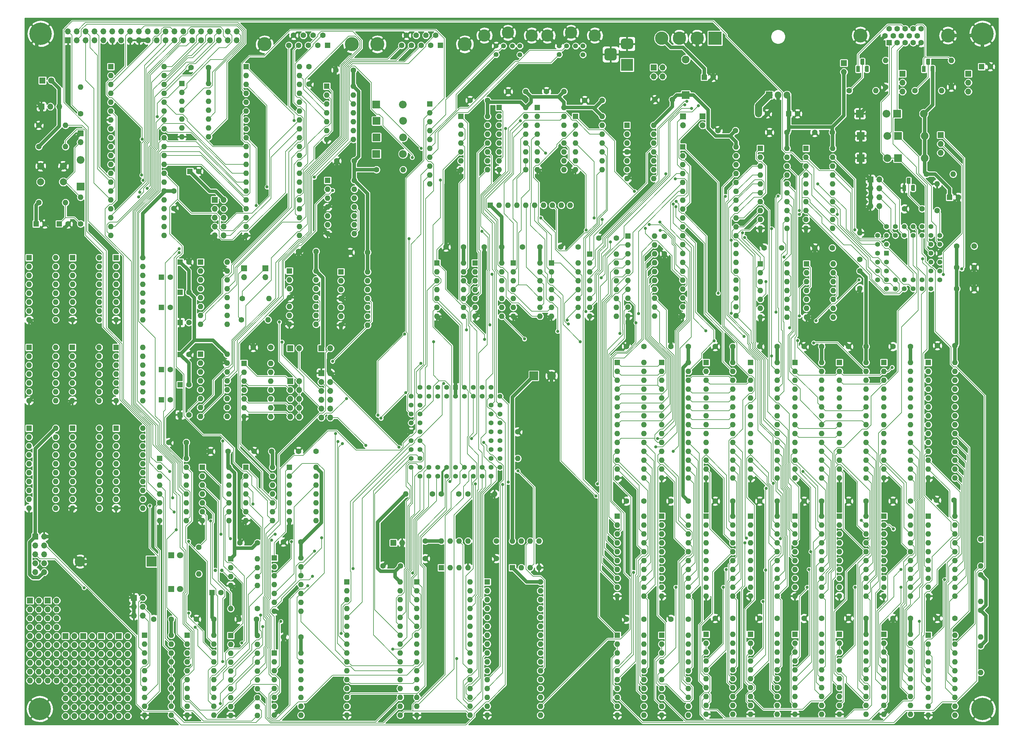
<source format=gbl>
%TF.GenerationSoftware,KiCad,Pcbnew,(5.1.10)-1*%
%TF.CreationDate,2022-03-11T09:02:50-05:00*%
%TF.ProjectId,Z180GDC,5a313830-4744-4432-9e6b-696361645f70,rev?*%
%TF.SameCoordinates,Original*%
%TF.FileFunction,Copper,L2,Bot*%
%TF.FilePolarity,Positive*%
%FSLAX46Y46*%
G04 Gerber Fmt 4.6, Leading zero omitted, Abs format (unit mm)*
G04 Created by KiCad (PCBNEW (5.1.10)-1) date 2022-03-11 09:02:50*
%MOMM*%
%LPD*%
G01*
G04 APERTURE LIST*
%TA.AperFunction,ComponentPad*%
%ADD10C,4.000000*%
%TD*%
%TA.AperFunction,ComponentPad*%
%ADD11C,1.600000*%
%TD*%
%TA.AperFunction,ComponentPad*%
%ADD12R,1.600000X1.600000*%
%TD*%
%TA.AperFunction,ComponentPad*%
%ADD13O,1.700000X1.700000*%
%TD*%
%TA.AperFunction,ComponentPad*%
%ADD14R,1.700000X1.700000*%
%TD*%
%TA.AperFunction,ComponentPad*%
%ADD15R,2.500000X2.500000*%
%TD*%
%TA.AperFunction,ComponentPad*%
%ADD16C,2.500000*%
%TD*%
%TA.AperFunction,ComponentPad*%
%ADD17O,1.905000X2.000000*%
%TD*%
%TA.AperFunction,ComponentPad*%
%ADD18R,1.905000X2.000000*%
%TD*%
%TA.AperFunction,ComponentPad*%
%ADD19R,1.100000X1.800000*%
%TD*%
%TA.AperFunction,ComponentPad*%
%ADD20O,1.600000X1.600000*%
%TD*%
%TA.AperFunction,ComponentPad*%
%ADD21O,2.200000X2.200000*%
%TD*%
%TA.AperFunction,ComponentPad*%
%ADD22R,2.200000X2.200000*%
%TD*%
%TA.AperFunction,ComponentPad*%
%ADD23C,3.000000*%
%TD*%
%TA.AperFunction,ComponentPad*%
%ADD24R,3.000000X3.000000*%
%TD*%
%TA.AperFunction,ComponentPad*%
%ADD25R,1.800000X1.800000*%
%TD*%
%TA.AperFunction,ComponentPad*%
%ADD26C,1.800000*%
%TD*%
%TA.AperFunction,ComponentPad*%
%ADD27R,3.500000X3.500000*%
%TD*%
%TA.AperFunction,ComponentPad*%
%ADD28C,3.497580*%
%TD*%
%TA.AperFunction,ComponentPad*%
%ADD29C,1.422400*%
%TD*%
%TA.AperFunction,ComponentPad*%
%ADD30C,6.400000*%
%TD*%
%TA.AperFunction,ComponentPad*%
%ADD31C,3.810000*%
%TD*%
%TA.AperFunction,ComponentPad*%
%ADD32R,3.810000X3.810000*%
%TD*%
%TA.AperFunction,ComponentPad*%
%ADD33C,2.000000*%
%TD*%
%TA.AperFunction,ComponentPad*%
%ADD34R,1.422400X1.422400*%
%TD*%
%TA.AperFunction,ComponentPad*%
%ADD35C,1.000000*%
%TD*%
%TA.AperFunction,ViaPad*%
%ADD36C,0.889000*%
%TD*%
%TA.AperFunction,Conductor*%
%ADD37C,0.203200*%
%TD*%
%TA.AperFunction,Conductor*%
%ADD38C,2.032000*%
%TD*%
%TA.AperFunction,Conductor*%
%ADD39C,1.016000*%
%TD*%
%TA.AperFunction,Conductor*%
%ADD40C,0.609600*%
%TD*%
%TA.AperFunction,Conductor*%
%ADD41C,0.254000*%
%TD*%
%TA.AperFunction,Conductor*%
%ADD42C,0.150000*%
%TD*%
G04 APERTURE END LIST*
D10*
%TO.P,P2,0*%
%TO.N,GND*%
X268929000Y-35034000D03*
X293929000Y-35034000D03*
D11*
%TO.P,P2,15*%
%TO.N,N/C*%
X286274000Y-33124000D03*
%TO.P,P2,14*%
%TO.N,/V-Sync*%
X283984000Y-33124000D03*
%TO.P,P2,13*%
%TO.N,/H-Sync*%
X281694000Y-33124000D03*
%TO.P,P2,12*%
%TO.N,N/C*%
X279404000Y-33124000D03*
%TO.P,P2,11*%
%TO.N,GND*%
X277114000Y-33124000D03*
%TO.P,P2,10*%
X285129000Y-35104000D03*
%TO.P,P2,9*%
%TO.N,/VCC_VGA*%
X282839000Y-35104000D03*
%TO.P,P2,8*%
%TO.N,GND*%
X280549000Y-35104000D03*
%TO.P,P2,7*%
X278259000Y-35104000D03*
%TO.P,P2,6*%
X275969000Y-35104000D03*
%TO.P,P2,5*%
X286274000Y-37084000D03*
%TO.P,P2,4*%
%TO.N,N/C*%
X283984000Y-37084000D03*
%TO.P,P2,3*%
%TO.N,/BLU*%
X281694000Y-37084000D03*
%TO.P,P2,2*%
%TO.N,/GRE*%
X279404000Y-37084000D03*
D12*
%TO.P,P2,1*%
%TO.N,/RED*%
X277114000Y-37084000D03*
%TD*%
D13*
%TO.P,JP5,10*%
%TO.N,Net-(JP5-Pad10)*%
X108458000Y-144018000D03*
%TO.P,JP5,9*%
%TO.N,Net-(JP5-Pad9)*%
X105918000Y-144018000D03*
%TO.P,JP5,8*%
%TO.N,Net-(JP5-Pad10)*%
X108458000Y-141478000D03*
%TO.P,JP5,7*%
%TO.N,Net-(JP5-Pad7)*%
X105918000Y-141478000D03*
%TO.P,JP5,6*%
%TO.N,Net-(JP5-Pad10)*%
X108458000Y-138938000D03*
%TO.P,JP5,5*%
%TO.N,Net-(JP5-Pad5)*%
X105918000Y-138938000D03*
%TO.P,JP5,4*%
%TO.N,Net-(JP5-Pad10)*%
X108458000Y-136398000D03*
%TO.P,JP5,3*%
%TO.N,Net-(JP5-Pad3)*%
X105918000Y-136398000D03*
%TO.P,JP5,2*%
%TO.N,Net-(JP5-Pad10)*%
X108458000Y-133858000D03*
D14*
%TO.P,JP5,1*%
%TO.N,Net-(JP5-Pad1)*%
X105918000Y-133858000D03*
%TD*%
D15*
%TO.P,P1,1*%
%TO.N,VCC*%
X175514000Y-132334000D03*
D16*
%TO.P,P1,2*%
%TO.N,GND*%
X180594000Y-132334000D03*
%TD*%
D17*
%TO.P,U27,VO*%
%TO.N,VCC*%
X247904000Y-52070000D03*
%TO.P,U27,GND*%
%TO.N,GND*%
X245364000Y-52070000D03*
D18*
%TO.P,U27,VI*%
%TO.N,/VIN*%
X242824000Y-52070000D03*
%TD*%
D19*
%TO.P,D16,1*%
%TO.N,GND*%
X281432000Y-78632000D03*
%TO.P,D16,3*%
%TO.N,N/C*%
%TA.AperFunction,ComponentPad*%
G36*
G01*
X283422000Y-79257000D02*
X283422000Y-78007000D01*
G75*
G02*
X283697000Y-77732000I275000J0D01*
G01*
X284247000Y-77732000D01*
G75*
G02*
X284522000Y-78007000I0J-275000D01*
G01*
X284522000Y-79257000D01*
G75*
G02*
X284247000Y-79532000I-275000J0D01*
G01*
X283697000Y-79532000D01*
G75*
G02*
X283422000Y-79257000I0J275000D01*
G01*
G37*
%TD.AperFunction*%
%TO.P,D16,2*%
%TO.N,Net-(C131-Pad1)*%
%TA.AperFunction,ComponentPad*%
G36*
G01*
X282152000Y-77187000D02*
X282152000Y-75937000D01*
G75*
G02*
X282427000Y-75662000I275000J0D01*
G01*
X282977000Y-75662000D01*
G75*
G02*
X283252000Y-75937000I0J-275000D01*
G01*
X283252000Y-77187000D01*
G75*
G02*
X282977000Y-77462000I-275000J0D01*
G01*
X282427000Y-77462000D01*
G75*
G02*
X282152000Y-77187000I0J275000D01*
G01*
G37*
%TD.AperFunction*%
%TD*%
D13*
%TO.P,J5,4*%
%TO.N,/VIN*%
X212344000Y-46736000D03*
%TO.P,J5,3*%
%TO.N,/9VDC*%
X209804000Y-46736000D03*
%TO.P,J5,2*%
%TO.N,/VIN*%
X212344000Y-44196000D03*
D14*
%TO.P,J5,1*%
%TO.N,/9VDC*%
X209804000Y-44196000D03*
%TD*%
D20*
%TO.P,R24,2*%
%TO.N,GND*%
X164338000Y-166116000D03*
D11*
%TO.P,R24,1*%
%TO.N,/GND_CPU*%
X156718000Y-166116000D03*
%TD*%
D20*
%TO.P,R23,2*%
%TO.N,VCC*%
X138938000Y-166116000D03*
D11*
%TO.P,R23,1*%
%TO.N,/VCC_CPU*%
X146558000Y-166116000D03*
%TD*%
D20*
%TO.P,R22,2*%
%TO.N,GND*%
X268732000Y-91440000D03*
D11*
%TO.P,R22,1*%
%TO.N,/GND_BT478*%
X268732000Y-99060000D03*
%TD*%
D13*
%TO.P,Z12,20*%
%TO.N,N/C*%
X59436000Y-229616000D03*
%TO.P,Z12,19*%
X56896000Y-229616000D03*
%TO.P,Z12,18*%
X59436000Y-227076000D03*
%TO.P,Z12,17*%
X56896000Y-227076000D03*
%TO.P,Z12,16*%
X59436000Y-224536000D03*
%TO.P,Z12,15*%
X56896000Y-224536000D03*
%TO.P,Z12,14*%
X59436000Y-221996000D03*
%TO.P,Z12,13*%
X56896000Y-221996000D03*
%TO.P,Z12,12*%
X59436000Y-219456000D03*
%TO.P,Z12,11*%
X56896000Y-219456000D03*
%TO.P,Z12,10*%
X59436000Y-216916000D03*
%TO.P,Z12,9*%
X56896000Y-216916000D03*
%TO.P,Z12,8*%
X59436000Y-214376000D03*
%TO.P,Z12,7*%
X56896000Y-214376000D03*
%TO.P,Z12,6*%
X59436000Y-211836000D03*
%TO.P,Z12,5*%
X56896000Y-211836000D03*
%TO.P,Z12,4*%
X59436000Y-209296000D03*
%TO.P,Z12,3*%
X56896000Y-209296000D03*
%TO.P,Z12,2*%
X59436000Y-206756000D03*
D14*
%TO.P,Z12,1*%
X56896000Y-206756000D03*
%TD*%
D13*
%TO.P,Z11,20*%
%TO.N,N/C*%
X54356000Y-229616000D03*
%TO.P,Z11,19*%
X51816000Y-229616000D03*
%TO.P,Z11,18*%
X54356000Y-227076000D03*
%TO.P,Z11,17*%
X51816000Y-227076000D03*
%TO.P,Z11,16*%
X54356000Y-224536000D03*
%TO.P,Z11,15*%
X51816000Y-224536000D03*
%TO.P,Z11,14*%
X54356000Y-221996000D03*
%TO.P,Z11,13*%
X51816000Y-221996000D03*
%TO.P,Z11,12*%
X54356000Y-219456000D03*
%TO.P,Z11,11*%
X51816000Y-219456000D03*
%TO.P,Z11,10*%
X54356000Y-216916000D03*
%TO.P,Z11,9*%
X51816000Y-216916000D03*
%TO.P,Z11,8*%
X54356000Y-214376000D03*
%TO.P,Z11,7*%
X51816000Y-214376000D03*
%TO.P,Z11,6*%
X54356000Y-211836000D03*
%TO.P,Z11,5*%
X51816000Y-211836000D03*
%TO.P,Z11,4*%
X54356000Y-209296000D03*
%TO.P,Z11,3*%
X51816000Y-209296000D03*
%TO.P,Z11,2*%
X54356000Y-206756000D03*
D14*
%TO.P,Z11,1*%
X51816000Y-206756000D03*
%TD*%
D13*
%TO.P,Z10,20*%
%TO.N,N/C*%
X49276000Y-229616000D03*
%TO.P,Z10,19*%
X46736000Y-229616000D03*
%TO.P,Z10,18*%
X49276000Y-227076000D03*
%TO.P,Z10,17*%
X46736000Y-227076000D03*
%TO.P,Z10,16*%
X49276000Y-224536000D03*
%TO.P,Z10,15*%
X46736000Y-224536000D03*
%TO.P,Z10,14*%
X49276000Y-221996000D03*
%TO.P,Z10,13*%
X46736000Y-221996000D03*
%TO.P,Z10,12*%
X49276000Y-219456000D03*
%TO.P,Z10,11*%
X46736000Y-219456000D03*
%TO.P,Z10,10*%
X49276000Y-216916000D03*
%TO.P,Z10,9*%
X46736000Y-216916000D03*
%TO.P,Z10,8*%
X49276000Y-214376000D03*
%TO.P,Z10,7*%
X46736000Y-214376000D03*
%TO.P,Z10,6*%
X49276000Y-211836000D03*
%TO.P,Z10,5*%
X46736000Y-211836000D03*
%TO.P,Z10,4*%
X49276000Y-209296000D03*
%TO.P,Z10,3*%
X46736000Y-209296000D03*
%TO.P,Z10,2*%
X49276000Y-206756000D03*
D14*
%TO.P,Z10,1*%
X46736000Y-206756000D03*
%TD*%
D13*
%TO.P,Z6,20*%
%TO.N,N/C*%
X44196000Y-229616000D03*
%TO.P,Z6,19*%
X41656000Y-229616000D03*
%TO.P,Z6,18*%
X44196000Y-227076000D03*
%TO.P,Z6,17*%
X41656000Y-227076000D03*
%TO.P,Z6,16*%
X44196000Y-224536000D03*
%TO.P,Z6,15*%
X41656000Y-224536000D03*
%TO.P,Z6,14*%
X44196000Y-221996000D03*
%TO.P,Z6,13*%
X41656000Y-221996000D03*
%TO.P,Z6,12*%
X44196000Y-219456000D03*
%TO.P,Z6,11*%
X41656000Y-219456000D03*
%TO.P,Z6,10*%
X44196000Y-216916000D03*
%TO.P,Z6,9*%
X41656000Y-216916000D03*
%TO.P,Z6,8*%
X44196000Y-214376000D03*
%TO.P,Z6,7*%
X41656000Y-214376000D03*
%TO.P,Z6,6*%
X44196000Y-211836000D03*
%TO.P,Z6,5*%
X41656000Y-211836000D03*
%TO.P,Z6,4*%
X44196000Y-209296000D03*
%TO.P,Z6,3*%
X41656000Y-209296000D03*
%TO.P,Z6,2*%
X44196000Y-206756000D03*
D14*
%TO.P,Z6,1*%
X41656000Y-206756000D03*
%TD*%
D13*
%TO.P,Z5,20*%
%TO.N,N/C*%
X39116000Y-219456000D03*
%TO.P,Z5,19*%
X36576000Y-219456000D03*
%TO.P,Z5,18*%
X39116000Y-216916000D03*
%TO.P,Z5,17*%
X36576000Y-216916000D03*
%TO.P,Z5,16*%
X39116000Y-214376000D03*
%TO.P,Z5,15*%
X36576000Y-214376000D03*
%TO.P,Z5,14*%
X39116000Y-211836000D03*
%TO.P,Z5,13*%
X36576000Y-211836000D03*
%TO.P,Z5,12*%
X39116000Y-209296000D03*
%TO.P,Z5,11*%
X36576000Y-209296000D03*
%TO.P,Z5,10*%
X39116000Y-206756000D03*
%TO.P,Z5,9*%
X36576000Y-206756000D03*
%TO.P,Z5,8*%
X39116000Y-204216000D03*
%TO.P,Z5,7*%
X36576000Y-204216000D03*
%TO.P,Z5,6*%
X39116000Y-201676000D03*
%TO.P,Z5,5*%
X36576000Y-201676000D03*
%TO.P,Z5,4*%
X39116000Y-199136000D03*
%TO.P,Z5,3*%
X36576000Y-199136000D03*
%TO.P,Z5,2*%
X39116000Y-196596000D03*
D14*
%TO.P,Z5,1*%
X36576000Y-196596000D03*
%TD*%
D13*
%TO.P,Z4,20*%
%TO.N,N/C*%
X34036000Y-219456000D03*
%TO.P,Z4,19*%
X31496000Y-219456000D03*
%TO.P,Z4,18*%
X34036000Y-216916000D03*
%TO.P,Z4,17*%
X31496000Y-216916000D03*
%TO.P,Z4,16*%
X34036000Y-214376000D03*
%TO.P,Z4,15*%
X31496000Y-214376000D03*
%TO.P,Z4,14*%
X34036000Y-211836000D03*
%TO.P,Z4,13*%
X31496000Y-211836000D03*
%TO.P,Z4,12*%
X34036000Y-209296000D03*
%TO.P,Z4,11*%
X31496000Y-209296000D03*
%TO.P,Z4,10*%
X34036000Y-206756000D03*
%TO.P,Z4,9*%
X31496000Y-206756000D03*
%TO.P,Z4,8*%
X34036000Y-204216000D03*
%TO.P,Z4,7*%
X31496000Y-204216000D03*
%TO.P,Z4,6*%
X34036000Y-201676000D03*
%TO.P,Z4,5*%
X31496000Y-201676000D03*
%TO.P,Z4,4*%
X34036000Y-199136000D03*
%TO.P,Z4,3*%
X31496000Y-199136000D03*
%TO.P,Z4,2*%
X34036000Y-196596000D03*
D14*
%TO.P,Z4,1*%
X31496000Y-196596000D03*
%TD*%
D21*
%TO.P,D9,2*%
%TO.N,/VIN*%
X218948000Y-41910000D03*
D22*
%TO.P,D9,1*%
%TO.N,VCC*%
X218948000Y-52070000D03*
%TD*%
D11*
%TO.P,C40,2*%
%TO.N,GND*%
X212852000Y-97456000D03*
%TO.P,C40,1*%
%TO.N,VCC*%
X212852000Y-92456000D03*
%TD*%
%TO.P,C37,2*%
%TO.N,/GND_CPU*%
X154098000Y-166116000D03*
%TO.P,C37,1*%
%TO.N,/VCC_CPU*%
X149098000Y-166116000D03*
%TD*%
%TO.P,C36,2*%
%TO.N,GND*%
X255858000Y-62738000D03*
%TO.P,C36,1*%
%TO.N,VCC*%
X260858000Y-62738000D03*
%TD*%
%TO.P,C35,2*%
%TO.N,GND*%
X265510000Y-201676000D03*
%TO.P,C35,1*%
%TO.N,VCC*%
X270510000Y-201676000D03*
%TD*%
%TO.P,C32,2*%
%TO.N,GND*%
X119206000Y-70866000D03*
%TO.P,C32,1*%
%TO.N,VCC*%
X124206000Y-70866000D03*
%TD*%
%TO.P,C31,2*%
%TO.N,GND*%
X111252000Y-48942000D03*
%TO.P,C31,1*%
%TO.N,VCC*%
X111252000Y-43942000D03*
%TD*%
%TO.P,C28,2*%
%TO.N,GND*%
X118952000Y-44958000D03*
%TO.P,C28,1*%
%TO.N,VCC*%
X123952000Y-44958000D03*
%TD*%
%TO.P,C26,2*%
%TO.N,GND*%
X72644000Y-84502000D03*
%TO.P,C26,1*%
%TO.N,VCC*%
X72644000Y-79502000D03*
%TD*%
D20*
%TO.P,Z14,16*%
%TO.N,VCC*%
X63754000Y-98552000D03*
%TO.P,Z14,8*%
%TO.N,GND*%
X56134000Y-116332000D03*
%TO.P,Z14,15*%
%TO.N,N/C*%
X63754000Y-101092000D03*
%TO.P,Z14,7*%
X56134000Y-113792000D03*
%TO.P,Z14,14*%
X63754000Y-103632000D03*
%TO.P,Z14,6*%
X56134000Y-111252000D03*
%TO.P,Z14,13*%
X63754000Y-106172000D03*
%TO.P,Z14,5*%
X56134000Y-108712000D03*
%TO.P,Z14,12*%
X63754000Y-108712000D03*
%TO.P,Z14,4*%
X56134000Y-106172000D03*
%TO.P,Z14,11*%
X63754000Y-111252000D03*
%TO.P,Z14,3*%
X56134000Y-103632000D03*
%TO.P,Z14,10*%
X63754000Y-113792000D03*
%TO.P,Z14,2*%
X56134000Y-101092000D03*
%TO.P,Z14,9*%
X63754000Y-116332000D03*
D12*
%TO.P,Z14,1*%
X56134000Y-98552000D03*
%TD*%
D20*
%TO.P,U65,14*%
%TO.N,VCC*%
X177292000Y-100076000D03*
%TO.P,U65,7*%
%TO.N,GND*%
X169672000Y-115316000D03*
%TO.P,U65,13*%
%TO.N,Net-(U65-Pad13)*%
X177292000Y-102616000D03*
%TO.P,U65,6*%
%TO.N,/VSR-LD#*%
X169672000Y-112776000D03*
%TO.P,U65,12*%
%TO.N,/PU4.7K-K*%
X177292000Y-105156000D03*
%TO.P,U65,5*%
%TO.N,Net-(U59-Pad9)*%
X169672000Y-110236000D03*
%TO.P,U65,11*%
%TO.N,N/C*%
X177292000Y-107696000D03*
%TO.P,U65,4*%
%TO.N,/2xWCLK#*%
X169672000Y-107696000D03*
%TO.P,U65,10*%
X177292000Y-110236000D03*
%TO.P,U65,3*%
%TO.N,N/C*%
X169672000Y-105156000D03*
%TO.P,U65,9*%
%TO.N,/PU4.7K-K*%
X177292000Y-112776000D03*
%TO.P,U65,2*%
%TO.N,Net-(U58-Pad13)*%
X169672000Y-102616000D03*
%TO.P,U65,8*%
%TO.N,/WE#*%
X177292000Y-115316000D03*
D12*
%TO.P,U65,1*%
%TO.N,Net-(U58-Pad14)*%
X169672000Y-100076000D03*
%TD*%
D23*
%TO.P,BT1,2*%
%TO.N,GND*%
X45804000Y-185420000D03*
D24*
%TO.P,BT1,1*%
%TO.N,/VBAT_SRAM*%
X66294000Y-185420000D03*
%TD*%
D11*
%TO.P,C1,2*%
%TO.N,GND*%
X35774000Y-88900000D03*
D12*
%TO.P,C1,1*%
%TO.N,VCC*%
X33274000Y-88900000D03*
%TD*%
%TO.P,C2,1*%
%TO.N,Net-(C2-Pad1)*%
X39878000Y-88900000D03*
D11*
%TO.P,C2,2*%
%TO.N,GND*%
X42378000Y-88900000D03*
%TD*%
%TO.P,C3,2*%
%TO.N,Net-(C3-Pad2)*%
X71588000Y-130556000D03*
D12*
%TO.P,C3,1*%
%TO.N,Net-(C3-Pad1)*%
X69088000Y-130556000D03*
%TD*%
%TO.P,C4,1*%
%TO.N,Net-(C4-Pad1)*%
X69088000Y-139192000D03*
D11*
%TO.P,C4,2*%
%TO.N,Net-(C4-Pad2)*%
X71588000Y-139192000D03*
%TD*%
%TO.P,C5,2*%
%TO.N,VCC*%
X76922000Y-134874000D03*
D12*
%TO.P,C5,1*%
%TO.N,Net-(C5-Pad1)*%
X74422000Y-134874000D03*
%TD*%
D11*
%TO.P,C6,2*%
%TO.N,GND*%
X76922000Y-126238000D03*
D12*
%TO.P,C6,1*%
%TO.N,VCC*%
X74422000Y-126238000D03*
%TD*%
%TO.P,C7,1*%
%TO.N,GND*%
X74422000Y-143510000D03*
D11*
%TO.P,C7,2*%
%TO.N,Net-(C7-Pad2)*%
X76922000Y-143510000D03*
%TD*%
D12*
%TO.P,C8,1*%
%TO.N,/VIN*%
X239776000Y-57404000D03*
D11*
%TO.P,C8,2*%
%TO.N,GND*%
X242276000Y-57404000D03*
%TD*%
D12*
%TO.P,C9,1*%
%TO.N,Net-(C9-Pad1)*%
X69088000Y-104140000D03*
D11*
%TO.P,C9,2*%
%TO.N,Net-(C9-Pad2)*%
X71588000Y-104140000D03*
%TD*%
%TO.P,C10,2*%
%TO.N,Net-(C10-Pad2)*%
X71588000Y-112776000D03*
D12*
%TO.P,C10,1*%
%TO.N,Net-(C10-Pad1)*%
X69088000Y-112776000D03*
%TD*%
D11*
%TO.P,C11,2*%
%TO.N,GND*%
X250912000Y-57404000D03*
D12*
%TO.P,C11,1*%
%TO.N,VCC*%
X248412000Y-57404000D03*
%TD*%
%TO.P,C12,1*%
%TO.N,VCC*%
X224282000Y-46990000D03*
D11*
%TO.P,C12,2*%
%TO.N,GND*%
X226782000Y-46990000D03*
%TD*%
D12*
%TO.P,C13,1*%
%TO.N,Net-(C13-Pad1)*%
X74422000Y-108458000D03*
D11*
%TO.P,C13,2*%
%TO.N,VCC*%
X76922000Y-108458000D03*
%TD*%
%TO.P,C14,2*%
%TO.N,GND*%
X76922000Y-99822000D03*
D12*
%TO.P,C14,1*%
%TO.N,VCC*%
X74422000Y-99822000D03*
%TD*%
D11*
%TO.P,C15,2*%
%TO.N,Net-(C15-Pad2)*%
X76922000Y-117094000D03*
D12*
%TO.P,C15,1*%
%TO.N,GND*%
X74422000Y-117094000D03*
%TD*%
D11*
%TO.P,C16,1*%
%TO.N,VCC*%
X113284000Y-96774000D03*
%TO.P,C16,2*%
%TO.N,GND*%
X108284000Y-96774000D03*
%TD*%
%TO.P,C17,2*%
%TO.N,GND*%
X108284000Y-153924000D03*
%TO.P,C17,1*%
%TO.N,VCC*%
X113284000Y-153924000D03*
%TD*%
%TO.P,C18,2*%
%TO.N,GND*%
X132414000Y-186690000D03*
%TO.P,C18,1*%
%TO.N,VCC*%
X137414000Y-186690000D03*
%TD*%
%TO.P,C19,2*%
%TO.N,GND*%
X265510000Y-123952000D03*
%TO.P,C19,1*%
%TO.N,VCC*%
X270510000Y-123952000D03*
%TD*%
%TO.P,C20,2*%
%TO.N,GND*%
X290656000Y-167894000D03*
%TO.P,C20,1*%
%TO.N,VCC*%
X295656000Y-167894000D03*
%TD*%
%TO.P,C21,2*%
%TO.N,GND*%
X66882000Y-201930000D03*
%TO.P,C21,1*%
%TO.N,VCC*%
X71882000Y-201930000D03*
%TD*%
%TO.P,C22,1*%
%TO.N,VCC*%
X207010000Y-201930000D03*
%TO.P,C22,2*%
%TO.N,GND*%
X202010000Y-201930000D03*
%TD*%
D12*
%TO.P,C23,1*%
%TO.N,VCC*%
X83566000Y-194310000D03*
D11*
%TO.P,C23,2*%
%TO.N,GND*%
X86066000Y-194310000D03*
%TD*%
%TO.P,C24,2*%
%TO.N,GND*%
X210138000Y-53340000D03*
%TO.P,C24,1*%
%TO.N,VCC*%
X215138000Y-53340000D03*
%TD*%
%TO.P,C25,1*%
%TO.N,VCC*%
X247904000Y-62738000D03*
%TO.P,C25,2*%
%TO.N,GND*%
X242904000Y-62738000D03*
%TD*%
D12*
%TO.P,C27,1*%
%TO.N,VCC*%
X294386000Y-81280000D03*
D11*
%TO.P,C27,2*%
%TO.N,GND*%
X296886000Y-81280000D03*
%TD*%
%TO.P,C29,1*%
%TO.N,VCC*%
X283210000Y-168148000D03*
%TO.P,C29,2*%
%TO.N,GND*%
X278210000Y-168148000D03*
%TD*%
%TO.P,C30,2*%
%TO.N,GND*%
X240110000Y-201676000D03*
%TO.P,C30,1*%
%TO.N,VCC*%
X245110000Y-201676000D03*
%TD*%
%TO.P,C33,2*%
%TO.N,GND*%
X103966000Y-207010000D03*
%TO.P,C33,1*%
%TO.N,VCC*%
X108966000Y-207010000D03*
%TD*%
%TO.P,C34,1*%
%TO.N,VCC*%
X96266000Y-201930000D03*
%TO.P,C34,2*%
%TO.N,GND*%
X91266000Y-201930000D03*
%TD*%
%TO.P,C38,2*%
%TO.N,GND*%
X83138000Y-153924000D03*
%TO.P,C38,1*%
%TO.N,VCC*%
X88138000Y-153924000D03*
%TD*%
%TO.P,C39,2*%
%TO.N,GND*%
X278210000Y-201676000D03*
%TO.P,C39,1*%
%TO.N,VCC*%
X283210000Y-201676000D03*
%TD*%
%TO.P,C42,2*%
%TO.N,GND*%
X157306000Y-53594000D03*
%TO.P,C42,1*%
%TO.N,VCC*%
X162306000Y-53594000D03*
%TD*%
%TO.P,C43,1*%
%TO.N,VCC*%
X76200000Y-151384000D03*
%TO.P,C43,2*%
%TO.N,GND*%
X71200000Y-151384000D03*
%TD*%
%TO.P,C46,1*%
%TO.N,VCC*%
X155448000Y-95504000D03*
%TO.P,C46,2*%
%TO.N,GND*%
X150448000Y-95504000D03*
%TD*%
%TO.P,C47,2*%
%TO.N,GND*%
X227410000Y-201676000D03*
%TO.P,C47,1*%
%TO.N,VCC*%
X232410000Y-201676000D03*
%TD*%
%TO.P,C50,2*%
%TO.N,GND*%
X161370000Y-95504000D03*
%TO.P,C50,1*%
%TO.N,VCC*%
X166370000Y-95504000D03*
%TD*%
%TO.P,C51,1*%
%TO.N,VCC*%
X270510000Y-168148000D03*
%TO.P,C51,2*%
%TO.N,GND*%
X265510000Y-168148000D03*
%TD*%
%TO.P,C54,2*%
%TO.N,GND*%
X255858000Y-95758000D03*
%TO.P,C54,1*%
%TO.N,VCC*%
X260858000Y-95758000D03*
%TD*%
%TO.P,C55,2*%
%TO.N,GND*%
X202010000Y-123952000D03*
%TO.P,C55,1*%
%TO.N,VCC*%
X207010000Y-123952000D03*
%TD*%
%TO.P,C57,1*%
%TO.N,VCC*%
X184150000Y-51054000D03*
%TO.P,C57,2*%
%TO.N,GND*%
X179150000Y-51054000D03*
%TD*%
%TO.P,C59,1*%
%TO.N,VCC*%
X100584000Y-153924000D03*
%TO.P,C59,2*%
%TO.N,GND*%
X95584000Y-153924000D03*
%TD*%
%TO.P,C60,2*%
%TO.N,GND*%
X144526000Y-184578000D03*
%TO.P,C60,1*%
%TO.N,VCC*%
X144526000Y-179578000D03*
%TD*%
%TO.P,C63,1*%
%TO.N,VCC*%
X100330000Y-124206000D03*
%TO.P,C63,2*%
%TO.N,GND*%
X95330000Y-124206000D03*
%TD*%
D12*
%TO.P,C66,1*%
%TO.N,VCC*%
X303530000Y-43942000D03*
D11*
%TO.P,C66,2*%
%TO.N,GND*%
X306030000Y-43942000D03*
%TD*%
%TO.P,C69,2*%
%TO.N,GND*%
X79716000Y-73914000D03*
D12*
%TO.P,C69,1*%
%TO.N,VCC*%
X77216000Y-73914000D03*
%TD*%
D11*
%TO.P,C80,2*%
%TO.N,GND*%
X290910000Y-201676000D03*
%TO.P,C80,1*%
%TO.N,VCC*%
X295910000Y-201676000D03*
%TD*%
%TO.P,C81,2*%
%TO.N,GND*%
X91520000Y-180086000D03*
%TO.P,C81,1*%
%TO.N,VCC*%
X96520000Y-180086000D03*
%TD*%
%TO.P,C84,1*%
%TO.N,VCC*%
X173228000Y-51054000D03*
%TO.P,C84,2*%
%TO.N,GND*%
X168228000Y-51054000D03*
%TD*%
%TO.P,C85,1*%
%TO.N,VCC*%
X84074000Y-201930000D03*
%TO.P,C85,2*%
%TO.N,GND*%
X79074000Y-201930000D03*
%TD*%
%TO.P,C88,1*%
%TO.N,VCC*%
X257810000Y-168148000D03*
%TO.P,C88,2*%
%TO.N,GND*%
X252810000Y-168148000D03*
%TD*%
%TO.P,C89,1*%
%TO.N,VCC*%
X232410000Y-123952000D03*
%TO.P,C89,2*%
%TO.N,GND*%
X227410000Y-123952000D03*
%TD*%
%TO.P,C92,2*%
%TO.N,GND*%
X252810000Y-123952000D03*
%TO.P,C92,1*%
%TO.N,VCC*%
X257810000Y-123952000D03*
%TD*%
%TO.P,C93,2*%
%TO.N,GND*%
X227410000Y-168148000D03*
%TO.P,C93,1*%
%TO.N,VCC*%
X232410000Y-168148000D03*
%TD*%
%TO.P,C96,1*%
%TO.N,VCC*%
X195072000Y-53594000D03*
%TO.P,C96,2*%
%TO.N,GND*%
X190072000Y-53594000D03*
%TD*%
%TO.P,C97,1*%
%TO.N,VCC*%
X257810000Y-201676000D03*
%TO.P,C97,2*%
%TO.N,GND*%
X252810000Y-201676000D03*
%TD*%
%TO.P,C100,1*%
%TO.N,VCC*%
X219710000Y-201930000D03*
%TO.P,C100,2*%
%TO.N,GND*%
X214710000Y-201930000D03*
%TD*%
%TO.P,C101,1*%
%TO.N,VCC*%
X82550000Y-44196000D03*
%TO.P,C101,2*%
%TO.N,GND*%
X77550000Y-44196000D03*
%TD*%
%TO.P,C103,2*%
%TO.N,GND*%
X241380000Y-95758000D03*
%TO.P,C103,1*%
%TO.N,VCC*%
X246380000Y-95758000D03*
%TD*%
%TO.P,C104,2*%
%TO.N,GND*%
X214710000Y-168148000D03*
%TO.P,C104,1*%
%TO.N,VCC*%
X219710000Y-168148000D03*
%TD*%
%TO.P,C107,2*%
%TO.N,GND*%
X214710000Y-123952000D03*
%TO.P,C107,1*%
%TO.N,VCC*%
X219710000Y-123952000D03*
%TD*%
%TO.P,C108,2*%
%TO.N,GND*%
X172292000Y-95504000D03*
%TO.P,C108,1*%
%TO.N,VCC*%
X177292000Y-95504000D03*
%TD*%
%TO.P,C110,1*%
%TO.N,VCC*%
X233172000Y-62230000D03*
%TO.P,C110,2*%
%TO.N,GND*%
X228172000Y-62230000D03*
%TD*%
%TO.P,C112,1*%
%TO.N,VCC*%
X108966000Y-179832000D03*
%TO.P,C112,2*%
%TO.N,GND*%
X103966000Y-179832000D03*
%TD*%
%TO.P,C113,1*%
%TO.N,VCC*%
X283210000Y-123952000D03*
%TO.P,C113,2*%
%TO.N,GND*%
X278210000Y-123952000D03*
%TD*%
%TO.P,C116,1*%
%TO.N,VCC*%
X295910000Y-123698000D03*
%TO.P,C116,2*%
%TO.N,GND*%
X290910000Y-123698000D03*
%TD*%
%TO.P,C117,2*%
%TO.N,GND*%
X183214000Y-95504000D03*
%TO.P,C117,1*%
%TO.N,VCC*%
X188214000Y-95504000D03*
%TD*%
%TO.P,C120,1*%
%TO.N,VCC*%
X245110000Y-168148000D03*
%TO.P,C120,2*%
%TO.N,GND*%
X240110000Y-168148000D03*
%TD*%
%TO.P,C121,1*%
%TO.N,VCC*%
X164846000Y-179578000D03*
%TO.P,C121,2*%
%TO.N,GND*%
X164846000Y-184578000D03*
%TD*%
%TO.P,C123,2*%
%TO.N,GND*%
X240110000Y-123952000D03*
%TO.P,C123,1*%
%TO.N,VCC*%
X245110000Y-123952000D03*
%TD*%
%TO.P,C124,2*%
%TO.N,GND*%
X194136000Y-92964000D03*
%TO.P,C124,1*%
%TO.N,VCC*%
X199136000Y-92964000D03*
%TD*%
%TO.P,C127,2*%
%TO.N,GND*%
X202010000Y-168148000D03*
%TO.P,C127,1*%
%TO.N,VCC*%
X207010000Y-168148000D03*
%TD*%
%TO.P,C128,1*%
%TO.N,VCC*%
X128016000Y-97028000D03*
%TO.P,C128,2*%
%TO.N,GND*%
X123016000Y-97028000D03*
%TD*%
%TO.P,C130,2*%
%TO.N,Net-(C130-Pad2)*%
X301418000Y-95250000D03*
%TO.P,C130,1*%
%TO.N,VCC*%
X296418000Y-95250000D03*
%TD*%
%TO.P,C131,1*%
%TO.N,Net-(C131-Pad1)*%
X286512000Y-84582000D03*
%TO.P,C131,2*%
%TO.N,GND*%
X281512000Y-84582000D03*
%TD*%
%TO.P,C132,1*%
%TO.N,VCC*%
X296418000Y-101346000D03*
%TO.P,C132,2*%
%TO.N,GND*%
X301418000Y-101346000D03*
%TD*%
%TO.P,C133,1*%
%TO.N,VCC*%
X296418000Y-107442000D03*
%TO.P,C133,2*%
%TO.N,GND*%
X301418000Y-107442000D03*
%TD*%
%TO.P,C134,2*%
%TO.N,GND*%
X268732000Y-107362000D03*
%TO.P,C134,1*%
%TO.N,VCC*%
X268732000Y-102362000D03*
%TD*%
D22*
%TO.P,D1,1*%
%TO.N,Net-(C2-Pad1)*%
X45974000Y-78232000D03*
D21*
%TO.P,D1,2*%
%TO.N,VCC*%
X45974000Y-70612000D03*
%TD*%
D25*
%TO.P,D2,1*%
%TO.N,/RUN-HALT-A*%
X71882000Y-193294000D03*
D26*
%TO.P,D2,2*%
%TO.N,/RUN-HALT-B*%
X74422000Y-193294000D03*
%TD*%
D25*
%TO.P,D3,1*%
%TO.N,/IDE-LED*%
X35052000Y-47902000D03*
D26*
%TO.P,D3,2*%
%TO.N,VCC*%
X37592000Y-47902000D03*
%TD*%
D22*
%TO.P,D4,1*%
%TO.N,/KEYCLOCK*%
X130556000Y-64182000D03*
D21*
%TO.P,D4,2*%
%TO.N,/KBDCLK*%
X138176000Y-64182000D03*
%TD*%
%TO.P,D5,2*%
%TO.N,/KBDDAT*%
X138176000Y-59472000D03*
D22*
%TO.P,D5,1*%
%TO.N,/KEYDATA*%
X130556000Y-59472000D03*
%TD*%
D26*
%TO.P,D6,2*%
%TO.N,VCC*%
X74422000Y-183642000D03*
D25*
%TO.P,D6,1*%
%TO.N,/STATUS-LED*%
X71882000Y-183642000D03*
%TD*%
D22*
%TO.P,D7,1*%
%TO.N,/MOUSECLOCK*%
X130512000Y-54754000D03*
D21*
%TO.P,D7,2*%
%TO.N,/MSECLK*%
X138132000Y-54754000D03*
%TD*%
D22*
%TO.P,D8,1*%
%TO.N,/MOUSEDATA*%
X130512000Y-68892000D03*
D21*
%TO.P,D8,2*%
%TO.N,/MSEDAT*%
X138132000Y-68892000D03*
%TD*%
D22*
%TO.P,D10,1*%
%TO.N,/RED*%
X279654000Y-70104000D03*
D21*
%TO.P,D10,2*%
%TO.N,VCC*%
X287274000Y-70104000D03*
%TD*%
%TO.P,D11,2*%
%TO.N,/RED*%
X276606000Y-70104000D03*
D22*
%TO.P,D11,1*%
%TO.N,GND*%
X268986000Y-70104000D03*
%TD*%
D21*
%TO.P,D12,2*%
%TO.N,VCC*%
X287274000Y-63754000D03*
D22*
%TO.P,D12,1*%
%TO.N,/GRE*%
X279654000Y-63754000D03*
%TD*%
%TO.P,D13,1*%
%TO.N,GND*%
X268986000Y-63754000D03*
D21*
%TO.P,D13,2*%
%TO.N,/GRE*%
X276606000Y-63754000D03*
%TD*%
D22*
%TO.P,D14,1*%
%TO.N,/BLU*%
X279400000Y-57404000D03*
D21*
%TO.P,D14,2*%
%TO.N,VCC*%
X287020000Y-57404000D03*
%TD*%
%TO.P,D15,2*%
%TO.N,/BLU*%
X276352000Y-57404000D03*
D22*
%TO.P,D15,1*%
%TO.N,GND*%
X268732000Y-57404000D03*
%TD*%
D27*
%TO.P,J1,1*%
%TO.N,/9VDC*%
X202184000Y-43434000D03*
%TO.P,J1,2*%
%TO.N,GND*%
%TA.AperFunction,ComponentPad*%
G36*
G01*
X201184000Y-35934000D02*
X203184000Y-35934000D01*
G75*
G02*
X203934000Y-36684000I0J-750000D01*
G01*
X203934000Y-38184000D01*
G75*
G02*
X203184000Y-38934000I-750000J0D01*
G01*
X201184000Y-38934000D01*
G75*
G02*
X200434000Y-38184000I0J750000D01*
G01*
X200434000Y-36684000D01*
G75*
G02*
X201184000Y-35934000I750000J0D01*
G01*
G37*
%TD.AperFunction*%
%TO.P,J1,3*%
%TA.AperFunction,ComponentPad*%
G36*
G01*
X196609000Y-38684000D02*
X198359000Y-38684000D01*
G75*
G02*
X199234000Y-39559000I0J-875000D01*
G01*
X199234000Y-41309000D01*
G75*
G02*
X198359000Y-42184000I-875000J0D01*
G01*
X196609000Y-42184000D01*
G75*
G02*
X195734000Y-41309000I0J875000D01*
G01*
X195734000Y-39559000D01*
G75*
G02*
X196609000Y-38684000I875000J0D01*
G01*
G37*
%TD.AperFunction*%
%TD*%
D13*
%TO.P,JP8,2*%
%TO.N,Net-(J3-Pad6)*%
X117348000Y-124460000D03*
D14*
%TO.P,JP8,1*%
%TO.N,VCC*%
X114808000Y-124460000D03*
%TD*%
%TO.P,JP10,1*%
%TO.N,VCC*%
X105918000Y-124460000D03*
D13*
%TO.P,JP10,2*%
%TO.N,Net-(J3-Pad5)*%
X108458000Y-124460000D03*
%TD*%
D14*
%TO.P,JP2,1*%
%TO.N,/VCC_VGA*%
X264160000Y-42926000D03*
D13*
%TO.P,JP2,2*%
%TO.N,VCC*%
X264160000Y-45466000D03*
%TD*%
%TO.P,JP6,2*%
%TO.N,Net-(JP5-Pad10)*%
X98806000Y-104140000D03*
D14*
%TO.P,JP6,1*%
%TO.N,Net-(JP6-Pad1)*%
X98806000Y-101600000D03*
%TD*%
%TO.P,JP7,1*%
%TO.N,Net-(JP7-Pad1)*%
X92710000Y-101600000D03*
D13*
%TO.P,JP7,2*%
%TO.N,Net-(JP5-Pad10)*%
X92710000Y-104140000D03*
%TD*%
%TO.P,JP9,3*%
%TO.N,VCC*%
X39878000Y-55372000D03*
%TO.P,JP9,2*%
%TO.N,/PPWR*%
X37338000Y-55372000D03*
D14*
%TO.P,JP9,1*%
%TO.N,GND*%
X34798000Y-55372000D03*
%TD*%
D13*
%TO.P,JP12,3*%
%TO.N,/HSYNC-*%
X280924000Y-51054000D03*
%TO.P,JP12,2*%
%TO.N,/HSYNC#*%
X280924000Y-48514000D03*
D14*
%TO.P,JP12,1*%
%TO.N,/HSYNC+*%
X280924000Y-45974000D03*
%TD*%
%TO.P,JP13,1*%
%TO.N,/VSYNC+*%
X299720000Y-45974000D03*
D13*
%TO.P,JP13,2*%
%TO.N,/VSYNC#*%
X299720000Y-48514000D03*
%TO.P,JP13,3*%
%TO.N,/VSYNC-*%
X299720000Y-51054000D03*
%TD*%
D14*
%TO.P,JP14,1*%
%TO.N,Net-(JP14-Pad1)*%
X291846000Y-63500000D03*
D13*
%TO.P,JP14,2*%
%TO.N,Net-(JP14-Pad2)*%
X291846000Y-66040000D03*
%TO.P,JP14,3*%
%TO.N,/ZERO*%
X291846000Y-68580000D03*
%TD*%
D14*
%TO.P,JP1,1*%
%TO.N,GND*%
X61214000Y-195834000D03*
D13*
%TO.P,JP1,2*%
%TO.N,Net-(JP1-Pad2)*%
X63754000Y-195834000D03*
%TO.P,JP1,3*%
%TO.N,GND*%
X61214000Y-198374000D03*
%TO.P,JP1,4*%
%TO.N,Net-(JP1-Pad4)*%
X63754000Y-198374000D03*
%TO.P,JP1,5*%
%TO.N,GND*%
X61214000Y-200914000D03*
%TO.P,JP1,6*%
%TO.N,Net-(JP1-Pad6)*%
X63754000Y-200914000D03*
%TD*%
D12*
%TO.P,X2,1*%
%TO.N,N/C*%
X120396000Y-102616000D03*
D20*
%TO.P,X2,8*%
%TO.N,Net-(JP5-Pad1)*%
X128016000Y-117856000D03*
%TO.P,X2,2*%
%TO.N,N/C*%
X120396000Y-105156000D03*
%TO.P,X2,9*%
X128016000Y-115316000D03*
%TO.P,X2,3*%
X120396000Y-107696000D03*
%TO.P,X2,10*%
X128016000Y-112776000D03*
%TO.P,X2,4*%
%TO.N,GND*%
X120396000Y-110236000D03*
%TO.P,X2,11*%
%TO.N,Net-(JP5-Pad1)*%
X128016000Y-110236000D03*
%TO.P,X2,5*%
%TO.N,N/C*%
X120396000Y-112776000D03*
%TO.P,X2,12*%
X128016000Y-107696000D03*
%TO.P,X2,6*%
X120396000Y-115316000D03*
%TO.P,X2,13*%
X128016000Y-105156000D03*
%TO.P,X2,7*%
%TO.N,GND*%
X120396000Y-117856000D03*
%TO.P,X2,14*%
%TO.N,VCC*%
X128016000Y-102616000D03*
%TD*%
D13*
%TO.P,J14,2*%
%TO.N,Net-(J14-Pad2)*%
X45974000Y-65532000D03*
D14*
%TO.P,J14,1*%
%TO.N,GND*%
X45974000Y-62992000D03*
%TD*%
%TO.P,J2,1*%
%TO.N,/VBAT_ALT*%
X135382000Y-180086000D03*
D13*
%TO.P,J2,2*%
%TO.N,GND*%
X137922000Y-180086000D03*
%TD*%
D20*
%TO.P,X3,14*%
%TO.N,VCC*%
X113284000Y-102362000D03*
%TO.P,X3,7*%
%TO.N,GND*%
X105664000Y-117602000D03*
%TO.P,X3,13*%
%TO.N,N/C*%
X113284000Y-104902000D03*
%TO.P,X3,6*%
X105664000Y-115062000D03*
%TO.P,X3,12*%
X113284000Y-107442000D03*
%TO.P,X3,5*%
X105664000Y-112522000D03*
%TO.P,X3,11*%
%TO.N,Net-(U21-Pad4)*%
X113284000Y-109982000D03*
%TO.P,X3,4*%
%TO.N,GND*%
X105664000Y-109982000D03*
%TO.P,X3,10*%
%TO.N,N/C*%
X113284000Y-112522000D03*
%TO.P,X3,3*%
X105664000Y-107442000D03*
%TO.P,X3,9*%
X113284000Y-115062000D03*
%TO.P,X3,2*%
X105664000Y-104902000D03*
%TO.P,X3,8*%
%TO.N,Net-(U21-Pad4)*%
X113284000Y-117602000D03*
D12*
%TO.P,X3,1*%
%TO.N,N/C*%
X105664000Y-102362000D03*
%TD*%
D14*
%TO.P,J15,1*%
%TO.N,GND*%
X42346000Y-36378000D03*
D13*
%TO.P,J15,2*%
%TO.N,Net-(J15-Pad2)*%
X42346000Y-33838000D03*
%TO.P,J15,3*%
%TO.N,/PC4#*%
X44886000Y-36378000D03*
%TO.P,J15,4*%
%TO.N,/PC3#*%
X44886000Y-33838000D03*
%TO.P,J15,5*%
%TO.N,/PC2*%
X47426000Y-36378000D03*
%TO.P,J15,6*%
%TO.N,/PC0*%
X47426000Y-33838000D03*
%TO.P,J15,7*%
%TO.N,N/C*%
X49966000Y-36378000D03*
%TO.P,J15,8*%
%TO.N,/PC1*%
X49966000Y-33838000D03*
%TO.P,J15,9*%
%TO.N,N/C*%
X52506000Y-36378000D03*
%TO.P,J15,10*%
X52506000Y-33838000D03*
%TO.P,J15,11*%
%TO.N,GND*%
X55046000Y-36378000D03*
%TO.P,J15,12*%
%TO.N,N/C*%
X55046000Y-33838000D03*
%TO.P,J15,13*%
X57586000Y-36378000D03*
%TO.P,J15,14*%
X57586000Y-33838000D03*
%TO.P,J15,15*%
%TO.N,GND*%
X60126000Y-36378000D03*
%TO.P,J15,16*%
%TO.N,/PC6#*%
X60126000Y-33838000D03*
%TO.P,J15,17*%
%TO.N,GND*%
X62666000Y-36378000D03*
%TO.P,J15,18*%
%TO.N,/PC5#*%
X62666000Y-33838000D03*
%TO.P,J15,19*%
%TO.N,GND*%
X65206000Y-36378000D03*
%TO.P,J15,20*%
%TO.N,N/C*%
X65206000Y-33838000D03*
%TO.P,J15,21*%
%TO.N,/PPWR*%
X67746000Y-36378000D03*
%TO.P,J15,22*%
%TO.N,GND*%
X67746000Y-33838000D03*
%TO.P,J15,23*%
%TO.N,/PB7*%
X70286000Y-36378000D03*
%TO.P,J15,24*%
%TO.N,/PA0*%
X70286000Y-33838000D03*
%TO.P,J15,25*%
%TO.N,/PB6*%
X72826000Y-36378000D03*
%TO.P,J15,26*%
%TO.N,/PA1*%
X72826000Y-33838000D03*
%TO.P,J15,27*%
%TO.N,/PB5*%
X75366000Y-36378000D03*
%TO.P,J15,28*%
%TO.N,/PA2*%
X75366000Y-33838000D03*
%TO.P,J15,29*%
%TO.N,/PB4*%
X77906000Y-36378000D03*
%TO.P,J15,30*%
%TO.N,/PA3*%
X77906000Y-33838000D03*
%TO.P,J15,31*%
%TO.N,/PB3*%
X80446000Y-36378000D03*
%TO.P,J15,32*%
%TO.N,/PA4*%
X80446000Y-33838000D03*
%TO.P,J15,33*%
%TO.N,/PB2*%
X82986000Y-36378000D03*
%TO.P,J15,34*%
%TO.N,/PA5*%
X82986000Y-33838000D03*
%TO.P,J15,35*%
%TO.N,/PB1*%
X85526000Y-36378000D03*
%TO.P,J15,36*%
%TO.N,/PA6*%
X85526000Y-33838000D03*
%TO.P,J15,37*%
%TO.N,/PB0*%
X88066000Y-36378000D03*
%TO.P,J15,38*%
%TO.N,/PA7*%
X88066000Y-33838000D03*
%TO.P,J15,39*%
%TO.N,GND*%
X90606000Y-36378000D03*
%TO.P,J15,40*%
%TO.N,/PC7#*%
X90606000Y-33838000D03*
%TD*%
D28*
%TO.P,P7,SH2*%
%TO.N,GND*%
X168148000Y-34241740D03*
D29*
%TO.P,P7,6*%
%TO.N,/KEYCLOCK*%
X164749480Y-40487600D03*
%TO.P,P7,8*%
%TO.N,N/C*%
X171546520Y-40538400D03*
%TO.P,P7,3*%
%TO.N,GND*%
X164749480Y-38039040D03*
%TO.P,P7,5*%
%TO.N,VCC*%
X171546520Y-38039040D03*
D28*
%TO.P,P7,SH1*%
%TO.N,GND*%
X174947580Y-35039300D03*
%TO.P,P7,SH3*%
X161399220Y-35039300D03*
D29*
%TO.P,P7,1*%
%TO.N,/KEYDATA*%
X166850060Y-38039040D03*
%TO.P,P7,2*%
%TO.N,N/C*%
X169445940Y-38039040D03*
%TD*%
%TO.P,P8,2*%
%TO.N,N/C*%
X187479940Y-38039040D03*
%TO.P,P8,1*%
%TO.N,/MOUSEDATA*%
X184884060Y-38039040D03*
D28*
%TO.P,P8,SH3*%
%TO.N,GND*%
X179433220Y-35039300D03*
%TO.P,P8,SH1*%
X192981580Y-35039300D03*
D29*
%TO.P,P8,5*%
%TO.N,VCC*%
X189580520Y-38039040D03*
%TO.P,P8,3*%
%TO.N,GND*%
X182783480Y-38039040D03*
%TO.P,P8,8*%
%TO.N,N/C*%
X189580520Y-40538400D03*
%TO.P,P8,6*%
%TO.N,/MOUSECLOCK*%
X182783480Y-40487600D03*
D28*
%TO.P,P8,SH2*%
%TO.N,GND*%
X186182000Y-34241740D03*
%TD*%
D30*
%TO.P,P9,1*%
%TO.N,GND*%
X34544000Y-34544000D03*
%TD*%
%TO.P,P10,1*%
%TO.N,GND*%
X303784000Y-34544000D03*
%TD*%
%TO.P,P11,1*%
%TO.N,GND*%
X303784000Y-227584000D03*
%TD*%
%TO.P,P12,1*%
%TO.N,GND*%
X34290000Y-227584000D03*
%TD*%
D31*
%TO.P,J8,3*%
%TO.N,GND*%
X217170000Y-35814000D03*
%TO.P,J8,2*%
X222250000Y-35814000D03*
%TO.P,J8,4*%
%TO.N,VCC*%
X212090000Y-35814000D03*
D32*
%TO.P,J8,1*%
%TO.N,N/C*%
X227330000Y-35814000D03*
%TD*%
D12*
%TO.P,X4,1*%
%TO.N,N/C*%
X202184000Y-60706000D03*
D20*
%TO.P,X4,8*%
%TO.N,/PIX-CLK#*%
X209804000Y-75946000D03*
%TO.P,X4,2*%
%TO.N,N/C*%
X202184000Y-63246000D03*
%TO.P,X4,9*%
X209804000Y-73406000D03*
%TO.P,X4,3*%
X202184000Y-65786000D03*
%TO.P,X4,10*%
X209804000Y-70866000D03*
%TO.P,X4,4*%
%TO.N,GND*%
X202184000Y-68326000D03*
%TO.P,X4,11*%
%TO.N,/PIX-CLK#*%
X209804000Y-68326000D03*
%TO.P,X4,5*%
%TO.N,N/C*%
X202184000Y-70866000D03*
%TO.P,X4,12*%
X209804000Y-65786000D03*
%TO.P,X4,6*%
X202184000Y-73406000D03*
%TO.P,X4,13*%
X209804000Y-63246000D03*
%TO.P,X4,7*%
%TO.N,GND*%
X202184000Y-75946000D03*
%TO.P,X4,14*%
%TO.N,VCC*%
X209804000Y-60706000D03*
%TD*%
D14*
%TO.P,JP11,1*%
%TO.N,GND*%
X271780000Y-76200000D03*
D13*
%TO.P,JP11,2*%
%TO.N,/COLOR4*%
X274320000Y-76200000D03*
%TO.P,JP11,3*%
%TO.N,GND*%
X271780000Y-78740000D03*
%TO.P,JP11,4*%
%TO.N,/COLOR5*%
X274320000Y-78740000D03*
%TO.P,JP11,5*%
%TO.N,GND*%
X271780000Y-81280000D03*
%TO.P,JP11,6*%
%TO.N,/COLOR6*%
X274320000Y-81280000D03*
%TO.P,JP11,7*%
%TO.N,GND*%
X271780000Y-83820000D03*
%TO.P,JP11,8*%
%TO.N,/COLOR7*%
X274320000Y-83820000D03*
%TD*%
D12*
%TO.P,Z8,1*%
%TO.N,N/C*%
X31242000Y-98552000D03*
D20*
%TO.P,Z8,9*%
X38862000Y-116332000D03*
%TO.P,Z8,2*%
X31242000Y-101092000D03*
%TO.P,Z8,10*%
X38862000Y-113792000D03*
%TO.P,Z8,3*%
X31242000Y-103632000D03*
%TO.P,Z8,11*%
X38862000Y-111252000D03*
%TO.P,Z8,4*%
X31242000Y-106172000D03*
%TO.P,Z8,12*%
X38862000Y-108712000D03*
%TO.P,Z8,5*%
X31242000Y-108712000D03*
%TO.P,Z8,13*%
X38862000Y-106172000D03*
%TO.P,Z8,6*%
X31242000Y-111252000D03*
%TO.P,Z8,14*%
X38862000Y-103632000D03*
%TO.P,Z8,7*%
X31242000Y-113792000D03*
%TO.P,Z8,15*%
X38862000Y-101092000D03*
%TO.P,Z8,8*%
%TO.N,GND*%
X31242000Y-116332000D03*
%TO.P,Z8,16*%
%TO.N,VCC*%
X38862000Y-98552000D03*
%TD*%
%TO.P,Z2,16*%
%TO.N,VCC*%
X51308000Y-98552000D03*
%TO.P,Z2,8*%
%TO.N,GND*%
X43688000Y-116332000D03*
%TO.P,Z2,15*%
%TO.N,N/C*%
X51308000Y-101092000D03*
%TO.P,Z2,7*%
X43688000Y-113792000D03*
%TO.P,Z2,14*%
X51308000Y-103632000D03*
%TO.P,Z2,6*%
X43688000Y-111252000D03*
%TO.P,Z2,13*%
X51308000Y-106172000D03*
%TO.P,Z2,5*%
X43688000Y-108712000D03*
%TO.P,Z2,12*%
X51308000Y-108712000D03*
%TO.P,Z2,4*%
X43688000Y-106172000D03*
%TO.P,Z2,11*%
X51308000Y-111252000D03*
%TO.P,Z2,3*%
X43688000Y-103632000D03*
%TO.P,Z2,10*%
X51308000Y-113792000D03*
%TO.P,Z2,2*%
X43688000Y-101092000D03*
%TO.P,Z2,9*%
X51308000Y-116332000D03*
D12*
%TO.P,Z2,1*%
X43688000Y-98552000D03*
%TD*%
%TO.P,Z3,1*%
%TO.N,N/C*%
X43688000Y-147320000D03*
D20*
%TO.P,Z3,11*%
X51308000Y-170180000D03*
%TO.P,Z3,2*%
X43688000Y-149860000D03*
%TO.P,Z3,12*%
X51308000Y-167640000D03*
%TO.P,Z3,3*%
X43688000Y-152400000D03*
%TO.P,Z3,13*%
X51308000Y-165100000D03*
%TO.P,Z3,4*%
X43688000Y-154940000D03*
%TO.P,Z3,14*%
X51308000Y-162560000D03*
%TO.P,Z3,5*%
X43688000Y-157480000D03*
%TO.P,Z3,15*%
X51308000Y-160020000D03*
%TO.P,Z3,6*%
X43688000Y-160020000D03*
%TO.P,Z3,16*%
X51308000Y-157480000D03*
%TO.P,Z3,7*%
X43688000Y-162560000D03*
%TO.P,Z3,17*%
X51308000Y-154940000D03*
%TO.P,Z3,8*%
X43688000Y-165100000D03*
%TO.P,Z3,18*%
X51308000Y-152400000D03*
%TO.P,Z3,9*%
X43688000Y-167640000D03*
%TO.P,Z3,19*%
X51308000Y-149860000D03*
%TO.P,Z3,10*%
%TO.N,GND*%
X43688000Y-170180000D03*
%TO.P,Z3,20*%
%TO.N,VCC*%
X51308000Y-147320000D03*
%TD*%
%TO.P,Z9,20*%
%TO.N,VCC*%
X63754000Y-147320000D03*
%TO.P,Z9,10*%
%TO.N,GND*%
X56134000Y-170180000D03*
%TO.P,Z9,19*%
%TO.N,N/C*%
X63754000Y-149860000D03*
%TO.P,Z9,9*%
X56134000Y-167640000D03*
%TO.P,Z9,18*%
X63754000Y-152400000D03*
%TO.P,Z9,8*%
X56134000Y-165100000D03*
%TO.P,Z9,17*%
X63754000Y-154940000D03*
%TO.P,Z9,7*%
X56134000Y-162560000D03*
%TO.P,Z9,16*%
X63754000Y-157480000D03*
%TO.P,Z9,6*%
X56134000Y-160020000D03*
%TO.P,Z9,15*%
X63754000Y-160020000D03*
%TO.P,Z9,5*%
X56134000Y-157480000D03*
%TO.P,Z9,14*%
X63754000Y-162560000D03*
%TO.P,Z9,4*%
X56134000Y-154940000D03*
%TO.P,Z9,13*%
X63754000Y-165100000D03*
%TO.P,Z9,3*%
X56134000Y-152400000D03*
%TO.P,Z9,12*%
X63754000Y-167640000D03*
%TO.P,Z9,2*%
X56134000Y-149860000D03*
%TO.P,Z9,11*%
X63754000Y-170180000D03*
D12*
%TO.P,Z9,1*%
X56134000Y-147320000D03*
%TD*%
D20*
%TO.P,Z15,20*%
%TO.N,VCC*%
X38862000Y-147320000D03*
%TO.P,Z15,10*%
%TO.N,GND*%
X31242000Y-170180000D03*
%TO.P,Z15,19*%
%TO.N,N/C*%
X38862000Y-149860000D03*
%TO.P,Z15,9*%
X31242000Y-167640000D03*
%TO.P,Z15,18*%
X38862000Y-152400000D03*
%TO.P,Z15,8*%
X31242000Y-165100000D03*
%TO.P,Z15,17*%
X38862000Y-154940000D03*
%TO.P,Z15,7*%
X31242000Y-162560000D03*
%TO.P,Z15,16*%
X38862000Y-157480000D03*
%TO.P,Z15,6*%
X31242000Y-160020000D03*
%TO.P,Z15,15*%
X38862000Y-160020000D03*
%TO.P,Z15,5*%
X31242000Y-157480000D03*
%TO.P,Z15,14*%
X38862000Y-162560000D03*
%TO.P,Z15,4*%
X31242000Y-154940000D03*
%TO.P,Z15,13*%
X38862000Y-165100000D03*
%TO.P,Z15,3*%
X31242000Y-152400000D03*
%TO.P,Z15,12*%
X38862000Y-167640000D03*
%TO.P,Z15,2*%
X31242000Y-149860000D03*
%TO.P,Z15,11*%
X38862000Y-170180000D03*
D12*
%TO.P,Z15,1*%
X31242000Y-147320000D03*
%TD*%
D19*
%TO.P,Q1,1*%
%TO.N,/V-Sync*%
X287020000Y-44596000D03*
%TO.P,Q1,3*%
%TO.N,VCC*%
%TA.AperFunction,ComponentPad*%
G36*
G01*
X289010000Y-45221000D02*
X289010000Y-43971000D01*
G75*
G02*
X289285000Y-43696000I275000J0D01*
G01*
X289835000Y-43696000D01*
G75*
G02*
X290110000Y-43971000I0J-275000D01*
G01*
X290110000Y-45221000D01*
G75*
G02*
X289835000Y-45496000I-275000J0D01*
G01*
X289285000Y-45496000D01*
G75*
G02*
X289010000Y-45221000I0J275000D01*
G01*
G37*
%TD.AperFunction*%
%TO.P,Q1,2*%
%TO.N,Net-(Q1-Pad2)*%
%TA.AperFunction,ComponentPad*%
G36*
G01*
X287740000Y-43151000D02*
X287740000Y-41901000D01*
G75*
G02*
X288015000Y-41626000I275000J0D01*
G01*
X288565000Y-41626000D01*
G75*
G02*
X288840000Y-41901000I0J-275000D01*
G01*
X288840000Y-43151000D01*
G75*
G02*
X288565000Y-43426000I-275000J0D01*
G01*
X288015000Y-43426000D01*
G75*
G02*
X287740000Y-43151000I0J275000D01*
G01*
G37*
%TD.AperFunction*%
%TD*%
%TO.P,Q2,2*%
%TO.N,Net-(Q2-Pad2)*%
%TA.AperFunction,ComponentPad*%
G36*
G01*
X268944000Y-43151000D02*
X268944000Y-41901000D01*
G75*
G02*
X269219000Y-41626000I275000J0D01*
G01*
X269769000Y-41626000D01*
G75*
G02*
X270044000Y-41901000I0J-275000D01*
G01*
X270044000Y-43151000D01*
G75*
G02*
X269769000Y-43426000I-275000J0D01*
G01*
X269219000Y-43426000D01*
G75*
G02*
X268944000Y-43151000I0J275000D01*
G01*
G37*
%TD.AperFunction*%
%TO.P,Q2,3*%
%TO.N,VCC*%
%TA.AperFunction,ComponentPad*%
G36*
G01*
X270214000Y-45221000D02*
X270214000Y-43971000D01*
G75*
G02*
X270489000Y-43696000I275000J0D01*
G01*
X271039000Y-43696000D01*
G75*
G02*
X271314000Y-43971000I0J-275000D01*
G01*
X271314000Y-45221000D01*
G75*
G02*
X271039000Y-45496000I-275000J0D01*
G01*
X270489000Y-45496000D01*
G75*
G02*
X270214000Y-45221000I0J275000D01*
G01*
G37*
%TD.AperFunction*%
%TO.P,Q2,1*%
%TO.N,/H-Sync*%
X268224000Y-44596000D03*
%TD*%
D11*
%TO.P,R1,1*%
%TO.N,Net-(C2-Pad1)*%
X45974000Y-88900000D03*
D20*
%TO.P,R1,2*%
%TO.N,Net-(J14-Pad2)*%
X45974000Y-81280000D03*
%TD*%
%TO.P,R2,2*%
%TO.N,Net-(R2-Pad2)*%
X88900000Y-198882000D03*
D11*
%TO.P,R2,1*%
%TO.N,/RUN-HALT-B*%
X96520000Y-198882000D03*
%TD*%
D20*
%TO.P,R3,2*%
%TO.N,Net-(C2-Pad1)*%
X41656000Y-82804000D03*
D11*
%TO.P,R3,1*%
%TO.N,VCC*%
X34036000Y-82804000D03*
%TD*%
%TO.P,R4,1*%
%TO.N,GND*%
X34036000Y-60706000D03*
D20*
%TO.P,R4,2*%
%TO.N,/ZERO*%
X41656000Y-60706000D03*
%TD*%
%TO.P,R5,2*%
%TO.N,/ONE*%
X41656000Y-66802000D03*
D11*
%TO.P,R5,1*%
%TO.N,VCC*%
X34036000Y-66802000D03*
%TD*%
D20*
%TO.P,R6,2*%
%TO.N,/DREQ0#*%
X99822000Y-110236000D03*
D11*
%TO.P,R6,1*%
%TO.N,Net-(JP6-Pad1)*%
X92202000Y-110236000D03*
%TD*%
D20*
%TO.P,R7,2*%
%TO.N,/TEND0#*%
X99568000Y-116332000D03*
D11*
%TO.P,R7,1*%
%TO.N,Net-(JP7-Pad1)*%
X91948000Y-116332000D03*
%TD*%
D20*
%TO.P,R8,2*%
%TO.N,/IDE-LED*%
X45974000Y-49784000D03*
D11*
%TO.P,R8,1*%
%TO.N,Net-(J15-Pad2)*%
X45974000Y-57404000D03*
%TD*%
%TO.P,R9,1*%
%TO.N,GND*%
X170942000Y-148336000D03*
D20*
%TO.P,R9,2*%
%TO.N,Net-(R9-Pad2)*%
X170942000Y-155956000D03*
%TD*%
D11*
%TO.P,R10,1*%
%TO.N,Net-(R10-Pad1)*%
X79756000Y-181356000D03*
D20*
%TO.P,R10,2*%
%TO.N,/STATUS-LED*%
X79756000Y-188976000D03*
%TD*%
D11*
%TO.P,R11,1*%
%TO.N,VCC*%
X303276000Y-209550000D03*
D20*
%TO.P,R11,2*%
%TO.N,Net-(R11-Pad2)*%
X303276000Y-217170000D03*
%TD*%
D11*
%TO.P,R12,1*%
%TO.N,VCC*%
X303276000Y-189230000D03*
D20*
%TO.P,R12,2*%
%TO.N,Net-(R12-Pad2)*%
X303276000Y-196850000D03*
%TD*%
%TO.P,R13,2*%
%TO.N,GND*%
X290830000Y-77470000D03*
D11*
%TO.P,R13,1*%
%TO.N,Net-(R13-Pad1)*%
X290830000Y-85090000D03*
%TD*%
%TO.P,R14,1*%
%TO.N,VCC*%
X287782000Y-74676000D03*
D20*
%TO.P,R14,2*%
%TO.N,Net-(C131-Pad1)*%
X295402000Y-74676000D03*
%TD*%
D11*
%TO.P,R15,1*%
%TO.N,VCC*%
X303276000Y-179070000D03*
D20*
%TO.P,R15,2*%
%TO.N,Net-(R15-Pad2)*%
X303276000Y-186690000D03*
%TD*%
%TO.P,R16,2*%
%TO.N,Net-(R16-Pad2)*%
X303276000Y-207010000D03*
D11*
%TO.P,R16,1*%
%TO.N,VCC*%
X303276000Y-199390000D03*
%TD*%
%TO.P,R17,1*%
%TO.N,Net-(Q2-Pad2)*%
X265684000Y-50800000D03*
D20*
%TO.P,R17,2*%
%TO.N,/HSYNC#*%
X273304000Y-50800000D03*
%TD*%
%TO.P,R18,2*%
%TO.N,/VSYNC#*%
X292100000Y-50800000D03*
D11*
%TO.P,R18,1*%
%TO.N,Net-(Q1-Pad2)*%
X284480000Y-50800000D03*
%TD*%
D20*
%TO.P,R19,2*%
%TO.N,/V-Sync*%
X294894000Y-42164000D03*
D11*
%TO.P,R19,1*%
%TO.N,GND*%
X294894000Y-49784000D03*
%TD*%
%TO.P,R20,1*%
%TO.N,GND*%
X276098000Y-49784000D03*
D20*
%TO.P,R20,2*%
%TO.N,/H-Sync*%
X276098000Y-42164000D03*
%TD*%
D11*
%TO.P,R21,1*%
%TO.N,VCC*%
X130556000Y-73406000D03*
D20*
%TO.P,R21,2*%
%TO.N,/PROG*%
X138176000Y-73406000D03*
%TD*%
D12*
%TO.P,RR2,1*%
%TO.N,VCC*%
X145796000Y-54610000D03*
D20*
%TO.P,RR2,2*%
%TO.N,/RESET#*%
X145796000Y-57150000D03*
%TO.P,RR2,3*%
%TO.N,/NMI#*%
X145796000Y-59690000D03*
%TO.P,RR2,4*%
%TO.N,/KEYDATA*%
X145796000Y-62230000D03*
%TO.P,RR2,5*%
%TO.N,/KEYCLOCK*%
X145796000Y-64770000D03*
%TO.P,RR2,6*%
%TO.N,/MOUSEDATA*%
X145796000Y-67310000D03*
%TO.P,RR2,7*%
%TO.N,/MOUSECLOCK*%
X145796000Y-69850000D03*
%TO.P,RR2,8*%
%TO.N,/INT0#*%
X145796000Y-72390000D03*
%TO.P,RR2,9*%
%TO.N,/INT1#*%
X145796000Y-74930000D03*
%TO.P,RR2,10*%
%TO.N,/INP_D6*%
X145796000Y-77470000D03*
%TD*%
%TO.P,RR4,10*%
%TO.N,N/C*%
X185928000Y-83566000D03*
%TO.P,RR4,9*%
%TO.N,/PU4.7K-O*%
X183388000Y-83566000D03*
%TO.P,RR4,8*%
%TO.N,/2xWCLK*%
X180848000Y-83566000D03*
%TO.P,RR4,7*%
%TO.N,/PU4.7K-M*%
X178308000Y-83566000D03*
%TO.P,RR4,6*%
%TO.N,/PU4.7K-L*%
X175768000Y-83566000D03*
%TO.P,RR4,5*%
%TO.N,/PU4.7K-K*%
X173228000Y-83566000D03*
%TO.P,RR4,4*%
%TO.N,/PU4.7K-J*%
X170688000Y-83566000D03*
%TO.P,RR4,3*%
%TO.N,/PU4.7K-I*%
X168148000Y-83566000D03*
%TO.P,RR4,2*%
%TO.N,/PU4.7K-H*%
X165608000Y-83566000D03*
D12*
%TO.P,RR4,1*%
%TO.N,VCC*%
X163068000Y-83566000D03*
%TD*%
D33*
%TO.P,SW1,2*%
%TO.N,Net-(J14-Pad2)*%
X34544000Y-76890000D03*
%TO.P,SW1,1*%
%TO.N,GND*%
X34544000Y-72390000D03*
%TO.P,SW1,2*%
%TO.N,Net-(J14-Pad2)*%
X41044000Y-76890000D03*
%TO.P,SW1,1*%
%TO.N,GND*%
X41044000Y-72390000D03*
%TD*%
D12*
%TO.P,U1,1*%
%TO.N,/A18_ROM*%
X122106000Y-191258000D03*
D20*
%TO.P,U1,17*%
%TO.N,/D3*%
X137346000Y-229358000D03*
%TO.P,U1,2*%
%TO.N,/A16_ROM*%
X122106000Y-193798000D03*
%TO.P,U1,18*%
%TO.N,/D4*%
X137346000Y-226818000D03*
%TO.P,U1,3*%
%TO.N,/A15_ROM*%
X122106000Y-196338000D03*
%TO.P,U1,19*%
%TO.N,/D5*%
X137346000Y-224278000D03*
%TO.P,U1,4*%
%TO.N,/A12*%
X122106000Y-198878000D03*
%TO.P,U1,20*%
%TO.N,/D6*%
X137346000Y-221738000D03*
%TO.P,U1,5*%
%TO.N,/A7*%
X122106000Y-201418000D03*
%TO.P,U1,21*%
%TO.N,/D7*%
X137346000Y-219198000D03*
%TO.P,U1,6*%
%TO.N,/A6*%
X122106000Y-203958000D03*
%TO.P,U1,22*%
%TO.N,/CS_ROM#*%
X137346000Y-216658000D03*
%TO.P,U1,7*%
%TO.N,/A5*%
X122106000Y-206498000D03*
%TO.P,U1,23*%
%TO.N,/A10*%
X137346000Y-214118000D03*
%TO.P,U1,8*%
%TO.N,/A4*%
X122106000Y-209038000D03*
%TO.P,U1,24*%
%TO.N,/RD#*%
X137346000Y-211578000D03*
%TO.P,U1,9*%
%TO.N,/A3*%
X122106000Y-211578000D03*
%TO.P,U1,25*%
%TO.N,/A11*%
X137346000Y-209038000D03*
%TO.P,U1,10*%
%TO.N,/A2*%
X122106000Y-214118000D03*
%TO.P,U1,26*%
%TO.N,/A9*%
X137346000Y-206498000D03*
%TO.P,U1,11*%
%TO.N,/A1*%
X122106000Y-216658000D03*
%TO.P,U1,27*%
%TO.N,/A8*%
X137346000Y-203958000D03*
%TO.P,U1,12*%
%TO.N,/A0*%
X122106000Y-219198000D03*
%TO.P,U1,28*%
%TO.N,/A13*%
X137346000Y-201418000D03*
%TO.P,U1,13*%
%TO.N,/D0*%
X122106000Y-221738000D03*
%TO.P,U1,29*%
%TO.N,/A14*%
X137346000Y-198878000D03*
%TO.P,U1,14*%
%TO.N,/D1*%
X122106000Y-224278000D03*
%TO.P,U1,30*%
%TO.N,/A17_ROM*%
X137346000Y-196338000D03*
%TO.P,U1,15*%
%TO.N,/D2*%
X122106000Y-226818000D03*
%TO.P,U1,31*%
%TO.N,/WR#*%
X137346000Y-193798000D03*
%TO.P,U1,16*%
%TO.N,GND*%
X122106000Y-229358000D03*
%TO.P,U1,32*%
%TO.N,VCC*%
X137346000Y-191258000D03*
%TD*%
%TO.P,U2,14*%
%TO.N,VCC*%
X108966000Y-184404000D03*
%TO.P,U2,7*%
%TO.N,GND*%
X101346000Y-199644000D03*
%TO.P,U2,13*%
%TO.N,/HALT#*%
X108966000Y-186944000D03*
%TO.P,U2,6*%
%TO.N,/CS_RAMLO#*%
X101346000Y-197104000D03*
%TO.P,U2,12*%
%TO.N,/HALT#*%
X108966000Y-189484000D03*
%TO.P,U2,5*%
%TO.N,Net-(U18-Pad12)*%
X101346000Y-194564000D03*
%TO.P,U2,11*%
%TO.N,Net-(R2-Pad2)*%
X108966000Y-192024000D03*
%TO.P,U2,4*%
%TO.N,/MREQ#*%
X101346000Y-192024000D03*
%TO.P,U2,10*%
%TO.N,/ROM_DEC#*%
X108966000Y-194564000D03*
%TO.P,U2,3*%
%TO.N,/CS_RAMHI#*%
X101346000Y-189484000D03*
%TO.P,U2,9*%
%TO.N,/MREQ#*%
X108966000Y-197104000D03*
%TO.P,U2,2*%
X101346000Y-186944000D03*
%TO.P,U2,8*%
%TO.N,/CS_ROM#*%
X108966000Y-199644000D03*
D12*
%TO.P,U2,1*%
%TO.N,Net-(U18-Pad1)*%
X101346000Y-184404000D03*
%TD*%
%TO.P,U3,1*%
%TO.N,/A19*%
X80772000Y-158496000D03*
D20*
%TO.P,U3,8*%
%TO.N,/ROM_ENABLE*%
X88392000Y-173736000D03*
%TO.P,U3,2*%
%TO.N,Net-(U18-Pad1)*%
X80772000Y-161036000D03*
%TO.P,U3,9*%
%TO.N,/ROM_ENABLE#*%
X88392000Y-171196000D03*
%TO.P,U3,3*%
%TO.N,Net-(R2-Pad2)*%
X80772000Y-163576000D03*
%TO.P,U3,10*%
%TO.N,/RESET#*%
X88392000Y-168656000D03*
%TO.P,U3,4*%
%TO.N,Net-(U3-Pad4)*%
X80772000Y-166116000D03*
%TO.P,U3,11*%
%TO.N,/RESET*%
X88392000Y-166116000D03*
%TO.P,U3,5*%
%TO.N,/STATUS#*%
X80772000Y-168656000D03*
%TO.P,U3,12*%
%TO.N,N/C*%
X88392000Y-163576000D03*
%TO.P,U3,6*%
%TO.N,Net-(R10-Pad1)*%
X80772000Y-171196000D03*
%TO.P,U3,13*%
%TO.N,N/C*%
X88392000Y-161036000D03*
%TO.P,U3,7*%
%TO.N,GND*%
X80772000Y-173736000D03*
%TO.P,U3,14*%
%TO.N,VCC*%
X88392000Y-158496000D03*
%TD*%
D12*
%TO.P,U4,1*%
%TO.N,/RTC_RD#*%
X93218000Y-158496000D03*
D20*
%TO.P,U4,8*%
%TO.N,/D6*%
X100838000Y-173736000D03*
%TO.P,U4,2*%
%TO.N,/RTC_DQ*%
X93218000Y-161036000D03*
%TO.P,U4,9*%
%TO.N,/INP_D6*%
X100838000Y-171196000D03*
%TO.P,U4,3*%
%TO.N,/D0*%
X93218000Y-163576000D03*
%TO.P,U4,10*%
%TO.N,/RTC_RD#*%
X100838000Y-168656000D03*
%TO.P,U4,4*%
%TO.N,/BUF_Q5*%
X93218000Y-166116000D03*
%TO.P,U4,11*%
%TO.N,/RUN-HALT-A*%
X100838000Y-166116000D03*
%TO.P,U4,5*%
%TO.N,/BUF_Q7*%
X93218000Y-168656000D03*
%TO.P,U4,12*%
%TO.N,Net-(U3-Pad4)*%
X100838000Y-163576000D03*
%TO.P,U4,6*%
%TO.N,/RTC_DQ*%
X93218000Y-171196000D03*
%TO.P,U4,13*%
%TO.N,/ZERO*%
X100838000Y-161036000D03*
%TO.P,U4,7*%
%TO.N,GND*%
X93218000Y-173736000D03*
%TO.P,U4,14*%
%TO.N,VCC*%
X100838000Y-158496000D03*
%TD*%
D12*
%TO.P,X5,1*%
%TO.N,N/C*%
X116586000Y-76454000D03*
D20*
%TO.P,X5,8*%
%TO.N,Net-(U13-Pad3)*%
X124206000Y-91694000D03*
%TO.P,X5,2*%
%TO.N,N/C*%
X116586000Y-78994000D03*
%TO.P,X5,9*%
X124206000Y-89154000D03*
%TO.P,X5,3*%
X116586000Y-81534000D03*
%TO.P,X5,10*%
X124206000Y-86614000D03*
%TO.P,X5,4*%
%TO.N,GND*%
X116586000Y-84074000D03*
%TO.P,X5,11*%
%TO.N,Net-(U13-Pad3)*%
X124206000Y-84074000D03*
%TO.P,X5,5*%
%TO.N,N/C*%
X116586000Y-86614000D03*
%TO.P,X5,12*%
X124206000Y-81534000D03*
%TO.P,X5,6*%
X116586000Y-89154000D03*
%TO.P,X5,13*%
X124206000Y-78994000D03*
%TO.P,X5,7*%
%TO.N,GND*%
X116586000Y-91694000D03*
%TO.P,X5,14*%
%TO.N,VCC*%
X124206000Y-76454000D03*
%TD*%
D12*
%TO.P,U6,1*%
%TO.N,/WR#*%
X147828000Y-100076000D03*
D20*
%TO.P,U6,8*%
%TO.N,/WR_RAMDAC#*%
X155448000Y-115316000D03*
%TO.P,U6,2*%
%TO.N,/CS_RTC#*%
X147828000Y-102616000D03*
%TO.P,U6,9*%
%TO.N,/WR#*%
X155448000Y-112776000D03*
%TO.P,U6,3*%
%TO.N,/RTC_WR#*%
X147828000Y-105156000D03*
%TO.P,U6,10*%
%TO.N,/CS_RAMDAC#*%
X155448000Y-110236000D03*
%TO.P,U6,4*%
%TO.N,/CS_RTC#*%
X147828000Y-107696000D03*
%TO.P,U6,11*%
%TO.N,/RD_RAMDAC#*%
X155448000Y-107696000D03*
%TO.P,U6,5*%
%TO.N,/RD#*%
X147828000Y-110236000D03*
%TO.P,U6,12*%
%TO.N,/CS_RAMDAC#*%
X155448000Y-105156000D03*
%TO.P,U6,6*%
%TO.N,/RTC_RD#*%
X147828000Y-112776000D03*
%TO.P,U6,13*%
%TO.N,/RD#*%
X155448000Y-102616000D03*
%TO.P,U6,7*%
%TO.N,GND*%
X147828000Y-115316000D03*
%TO.P,U6,14*%
%TO.N,VCC*%
X155448000Y-100076000D03*
%TD*%
D12*
%TO.P,U7,1*%
%TO.N,/PA3*%
X54610000Y-43942000D03*
D20*
%TO.P,U7,21*%
%TO.N,/PB3*%
X69850000Y-92202000D03*
%TO.P,U7,2*%
%TO.N,/PA2*%
X54610000Y-46482000D03*
%TO.P,U7,22*%
%TO.N,/PB4*%
X69850000Y-89662000D03*
%TO.P,U7,3*%
%TO.N,/PA1*%
X54610000Y-49022000D03*
%TO.P,U7,23*%
%TO.N,/PB5*%
X69850000Y-87122000D03*
%TO.P,U7,4*%
%TO.N,/PA0*%
X54610000Y-51562000D03*
%TO.P,U7,24*%
%TO.N,/PB6*%
X69850000Y-84582000D03*
%TO.P,U7,5*%
%TO.N,/RD#*%
X54610000Y-54102000D03*
%TO.P,U7,25*%
%TO.N,/PB7*%
X69850000Y-82042000D03*
%TO.P,U7,6*%
%TO.N,/CS_PPI#*%
X54610000Y-56642000D03*
%TO.P,U7,26*%
%TO.N,VCC*%
X69850000Y-79502000D03*
%TO.P,U7,7*%
%TO.N,GND*%
X54610000Y-59182000D03*
%TO.P,U7,27*%
%TO.N,/D7*%
X69850000Y-76962000D03*
%TO.P,U7,8*%
%TO.N,/A1*%
X54610000Y-61722000D03*
%TO.P,U7,28*%
%TO.N,/D6*%
X69850000Y-74422000D03*
%TO.P,U7,9*%
%TO.N,/A0*%
X54610000Y-64262000D03*
%TO.P,U7,29*%
%TO.N,/D5*%
X69850000Y-71882000D03*
%TO.P,U7,10*%
%TO.N,/PC7*%
X54610000Y-66802000D03*
%TO.P,U7,30*%
%TO.N,/D4*%
X69850000Y-69342000D03*
%TO.P,U7,11*%
%TO.N,/PC6*%
X54610000Y-69342000D03*
%TO.P,U7,31*%
%TO.N,/D3*%
X69850000Y-66802000D03*
%TO.P,U7,12*%
%TO.N,/PC5*%
X54610000Y-71882000D03*
%TO.P,U7,32*%
%TO.N,/D2*%
X69850000Y-64262000D03*
%TO.P,U7,13*%
%TO.N,/PC4*%
X54610000Y-74422000D03*
%TO.P,U7,33*%
%TO.N,/D1*%
X69850000Y-61722000D03*
%TO.P,U7,14*%
%TO.N,/PC0*%
X54610000Y-76962000D03*
%TO.P,U7,34*%
%TO.N,/D0*%
X69850000Y-59182000D03*
%TO.P,U7,15*%
%TO.N,/PC1*%
X54610000Y-79502000D03*
%TO.P,U7,35*%
%TO.N,/RESET*%
X69850000Y-56642000D03*
%TO.P,U7,16*%
%TO.N,/PC2*%
X54610000Y-82042000D03*
%TO.P,U7,36*%
%TO.N,/WR#*%
X69850000Y-54102000D03*
%TO.P,U7,17*%
%TO.N,/PC3*%
X54610000Y-84582000D03*
%TO.P,U7,37*%
%TO.N,/PA7*%
X69850000Y-51562000D03*
%TO.P,U7,18*%
%TO.N,/PB0*%
X54610000Y-87122000D03*
%TO.P,U7,38*%
%TO.N,/PA6*%
X69850000Y-49022000D03*
%TO.P,U7,19*%
%TO.N,/PB1*%
X54610000Y-89662000D03*
%TO.P,U7,39*%
%TO.N,/PA5*%
X69850000Y-46482000D03*
%TO.P,U7,20*%
%TO.N,/PB2*%
X54610000Y-92202000D03*
%TO.P,U7,40*%
%TO.N,/PA4*%
X69850000Y-43942000D03*
%TD*%
%TO.P,U8,20*%
%TO.N,VCC*%
X71882000Y-206502000D03*
%TO.P,U8,10*%
%TO.N,GND*%
X64262000Y-229362000D03*
%TO.P,U8,19*%
%TO.N,/IOSEL#*%
X71882000Y-209042000D03*
%TO.P,U8,9*%
%TO.N,/ONE*%
X64262000Y-226822000D03*
%TO.P,U8,18*%
%TO.N,/ZERO*%
X71882000Y-211582000D03*
%TO.P,U8,8*%
%TO.N,/M1#*%
X64262000Y-224282000D03*
%TO.P,U8,17*%
%TO.N,/ZERO*%
X71882000Y-214122000D03*
%TO.P,U8,7*%
%TO.N,Net-(JP1-Pad6)*%
X64262000Y-221742000D03*
%TO.P,U8,16*%
%TO.N,/ZERO*%
X71882000Y-216662000D03*
%TO.P,U8,6*%
%TO.N,/A5*%
X64262000Y-219202000D03*
%TO.P,U8,15*%
%TO.N,/ZERO*%
X71882000Y-219202000D03*
%TO.P,U8,5*%
%TO.N,Net-(JP1-Pad4)*%
X64262000Y-216662000D03*
%TO.P,U8,14*%
%TO.N,/ZERO*%
X71882000Y-221742000D03*
%TO.P,U8,4*%
%TO.N,/A6*%
X64262000Y-214122000D03*
%TO.P,U8,13*%
%TO.N,/ZERO*%
X71882000Y-224282000D03*
%TO.P,U8,3*%
%TO.N,Net-(JP1-Pad2)*%
X64262000Y-211582000D03*
%TO.P,U8,12*%
%TO.N,/ZERO*%
X71882000Y-226822000D03*
%TO.P,U8,2*%
%TO.N,/A7*%
X64262000Y-209042000D03*
%TO.P,U8,11*%
%TO.N,/IORQ#*%
X71882000Y-229362000D03*
D12*
%TO.P,U8,1*%
%TO.N,N/C*%
X64262000Y-206502000D03*
%TD*%
%TO.P,U9,1*%
%TO.N,Net-(JP5-Pad1)*%
X92710000Y-128778000D03*
D20*
%TO.P,U9,8*%
%TO.N,N/C*%
X100330000Y-144018000D03*
%TO.P,U9,2*%
%TO.N,/ZERO*%
X92710000Y-131318000D03*
%TO.P,U9,9*%
%TO.N,N/C*%
X100330000Y-141478000D03*
%TO.P,U9,3*%
%TO.N,Net-(JP5-Pad3)*%
X92710000Y-133858000D03*
%TO.P,U9,10*%
%TO.N,N/C*%
X100330000Y-138938000D03*
%TO.P,U9,4*%
%TO.N,Net-(JP5-Pad5)*%
X92710000Y-136398000D03*
%TO.P,U9,11*%
%TO.N,N/C*%
X100330000Y-136398000D03*
%TO.P,U9,5*%
%TO.N,Net-(JP5-Pad7)*%
X92710000Y-138938000D03*
%TO.P,U9,12*%
%TO.N,N/C*%
X100330000Y-133858000D03*
%TO.P,U9,6*%
%TO.N,Net-(JP5-Pad9)*%
X92710000Y-141478000D03*
%TO.P,U9,13*%
%TO.N,N/C*%
X100330000Y-131318000D03*
%TO.P,U9,7*%
%TO.N,GND*%
X92710000Y-144018000D03*
%TO.P,U9,14*%
%TO.N,VCC*%
X100330000Y-128778000D03*
%TD*%
%TO.P,U10,14*%
%TO.N,VCC*%
X82550000Y-48768000D03*
%TO.P,U10,7*%
%TO.N,GND*%
X74930000Y-64008000D03*
%TO.P,U10,13*%
%TO.N,Net-(C2-Pad1)*%
X82550000Y-51308000D03*
%TO.P,U10,6*%
%TO.N,/PC6#*%
X74930000Y-61468000D03*
%TO.P,U10,12*%
%TO.N,/RESET*%
X82550000Y-53848000D03*
%TO.P,U10,5*%
%TO.N,/PC6*%
X74930000Y-58928000D03*
%TO.P,U10,11*%
%TO.N,/PC4*%
X82550000Y-56388000D03*
%TO.P,U10,4*%
%TO.N,/PC5#*%
X74930000Y-56388000D03*
%TO.P,U10,10*%
%TO.N,/PC4#*%
X82550000Y-58928000D03*
%TO.P,U10,3*%
%TO.N,/PC5*%
X74930000Y-53848000D03*
%TO.P,U10,9*%
%TO.N,/PC3*%
X82550000Y-61468000D03*
%TO.P,U10,2*%
%TO.N,/PC7#*%
X74930000Y-51308000D03*
%TO.P,U10,8*%
%TO.N,/PC3#*%
X82550000Y-64008000D03*
D12*
%TO.P,U10,1*%
%TO.N,/PC7*%
X74930000Y-48768000D03*
%TD*%
%TO.P,U11,1*%
%TO.N,/A15*%
X101346000Y-211582000D03*
D20*
%TO.P,U11,9*%
%TO.N,N/C*%
X108966000Y-229362000D03*
%TO.P,U11,2*%
%TO.N,/A16*%
X101346000Y-214122000D03*
%TO.P,U11,10*%
%TO.N,N/C*%
X108966000Y-226822000D03*
%TO.P,U11,3*%
%TO.N,/A17*%
X101346000Y-216662000D03*
%TO.P,U11,11*%
%TO.N,N/C*%
X108966000Y-224282000D03*
%TO.P,U11,4*%
%TO.N,/A19*%
X101346000Y-219202000D03*
%TO.P,U11,12*%
%TO.N,N/C*%
X108966000Y-221742000D03*
%TO.P,U11,5*%
%TO.N,/A18*%
X101346000Y-221742000D03*
%TO.P,U11,13*%
%TO.N,N/C*%
X108966000Y-219202000D03*
%TO.P,U11,6*%
%TO.N,/ROM_ENABLE*%
X101346000Y-224282000D03*
%TO.P,U11,14*%
%TO.N,N/C*%
X108966000Y-216662000D03*
%TO.P,U11,7*%
X101346000Y-226822000D03*
%TO.P,U11,15*%
%TO.N,/ROM_DEC#*%
X108966000Y-214122000D03*
%TO.P,U11,8*%
%TO.N,GND*%
X101346000Y-229362000D03*
%TO.P,U11,16*%
%TO.N,VCC*%
X108966000Y-211582000D03*
%TD*%
D12*
%TO.P,U12,1*%
%TO.N,/A2*%
X68580000Y-155956000D03*
D20*
%TO.P,U12,9*%
%TO.N,/CS_RAMDAC0#*%
X76200000Y-173736000D03*
%TO.P,U12,2*%
%TO.N,/A3*%
X68580000Y-158496000D03*
%TO.P,U12,10*%
%TO.N,/CS_LATCH#*%
X76200000Y-171196000D03*
%TO.P,U12,3*%
%TO.N,/A4*%
X68580000Y-161036000D03*
%TO.P,U12,11*%
%TO.N,/CS_GDC#*%
X76200000Y-168656000D03*
%TO.P,U12,4*%
%TO.N,/IOSEL#*%
X68580000Y-163576000D03*
%TO.P,U12,12*%
%TO.N,/CS_KM#*%
X76200000Y-166116000D03*
%TO.P,U12,5*%
%TO.N,/ZERO*%
X68580000Y-166116000D03*
%TO.P,U12,13*%
%TO.N,/CS_PPI#*%
X76200000Y-163576000D03*
%TO.P,U12,6*%
%TO.N,/ONE*%
X68580000Y-168656000D03*
%TO.P,U12,14*%
%TO.N,/CS_RTC#*%
X76200000Y-161036000D03*
%TO.P,U12,7*%
%TO.N,/CS_RAMDAC1#*%
X68580000Y-171196000D03*
%TO.P,U12,15*%
%TO.N,/CS_ACR#*%
X76200000Y-158496000D03*
%TO.P,U12,8*%
%TO.N,GND*%
X68580000Y-173736000D03*
%TO.P,U12,16*%
%TO.N,VCC*%
X76200000Y-155956000D03*
%TD*%
D12*
%TO.P,U13,1*%
%TO.N,/KBDCLK*%
X93262000Y-43984000D03*
D20*
%TO.P,U13,21*%
%TO.N,/P20*%
X108502000Y-92244000D03*
%TO.P,U13,2*%
%TO.N,/ZERO*%
X93262000Y-46524000D03*
%TO.P,U13,22*%
%TO.N,/P21*%
X108502000Y-89704000D03*
%TO.P,U13,3*%
%TO.N,Net-(U13-Pad3)*%
X93262000Y-49064000D03*
%TO.P,U13,23*%
%TO.N,Net-(U13-Pad23)*%
X108502000Y-87164000D03*
%TO.P,U13,4*%
%TO.N,/RESET#*%
X93262000Y-51604000D03*
%TO.P,U13,24*%
%TO.N,Net-(U13-Pad24)*%
X108502000Y-84624000D03*
%TO.P,U13,5*%
%TO.N,/ONE*%
X93262000Y-54144000D03*
%TO.P,U13,25*%
%TO.N,/PROG*%
X108502000Y-82084000D03*
%TO.P,U13,6*%
%TO.N,/CS_KM#*%
X93262000Y-56684000D03*
%TO.P,U13,26*%
%TO.N,GND*%
X108502000Y-79544000D03*
%TO.P,U13,7*%
%TO.N,/ZERO*%
X93262000Y-59224000D03*
%TO.P,U13,27*%
%TO.N,/KBDDAT*%
X108502000Y-77004000D03*
%TO.P,U13,8*%
%TO.N,/RD#*%
X93262000Y-61764000D03*
%TO.P,U13,28*%
%TO.N,/MSEDAT*%
X108502000Y-74464000D03*
%TO.P,U13,9*%
%TO.N,/A0*%
X93262000Y-64304000D03*
%TO.P,U13,29*%
%TO.N,/P12*%
X108502000Y-71924000D03*
%TO.P,U13,10*%
%TO.N,/WR#*%
X93262000Y-66844000D03*
%TO.P,U13,30*%
%TO.N,/P13*%
X108502000Y-69384000D03*
%TO.P,U13,11*%
%TO.N,N/C*%
X93262000Y-69384000D03*
%TO.P,U13,31*%
%TO.N,/P14*%
X108502000Y-66844000D03*
%TO.P,U13,12*%
%TO.N,/D0*%
X93262000Y-71924000D03*
%TO.P,U13,32*%
%TO.N,/P15*%
X108502000Y-64304000D03*
%TO.P,U13,13*%
%TO.N,/D1*%
X93262000Y-74464000D03*
%TO.P,U13,33*%
%TO.N,/P16*%
X108502000Y-61764000D03*
%TO.P,U13,14*%
%TO.N,/D2*%
X93262000Y-77004000D03*
%TO.P,U13,34*%
%TO.N,/P17*%
X108502000Y-59224000D03*
%TO.P,U13,15*%
%TO.N,/D3*%
X93262000Y-79544000D03*
%TO.P,U13,35*%
%TO.N,/P24-OB*%
X108502000Y-56684000D03*
%TO.P,U13,16*%
%TO.N,/D4*%
X93262000Y-82084000D03*
%TO.P,U13,36*%
%TO.N,/P25-BF*%
X108502000Y-54144000D03*
%TO.P,U13,17*%
%TO.N,/D5*%
X93262000Y-84624000D03*
%TO.P,U13,37*%
%TO.N,Net-(U13-Pad37)*%
X108502000Y-51604000D03*
%TO.P,U13,18*%
%TO.N,/D6*%
X93262000Y-87164000D03*
%TO.P,U13,38*%
%TO.N,Net-(U13-Pad38)*%
X108502000Y-49064000D03*
%TO.P,U13,19*%
%TO.N,/D7*%
X93262000Y-89704000D03*
%TO.P,U13,39*%
%TO.N,/MSECLK*%
X108502000Y-46524000D03*
%TO.P,U13,20*%
%TO.N,GND*%
X93262000Y-92244000D03*
%TO.P,U13,40*%
%TO.N,VCC*%
X108502000Y-43984000D03*
%TD*%
D12*
%TO.P,U15,1*%
%TO.N,/A18*%
X142088000Y-191258000D03*
D20*
%TO.P,U15,17*%
%TO.N,/D3*%
X157328000Y-229358000D03*
%TO.P,U15,2*%
%TO.N,/A16*%
X142088000Y-193798000D03*
%TO.P,U15,18*%
%TO.N,/D4*%
X157328000Y-226818000D03*
%TO.P,U15,3*%
%TO.N,/A14*%
X142088000Y-196338000D03*
%TO.P,U15,19*%
%TO.N,/D5*%
X157328000Y-224278000D03*
%TO.P,U15,4*%
%TO.N,/A12*%
X142088000Y-198878000D03*
%TO.P,U15,20*%
%TO.N,/D6*%
X157328000Y-221738000D03*
%TO.P,U15,5*%
%TO.N,/A7*%
X142088000Y-201418000D03*
%TO.P,U15,21*%
%TO.N,/D7*%
X157328000Y-219198000D03*
%TO.P,U15,6*%
%TO.N,/A6*%
X142088000Y-203958000D03*
%TO.P,U15,22*%
%TO.N,Net-(U15-Pad22)*%
X157328000Y-216658000D03*
%TO.P,U15,7*%
%TO.N,/A5*%
X142088000Y-206498000D03*
%TO.P,U15,23*%
%TO.N,/A10*%
X157328000Y-214118000D03*
%TO.P,U15,8*%
%TO.N,/A4*%
X142088000Y-209038000D03*
%TO.P,U15,24*%
%TO.N,/RD#*%
X157328000Y-211578000D03*
%TO.P,U15,9*%
%TO.N,/A3*%
X142088000Y-211578000D03*
%TO.P,U15,25*%
%TO.N,/A11*%
X157328000Y-209038000D03*
%TO.P,U15,10*%
%TO.N,/A2*%
X142088000Y-214118000D03*
%TO.P,U15,26*%
%TO.N,/A9*%
X157328000Y-206498000D03*
%TO.P,U15,11*%
%TO.N,/A1*%
X142088000Y-216658000D03*
%TO.P,U15,27*%
%TO.N,/A8*%
X157328000Y-203958000D03*
%TO.P,U15,12*%
%TO.N,/A0*%
X142088000Y-219198000D03*
%TO.P,U15,28*%
%TO.N,/A13*%
X157328000Y-201418000D03*
%TO.P,U15,13*%
%TO.N,/D0*%
X142088000Y-221738000D03*
%TO.P,U15,29*%
%TO.N,/WR#*%
X157328000Y-198878000D03*
%TO.P,U15,14*%
%TO.N,/D1*%
X142088000Y-224278000D03*
%TO.P,U15,30*%
%TO.N,/A17*%
X157328000Y-196338000D03*
%TO.P,U15,15*%
%TO.N,/D2*%
X142088000Y-226818000D03*
%TO.P,U15,31*%
%TO.N,/A15*%
X157328000Y-193798000D03*
%TO.P,U15,16*%
%TO.N,GND*%
X142088000Y-229358000D03*
%TO.P,U15,32*%
%TO.N,/VCC_SRAM1*%
X157328000Y-191258000D03*
%TD*%
%TO.P,U16,20*%
%TO.N,VCC*%
X84074000Y-206502000D03*
%TO.P,U16,10*%
%TO.N,GND*%
X76454000Y-229362000D03*
%TO.P,U16,19*%
%TO.N,/BUF_Q0*%
X84074000Y-209042000D03*
%TO.P,U16,9*%
%TO.N,/D7*%
X76454000Y-226822000D03*
%TO.P,U16,18*%
%TO.N,/BUF_Q1*%
X84074000Y-211582000D03*
%TO.P,U16,8*%
%TO.N,/D6*%
X76454000Y-224282000D03*
%TO.P,U16,17*%
%TO.N,/BUF_Q2*%
X84074000Y-214122000D03*
%TO.P,U16,7*%
%TO.N,/D5*%
X76454000Y-221742000D03*
%TO.P,U16,16*%
%TO.N,/BUF_Q3*%
X84074000Y-216662000D03*
%TO.P,U16,6*%
%TO.N,/D4*%
X76454000Y-219202000D03*
%TO.P,U16,15*%
%TO.N,/BUF_Q4*%
X84074000Y-219202000D03*
%TO.P,U16,5*%
%TO.N,/D3*%
X76454000Y-216662000D03*
%TO.P,U16,14*%
%TO.N,/BUF_Q5*%
X84074000Y-221742000D03*
%TO.P,U16,4*%
%TO.N,/D2*%
X76454000Y-214122000D03*
%TO.P,U16,13*%
%TO.N,/BUF_Q6*%
X84074000Y-224282000D03*
%TO.P,U16,3*%
%TO.N,/D1*%
X76454000Y-211582000D03*
%TO.P,U16,12*%
%TO.N,/BUF_Q7*%
X84074000Y-226822000D03*
%TO.P,U16,2*%
%TO.N,/D0*%
X76454000Y-209042000D03*
%TO.P,U16,11*%
%TO.N,/RTC_WR#*%
X84074000Y-229362000D03*
D12*
%TO.P,U16,1*%
%TO.N,/ZERO*%
X76454000Y-206502000D03*
%TD*%
%TO.P,U17,1*%
%TO.N,VCC*%
X88900000Y-184668000D03*
D20*
%TO.P,U17,5*%
%TO.N,/BUF_Q4*%
X96520000Y-192288000D03*
%TO.P,U17,2*%
%TO.N,Net-(U17-Pad2)*%
X88900000Y-187208000D03*
%TO.P,U17,6*%
%TO.N,/RTC_DQ*%
X96520000Y-189748000D03*
%TO.P,U17,3*%
%TO.N,Net-(U17-Pad3)*%
X88900000Y-189748000D03*
%TO.P,U17,7*%
%TO.N,/BUF_Q6*%
X96520000Y-187208000D03*
%TO.P,U17,4*%
%TO.N,GND*%
X88900000Y-192288000D03*
%TO.P,U17,8*%
%TO.N,/VBAT_SRAM*%
X96520000Y-184668000D03*
%TD*%
D12*
%TO.P,U18,1*%
%TO.N,Net-(U18-Pad1)*%
X105664000Y-158496000D03*
D20*
%TO.P,U18,8*%
%TO.N,N/C*%
X113284000Y-173736000D03*
%TO.P,U18,2*%
%TO.N,/ROM_DEC#*%
X105664000Y-161036000D03*
%TO.P,U18,9*%
%TO.N,N/C*%
X113284000Y-171196000D03*
%TO.P,U18,3*%
X105664000Y-163576000D03*
%TO.P,U18,10*%
X113284000Y-168656000D03*
%TO.P,U18,4*%
X105664000Y-166116000D03*
%TO.P,U18,11*%
X113284000Y-166116000D03*
%TO.P,U18,5*%
X105664000Y-168656000D03*
%TO.P,U18,12*%
%TO.N,Net-(U18-Pad12)*%
X113284000Y-163576000D03*
%TO.P,U18,6*%
%TO.N,N/C*%
X105664000Y-171196000D03*
%TO.P,U18,13*%
%TO.N,/ONE*%
X113284000Y-161036000D03*
%TO.P,U18,7*%
%TO.N,GND*%
X105664000Y-173736000D03*
%TO.P,U18,14*%
%TO.N,VCC*%
X113284000Y-158496000D03*
%TD*%
D12*
%TO.P,U19,1*%
%TO.N,/VCC_SRAM1*%
X149098000Y-187198000D03*
D20*
%TO.P,U19,5*%
%TO.N,/CS_RAMHI#*%
X156718000Y-179578000D03*
%TO.P,U19,2*%
%TO.N,/VBAT_SRAM*%
X151638000Y-187198000D03*
%TO.P,U19,6*%
%TO.N,Net-(U15-Pad22)*%
X154178000Y-179578000D03*
%TO.P,U19,3*%
%TO.N,/ZERO*%
X154178000Y-187198000D03*
%TO.P,U19,7*%
%TO.N,/VBAT_ALT*%
X151638000Y-179578000D03*
%TO.P,U19,4*%
%TO.N,GND*%
X156718000Y-187198000D03*
%TO.P,U19,8*%
%TO.N,VCC*%
X149098000Y-179578000D03*
%TD*%
D12*
%TO.P,U20,1*%
%TO.N,Net-(U13-Pad23)*%
X116332000Y-49530000D03*
D20*
%TO.P,U20,8*%
%TO.N,/KBDDAT*%
X123952000Y-64770000D03*
%TO.P,U20,2*%
%TO.N,/MSEDAT*%
X116332000Y-52070000D03*
%TO.P,U20,9*%
%TO.N,Net-(U13-Pad38)*%
X123952000Y-62230000D03*
%TO.P,U20,3*%
%TO.N,Net-(U13-Pad24)*%
X116332000Y-54610000D03*
%TO.P,U20,10*%
%TO.N,/INT0#*%
X123952000Y-59690000D03*
%TO.P,U20,4*%
%TO.N,/MSECLK*%
X116332000Y-57150000D03*
%TO.P,U20,11*%
%TO.N,/P24-OB*%
X123952000Y-57150000D03*
%TO.P,U20,5*%
%TO.N,Net-(U13-Pad37)*%
X116332000Y-59690000D03*
%TO.P,U20,12*%
%TO.N,/INT1#*%
X123952000Y-54610000D03*
%TO.P,U20,6*%
%TO.N,/KBDCLK*%
X116332000Y-62230000D03*
%TO.P,U20,13*%
%TO.N,/P25-BF*%
X123952000Y-52070000D03*
%TO.P,U20,7*%
%TO.N,GND*%
X116332000Y-64770000D03*
%TO.P,U20,14*%
%TO.N,VCC*%
X123952000Y-49530000D03*
%TD*%
D29*
%TO.P,U21,2*%
%TO.N,GND*%
X153162000Y-138176000D03*
%TO.P,U21,4*%
%TO.N,Net-(U21-Pad4)*%
X150622000Y-138176000D03*
%TO.P,U21,6*%
%TO.N,N/C*%
X148082000Y-138176000D03*
%TO.P,U21,8*%
%TO.N,/RESET#*%
X145542000Y-138176000D03*
%TO.P,U21,68*%
%TO.N,N/C*%
X155702000Y-138176000D03*
%TO.P,U21,66*%
%TO.N,/WR#*%
X158242000Y-138176000D03*
%TO.P,U21,64*%
%TO.N,N/C*%
X160782000Y-138176000D03*
%TO.P,U21,62*%
%TO.N,/IORQ#*%
X163322000Y-138176000D03*
D34*
%TO.P,U21,1*%
%TO.N,GND*%
X153162000Y-135636000D03*
D29*
%TO.P,U21,3*%
%TO.N,N/C*%
X150622000Y-135636000D03*
%TO.P,U21,5*%
X148082000Y-135636000D03*
%TO.P,U21,7*%
X145542000Y-135636000D03*
%TO.P,U21,9*%
%TO.N,/NMI#*%
X143002000Y-135636000D03*
%TO.P,U21,67*%
%TO.N,/RD#*%
X155702000Y-135636000D03*
%TO.P,U21,65*%
%TO.N,/M1#*%
X158242000Y-135636000D03*
%TO.P,U21,63*%
%TO.N,/MREQ#*%
X160782000Y-135636000D03*
%TO.P,U21,11*%
%TO.N,/INT1#*%
X143002000Y-138176000D03*
%TO.P,U21,13*%
%TO.N,N/C*%
X143002000Y-140716000D03*
%TO.P,U21,15*%
%TO.N,/A1*%
X143002000Y-143256000D03*
%TO.P,U21,17*%
%TO.N,/A3*%
X143002000Y-145796000D03*
%TO.P,U21,19*%
%TO.N,/A4*%
X143002000Y-148336000D03*
%TO.P,U21,21*%
%TO.N,/A6*%
X143002000Y-150876000D03*
%TO.P,U21,23*%
%TO.N,/A8*%
X143002000Y-153416000D03*
%TO.P,U21,25*%
%TO.N,/A10*%
X143002000Y-155956000D03*
%TO.P,U21,10*%
%TO.N,/INT0#*%
X140462000Y-138176000D03*
%TO.P,U21,12*%
%TO.N,N/C*%
X140462000Y-140716000D03*
%TO.P,U21,14*%
%TO.N,/A0*%
X140462000Y-143256000D03*
%TO.P,U21,16*%
%TO.N,/A2*%
X140462000Y-145796000D03*
%TO.P,U21,18*%
%TO.N,GND*%
X140462000Y-148336000D03*
%TO.P,U21,20*%
%TO.N,/A5*%
X140462000Y-150876000D03*
%TO.P,U21,22*%
%TO.N,/A7*%
X140462000Y-153416000D03*
%TO.P,U21,24*%
%TO.N,/A9*%
X140462000Y-155956000D03*
%TO.P,U21,26*%
%TO.N,/A11*%
X140462000Y-158496000D03*
%TO.P,U21,28*%
%TO.N,/A13*%
X143002000Y-158496000D03*
%TO.P,U21,30*%
%TO.N,/A15*%
X145542000Y-158496000D03*
%TO.P,U21,32*%
%TO.N,/A17*%
X148082000Y-158496000D03*
%TO.P,U21,34*%
%TO.N,/VCC_CPU*%
X150622000Y-158496000D03*
%TO.P,U21,36*%
%TO.N,/GND_CPU*%
X153162000Y-158496000D03*
%TO.P,U21,38*%
%TO.N,/D1*%
X155702000Y-158496000D03*
%TO.P,U21,40*%
%TO.N,/D3*%
X158242000Y-158496000D03*
%TO.P,U21,42*%
%TO.N,/D5*%
X160782000Y-158496000D03*
%TO.P,U21,44*%
%TO.N,/D7*%
X165862000Y-158496000D03*
%TO.P,U21,27*%
%TO.N,/A12*%
X143002000Y-161036000D03*
%TO.P,U21,29*%
%TO.N,/A14*%
X145542000Y-161036000D03*
%TO.P,U21,31*%
%TO.N,/A16*%
X148082000Y-161036000D03*
%TO.P,U21,33*%
%TO.N,/A18*%
X150622000Y-161036000D03*
%TO.P,U21,35*%
%TO.N,/A19*%
X153162000Y-161036000D03*
%TO.P,U21,37*%
%TO.N,/D0*%
X155702000Y-161036000D03*
%TO.P,U21,39*%
%TO.N,/D2*%
X158242000Y-161036000D03*
%TO.P,U21,41*%
%TO.N,/D4*%
X160782000Y-161036000D03*
%TO.P,U21,43*%
%TO.N,/D6*%
X163322000Y-161036000D03*
%TO.P,U21,45*%
%TO.N,/RTS_TTL0*%
X163322000Y-158496000D03*
%TO.P,U21,47*%
%TO.N,Net-(R9-Pad2)*%
X163322000Y-155956000D03*
%TO.P,U21,49*%
%TO.N,/SIN_TTL0*%
X163322000Y-153416000D03*
%TO.P,U21,51*%
%TO.N,/SOUT_TTL1*%
X163322000Y-150876000D03*
%TO.P,U21,53*%
%TO.N,/SIN_TTL1*%
X163322000Y-148336000D03*
%TO.P,U21,55*%
%TO.N,N/C*%
X163322000Y-145796000D03*
%TO.P,U21,57*%
X163322000Y-143256000D03*
%TO.P,U21,59*%
%TO.N,/TEND1#*%
X163322000Y-140716000D03*
%TO.P,U21,61*%
%TO.N,N/C*%
X163322000Y-135636000D03*
%TO.P,U21,46*%
%TO.N,/CTS_TTL0*%
X165862000Y-155956000D03*
%TO.P,U21,48*%
%TO.N,/SOUT_TTL0*%
X165862000Y-153416000D03*
%TO.P,U21,50*%
%TO.N,/DREQ0#*%
X165862000Y-150876000D03*
%TO.P,U21,52*%
%TO.N,N/C*%
X165862000Y-148336000D03*
%TO.P,U21,54*%
%TO.N,/TEND0#*%
X165862000Y-145796000D03*
%TO.P,U21,56*%
%TO.N,/CTS_TTL1*%
X165862000Y-143256000D03*
%TO.P,U21,58*%
%TO.N,/DREQ1#*%
X165862000Y-140716000D03*
%TO.P,U21,60*%
%TO.N,/HALT#*%
X165862000Y-138176000D03*
%TD*%
D12*
%TO.P,U22,1*%
%TO.N,/A18*%
X162196000Y-191258000D03*
D20*
%TO.P,U22,17*%
%TO.N,/D3*%
X177436000Y-229358000D03*
%TO.P,U22,2*%
%TO.N,/A16*%
X162196000Y-193798000D03*
%TO.P,U22,18*%
%TO.N,/D4*%
X177436000Y-226818000D03*
%TO.P,U22,3*%
%TO.N,/A14*%
X162196000Y-196338000D03*
%TO.P,U22,19*%
%TO.N,/D5*%
X177436000Y-224278000D03*
%TO.P,U22,4*%
%TO.N,/A12*%
X162196000Y-198878000D03*
%TO.P,U22,20*%
%TO.N,/D6*%
X177436000Y-221738000D03*
%TO.P,U22,5*%
%TO.N,/A7*%
X162196000Y-201418000D03*
%TO.P,U22,21*%
%TO.N,/D7*%
X177436000Y-219198000D03*
%TO.P,U22,6*%
%TO.N,/A6*%
X162196000Y-203958000D03*
%TO.P,U22,22*%
%TO.N,Net-(U22-Pad22)*%
X177436000Y-216658000D03*
%TO.P,U22,7*%
%TO.N,/A5*%
X162196000Y-206498000D03*
%TO.P,U22,23*%
%TO.N,/A10*%
X177436000Y-214118000D03*
%TO.P,U22,8*%
%TO.N,/A4*%
X162196000Y-209038000D03*
%TO.P,U22,24*%
%TO.N,/RD#*%
X177436000Y-211578000D03*
%TO.P,U22,9*%
%TO.N,/A3*%
X162196000Y-211578000D03*
%TO.P,U22,25*%
%TO.N,/A11*%
X177436000Y-209038000D03*
%TO.P,U22,10*%
%TO.N,/A2*%
X162196000Y-214118000D03*
%TO.P,U22,26*%
%TO.N,/A9*%
X177436000Y-206498000D03*
%TO.P,U22,11*%
%TO.N,/A1*%
X162196000Y-216658000D03*
%TO.P,U22,27*%
%TO.N,/A8*%
X177436000Y-203958000D03*
%TO.P,U22,12*%
%TO.N,/A0*%
X162196000Y-219198000D03*
%TO.P,U22,28*%
%TO.N,/A13*%
X177436000Y-201418000D03*
%TO.P,U22,13*%
%TO.N,/D0*%
X162196000Y-221738000D03*
%TO.P,U22,29*%
%TO.N,/WR#*%
X177436000Y-198878000D03*
%TO.P,U22,14*%
%TO.N,/D1*%
X162196000Y-224278000D03*
%TO.P,U22,30*%
%TO.N,/A17*%
X177436000Y-196338000D03*
%TO.P,U22,15*%
%TO.N,/D2*%
X162196000Y-226818000D03*
%TO.P,U22,31*%
%TO.N,/A15*%
X177436000Y-193798000D03*
%TO.P,U22,16*%
%TO.N,GND*%
X162196000Y-229358000D03*
%TO.P,U22,32*%
%TO.N,/VCC_SRAM0*%
X177436000Y-191258000D03*
%TD*%
%TO.P,U23,20*%
%TO.N,VCC*%
X96520000Y-206604000D03*
%TO.P,U23,10*%
%TO.N,GND*%
X88900000Y-229464000D03*
%TO.P,U23,19*%
%TO.N,/ROM_ENABLE#*%
X96520000Y-209144000D03*
%TO.P,U23,9*%
%TO.N,/A18_ROM*%
X88900000Y-226924000D03*
%TO.P,U23,18*%
%TO.N,/D7*%
X96520000Y-211684000D03*
%TO.P,U23,8*%
%TO.N,/D3*%
X88900000Y-224384000D03*
%TO.P,U23,17*%
%TO.N,/D6*%
X96520000Y-214224000D03*
%TO.P,U23,7*%
%TO.N,/D2*%
X88900000Y-221844000D03*
%TO.P,U23,16*%
%TO.N,/RTS_TTL1*%
X96520000Y-216764000D03*
%TO.P,U23,6*%
%TO.N,/A17_ROM*%
X88900000Y-219304000D03*
%TO.P,U23,15*%
%TO.N,/STATUS#*%
X96520000Y-219304000D03*
%TO.P,U23,5*%
%TO.N,/A16_ROM*%
X88900000Y-216764000D03*
%TO.P,U23,14*%
%TO.N,/D5*%
X96520000Y-221844000D03*
%TO.P,U23,4*%
%TO.N,/D1*%
X88900000Y-214224000D03*
%TO.P,U23,13*%
%TO.N,/D4*%
X96520000Y-224384000D03*
%TO.P,U23,3*%
%TO.N,/D0*%
X88900000Y-211684000D03*
%TO.P,U23,12*%
%TO.N,/A19_ROM*%
X96520000Y-226924000D03*
%TO.P,U23,2*%
%TO.N,/A15_ROM*%
X88900000Y-209144000D03*
%TO.P,U23,11*%
%TO.N,/CS_ACR#*%
X96520000Y-229464000D03*
D12*
%TO.P,U23,1*%
%TO.N,/RESET#*%
X88900000Y-206604000D03*
%TD*%
%TO.P,U24,1*%
%TO.N,/VCC_SRAM0*%
X169418000Y-187198000D03*
D20*
%TO.P,U24,5*%
%TO.N,/CS_RAMLO#*%
X177038000Y-179578000D03*
%TO.P,U24,2*%
%TO.N,/VBAT_SRAM*%
X171958000Y-187198000D03*
%TO.P,U24,6*%
%TO.N,Net-(U22-Pad22)*%
X174498000Y-179578000D03*
%TO.P,U24,3*%
%TO.N,/ZERO*%
X174498000Y-187198000D03*
%TO.P,U24,7*%
%TO.N,/VBAT_ALT*%
X171958000Y-179578000D03*
%TO.P,U24,4*%
%TO.N,GND*%
X177038000Y-187198000D03*
%TO.P,U24,8*%
%TO.N,VCC*%
X169418000Y-179578000D03*
%TD*%
D12*
%TO.P,U25,1*%
%TO.N,Net-(C3-Pad1)*%
X80230000Y-126186000D03*
D20*
%TO.P,U25,9*%
%TO.N,/SIN_TTL0*%
X87850000Y-143966000D03*
%TO.P,U25,2*%
%TO.N,Net-(C5-Pad1)*%
X80230000Y-128726000D03*
%TO.P,U25,10*%
%TO.N,/SOUT_TTL0*%
X87850000Y-141426000D03*
%TO.P,U25,3*%
%TO.N,Net-(C3-Pad2)*%
X80230000Y-131266000D03*
%TO.P,U25,11*%
%TO.N,/RTS_TTL0*%
X87850000Y-138886000D03*
%TO.P,U25,4*%
%TO.N,Net-(C4-Pad1)*%
X80230000Y-133806000D03*
%TO.P,U25,12*%
%TO.N,/CTS_TTL0*%
X87850000Y-136346000D03*
%TO.P,U25,5*%
%TO.N,Net-(C4-Pad2)*%
X80230000Y-136346000D03*
%TO.P,U25,13*%
%TO.N,/CTS0*%
X87850000Y-133806000D03*
%TO.P,U25,6*%
%TO.N,Net-(C7-Pad2)*%
X80230000Y-138886000D03*
%TO.P,U25,14*%
%TO.N,/RTS0*%
X87850000Y-131266000D03*
%TO.P,U25,7*%
%TO.N,/TX0*%
X80230000Y-141426000D03*
%TO.P,U25,15*%
%TO.N,GND*%
X87850000Y-128726000D03*
%TO.P,U25,8*%
%TO.N,/RX0*%
X80230000Y-143966000D03*
%TO.P,U25,16*%
%TO.N,VCC*%
X87850000Y-126186000D03*
%TD*%
%TO.P,Z7,14*%
%TO.N,VCC*%
X38862000Y-124206000D03*
%TO.P,Z7,7*%
%TO.N,GND*%
X31242000Y-139446000D03*
%TO.P,Z7,13*%
%TO.N,N/C*%
X38862000Y-126746000D03*
%TO.P,Z7,6*%
X31242000Y-136906000D03*
%TO.P,Z7,12*%
X38862000Y-129286000D03*
%TO.P,Z7,5*%
X31242000Y-134366000D03*
%TO.P,Z7,11*%
X38862000Y-131826000D03*
%TO.P,Z7,4*%
X31242000Y-131826000D03*
%TO.P,Z7,10*%
X38862000Y-134366000D03*
%TO.P,Z7,3*%
X31242000Y-129286000D03*
%TO.P,Z7,9*%
X38862000Y-136906000D03*
%TO.P,Z7,2*%
X31242000Y-126746000D03*
%TO.P,Z7,8*%
X38862000Y-139446000D03*
D12*
%TO.P,Z7,1*%
X31242000Y-124206000D03*
%TD*%
D20*
%TO.P,U28,16*%
%TO.N,VCC*%
X87884000Y-99822000D03*
%TO.P,U28,8*%
%TO.N,/RX1*%
X80264000Y-117602000D03*
%TO.P,U28,15*%
%TO.N,GND*%
X87884000Y-102362000D03*
%TO.P,U28,7*%
%TO.N,/TX1*%
X80264000Y-115062000D03*
%TO.P,U28,14*%
%TO.N,/RTS1*%
X87884000Y-104902000D03*
%TO.P,U28,6*%
%TO.N,Net-(C15-Pad2)*%
X80264000Y-112522000D03*
%TO.P,U28,13*%
%TO.N,/CTS1*%
X87884000Y-107442000D03*
%TO.P,U28,5*%
%TO.N,Net-(C10-Pad2)*%
X80264000Y-109982000D03*
%TO.P,U28,12*%
%TO.N,/CTS_TTL1*%
X87884000Y-109982000D03*
%TO.P,U28,4*%
%TO.N,Net-(C10-Pad1)*%
X80264000Y-107442000D03*
%TO.P,U28,11*%
%TO.N,/RTS_TTL1*%
X87884000Y-112522000D03*
%TO.P,U28,3*%
%TO.N,Net-(C9-Pad2)*%
X80264000Y-104902000D03*
%TO.P,U28,10*%
%TO.N,/SOUT_TTL1*%
X87884000Y-115062000D03*
%TO.P,U28,2*%
%TO.N,Net-(C13-Pad1)*%
X80264000Y-102362000D03*
%TO.P,U28,9*%
%TO.N,/SIN_TTL1*%
X87884000Y-117602000D03*
D12*
%TO.P,U28,1*%
%TO.N,Net-(C9-Pad1)*%
X80264000Y-99822000D03*
%TD*%
D20*
%TO.P,Z13,14*%
%TO.N,VCC*%
X51258000Y-124206000D03*
%TO.P,Z13,7*%
%TO.N,GND*%
X43638000Y-139446000D03*
%TO.P,Z13,13*%
%TO.N,N/C*%
X51258000Y-126746000D03*
%TO.P,Z13,6*%
X43638000Y-136906000D03*
%TO.P,Z13,12*%
X51258000Y-129286000D03*
%TO.P,Z13,5*%
X43638000Y-134366000D03*
%TO.P,Z13,11*%
X51258000Y-131826000D03*
%TO.P,Z13,4*%
X43638000Y-131826000D03*
%TO.P,Z13,10*%
X51258000Y-134366000D03*
%TO.P,Z13,3*%
X43638000Y-129286000D03*
%TO.P,Z13,9*%
X51258000Y-136906000D03*
%TO.P,Z13,2*%
X43638000Y-126746000D03*
%TO.P,Z13,8*%
X51258000Y-139446000D03*
D12*
%TO.P,Z13,1*%
X43638000Y-124206000D03*
%TD*%
%TO.P,U31,1*%
%TO.N,/DBIN#*%
X199390000Y-172466000D03*
D20*
%TO.P,U31,11*%
%TO.N,/V0D7*%
X207010000Y-195326000D03*
%TO.P,U31,2*%
%TO.N,/AD0*%
X199390000Y-175006000D03*
%TO.P,U31,12*%
%TO.N,/V0D6*%
X207010000Y-192786000D03*
%TO.P,U31,3*%
%TO.N,/AD1*%
X199390000Y-177546000D03*
%TO.P,U31,13*%
%TO.N,/V0D5*%
X207010000Y-190246000D03*
%TO.P,U31,4*%
%TO.N,/AD2*%
X199390000Y-180086000D03*
%TO.P,U31,14*%
%TO.N,/V0D4*%
X207010000Y-187706000D03*
%TO.P,U31,5*%
%TO.N,/AD3*%
X199390000Y-182626000D03*
%TO.P,U31,15*%
%TO.N,/V0D3*%
X207010000Y-185166000D03*
%TO.P,U31,6*%
%TO.N,/AD4*%
X199390000Y-185166000D03*
%TO.P,U31,16*%
%TO.N,/V0D2*%
X207010000Y-182626000D03*
%TO.P,U31,7*%
%TO.N,/AD5*%
X199390000Y-187706000D03*
%TO.P,U31,17*%
%TO.N,/V0D1*%
X207010000Y-180086000D03*
%TO.P,U31,8*%
%TO.N,/AD6*%
X199390000Y-190246000D03*
%TO.P,U31,18*%
%TO.N,/V0D0*%
X207010000Y-177546000D03*
%TO.P,U31,9*%
%TO.N,/AD7*%
X199390000Y-192786000D03*
%TO.P,U31,19*%
%TO.N,/DEBL0#*%
X207010000Y-175006000D03*
%TO.P,U31,10*%
%TO.N,GND*%
X199390000Y-195326000D03*
%TO.P,U31,20*%
%TO.N,VCC*%
X207010000Y-172466000D03*
%TD*%
%TO.P,U32,20*%
%TO.N,VCC*%
X257810000Y-172466000D03*
%TO.P,U32,10*%
%TO.N,GND*%
X250190000Y-195326000D03*
%TO.P,U32,19*%
%TO.N,/DEBL0#*%
X257810000Y-175006000D03*
%TO.P,U32,9*%
%TO.N,/AD15*%
X250190000Y-192786000D03*
%TO.P,U32,18*%
%TO.N,/V0D8*%
X257810000Y-177546000D03*
%TO.P,U32,8*%
%TO.N,/AD14*%
X250190000Y-190246000D03*
%TO.P,U32,17*%
%TO.N,/V0D9*%
X257810000Y-180086000D03*
%TO.P,U32,7*%
%TO.N,/AD13*%
X250190000Y-187706000D03*
%TO.P,U32,16*%
%TO.N,/V0D10*%
X257810000Y-182626000D03*
%TO.P,U32,6*%
%TO.N,/AD12*%
X250190000Y-185166000D03*
%TO.P,U32,15*%
%TO.N,/V0D11*%
X257810000Y-185166000D03*
%TO.P,U32,5*%
%TO.N,/AD11*%
X250190000Y-182626000D03*
%TO.P,U32,14*%
%TO.N,/V0D12*%
X257810000Y-187706000D03*
%TO.P,U32,4*%
%TO.N,/AD10*%
X250190000Y-180086000D03*
%TO.P,U32,13*%
%TO.N,/V0D13*%
X257810000Y-190246000D03*
%TO.P,U32,3*%
%TO.N,/AD9*%
X250190000Y-177546000D03*
%TO.P,U32,12*%
%TO.N,/V0D14*%
X257810000Y-192786000D03*
%TO.P,U32,2*%
%TO.N,/AD8*%
X250190000Y-175006000D03*
%TO.P,U32,11*%
%TO.N,/V0D15*%
X257810000Y-195326000D03*
D12*
%TO.P,U32,1*%
%TO.N,/DBIN#*%
X250190000Y-172466000D03*
%TD*%
%TO.P,U33,1*%
%TO.N,/DBIN#*%
X224790000Y-172466000D03*
D20*
%TO.P,U33,11*%
%TO.N,/V2D7*%
X232410000Y-195326000D03*
%TO.P,U33,2*%
%TO.N,/AD0*%
X224790000Y-175006000D03*
%TO.P,U33,12*%
%TO.N,/V2D6*%
X232410000Y-192786000D03*
%TO.P,U33,3*%
%TO.N,/AD1*%
X224790000Y-177546000D03*
%TO.P,U33,13*%
%TO.N,/V2D5*%
X232410000Y-190246000D03*
%TO.P,U33,4*%
%TO.N,/AD2*%
X224790000Y-180086000D03*
%TO.P,U33,14*%
%TO.N,/V2D4*%
X232410000Y-187706000D03*
%TO.P,U33,5*%
%TO.N,/AD3*%
X224790000Y-182626000D03*
%TO.P,U33,15*%
%TO.N,/V2D3*%
X232410000Y-185166000D03*
%TO.P,U33,6*%
%TO.N,/AD4*%
X224790000Y-185166000D03*
%TO.P,U33,16*%
%TO.N,/V2D2*%
X232410000Y-182626000D03*
%TO.P,U33,7*%
%TO.N,/AD5*%
X224790000Y-187706000D03*
%TO.P,U33,17*%
%TO.N,/V2D1*%
X232410000Y-180086000D03*
%TO.P,U33,8*%
%TO.N,/AD6*%
X224790000Y-190246000D03*
%TO.P,U33,18*%
%TO.N,/V2D0*%
X232410000Y-177546000D03*
%TO.P,U33,9*%
%TO.N,/AD7*%
X224790000Y-192786000D03*
%TO.P,U33,19*%
%TO.N,/DEBL2#*%
X232410000Y-175006000D03*
%TO.P,U33,10*%
%TO.N,GND*%
X224790000Y-195326000D03*
%TO.P,U33,20*%
%TO.N,VCC*%
X232410000Y-172466000D03*
%TD*%
%TO.P,U34,20*%
%TO.N,VCC*%
X283210000Y-172466000D03*
%TO.P,U34,10*%
%TO.N,GND*%
X275590000Y-195326000D03*
%TO.P,U34,19*%
%TO.N,/DEBL2#*%
X283210000Y-175006000D03*
%TO.P,U34,9*%
%TO.N,/AD15*%
X275590000Y-192786000D03*
%TO.P,U34,18*%
%TO.N,/V2D8*%
X283210000Y-177546000D03*
%TO.P,U34,8*%
%TO.N,/AD14*%
X275590000Y-190246000D03*
%TO.P,U34,17*%
%TO.N,/V2D9*%
X283210000Y-180086000D03*
%TO.P,U34,7*%
%TO.N,/AD13*%
X275590000Y-187706000D03*
%TO.P,U34,16*%
%TO.N,/V2D10*%
X283210000Y-182626000D03*
%TO.P,U34,6*%
%TO.N,/AD12*%
X275590000Y-185166000D03*
%TO.P,U34,15*%
%TO.N,/V2D11*%
X283210000Y-185166000D03*
%TO.P,U34,5*%
%TO.N,/AD11*%
X275590000Y-182626000D03*
%TO.P,U34,14*%
%TO.N,/V2D12*%
X283210000Y-187706000D03*
%TO.P,U34,4*%
%TO.N,/AD10*%
X275590000Y-180086000D03*
%TO.P,U34,13*%
%TO.N,/V2D13*%
X283210000Y-190246000D03*
%TO.P,U34,3*%
%TO.N,/AD9*%
X275590000Y-177546000D03*
%TO.P,U34,12*%
%TO.N,/V2D14*%
X283210000Y-192786000D03*
%TO.P,U34,2*%
%TO.N,/AD8*%
X275590000Y-175006000D03*
%TO.P,U34,11*%
%TO.N,/V2D15*%
X283210000Y-195326000D03*
D12*
%TO.P,U34,1*%
%TO.N,/DBIN#*%
X275590000Y-172466000D03*
%TD*%
%TO.P,U35,1*%
%TO.N,/ZERO*%
X202438000Y-92361000D03*
D20*
%TO.P,U35,11*%
%TO.N,/ALE*%
X210058000Y-115221000D03*
%TO.P,U35,2*%
%TO.N,/AD7*%
X202438000Y-94901000D03*
%TO.P,U35,12*%
%TO.N,/MA0*%
X210058000Y-112681000D03*
%TO.P,U35,3*%
%TO.N,/AD6*%
X202438000Y-97441000D03*
%TO.P,U35,13*%
%TO.N,/MA1*%
X210058000Y-110141000D03*
%TO.P,U35,4*%
%TO.N,/AD5*%
X202438000Y-99981000D03*
%TO.P,U35,14*%
%TO.N,/MA2*%
X210058000Y-107601000D03*
%TO.P,U35,5*%
%TO.N,/AD4*%
X202438000Y-102521000D03*
%TO.P,U35,15*%
%TO.N,/MA3*%
X210058000Y-105061000D03*
%TO.P,U35,6*%
%TO.N,/AD3*%
X202438000Y-105061000D03*
%TO.P,U35,16*%
%TO.N,/MA4*%
X210058000Y-102521000D03*
%TO.P,U35,7*%
%TO.N,/AD2*%
X202438000Y-107601000D03*
%TO.P,U35,17*%
%TO.N,/MA5*%
X210058000Y-99981000D03*
%TO.P,U35,8*%
%TO.N,/AD1*%
X202438000Y-110141000D03*
%TO.P,U35,18*%
%TO.N,/MA6*%
X210058000Y-97441000D03*
%TO.P,U35,9*%
%TO.N,/AD0*%
X202438000Y-112681000D03*
%TO.P,U35,19*%
%TO.N,/MA7*%
X210058000Y-94901000D03*
%TO.P,U35,10*%
%TO.N,GND*%
X202438000Y-115221000D03*
%TO.P,U35,20*%
%TO.N,VCC*%
X210058000Y-92361000D03*
%TD*%
D12*
%TO.P,U36,1*%
%TO.N,/ZERO*%
X240284000Y-67310000D03*
D20*
%TO.P,U36,11*%
%TO.N,/ALE*%
X247904000Y-90170000D03*
%TO.P,U36,2*%
%TO.N,/AD15*%
X240284000Y-69850000D03*
%TO.P,U36,12*%
%TO.N,/MA8*%
X247904000Y-87630000D03*
%TO.P,U36,3*%
%TO.N,/AD14*%
X240284000Y-72390000D03*
%TO.P,U36,13*%
%TO.N,/MA9*%
X247904000Y-85090000D03*
%TO.P,U36,4*%
%TO.N,/AD13*%
X240284000Y-74930000D03*
%TO.P,U36,14*%
%TO.N,/MA10*%
X247904000Y-82550000D03*
%TO.P,U36,5*%
%TO.N,/AD12*%
X240284000Y-77470000D03*
%TO.P,U36,15*%
%TO.N,/MA11*%
X247904000Y-80010000D03*
%TO.P,U36,6*%
%TO.N,/AD11*%
X240284000Y-80010000D03*
%TO.P,U36,16*%
%TO.N,/MA12*%
X247904000Y-77470000D03*
%TO.P,U36,7*%
%TO.N,/AD10*%
X240284000Y-82550000D03*
%TO.P,U36,17*%
%TO.N,/MA13*%
X247904000Y-74930000D03*
%TO.P,U36,8*%
%TO.N,/AD9*%
X240284000Y-85090000D03*
%TO.P,U36,18*%
%TO.N,/MA14*%
X247904000Y-72390000D03*
%TO.P,U36,9*%
%TO.N,/AD8*%
X240284000Y-87630000D03*
%TO.P,U36,19*%
%TO.N,N/C*%
X247904000Y-69850000D03*
%TO.P,U36,10*%
%TO.N,GND*%
X240284000Y-90170000D03*
%TO.P,U36,20*%
%TO.N,VCC*%
X247904000Y-67310000D03*
%TD*%
%TO.P,U37,16*%
%TO.N,VCC*%
X184150000Y-55626000D03*
%TO.P,U37,8*%
%TO.N,GND*%
X176530000Y-73406000D03*
%TO.P,U37,15*%
%TO.N,/DEBL#*%
X184150000Y-58166000D03*
%TO.P,U37,7*%
%TO.N,/WE3#*%
X176530000Y-70866000D03*
%TO.P,U37,14*%
%TO.N,/AD16*%
X184150000Y-60706000D03*
%TO.P,U37,6*%
%TO.N,/WE2#*%
X176530000Y-68326000D03*
%TO.P,U37,13*%
%TO.N,/AD17*%
X184150000Y-63246000D03*
%TO.P,U37,5*%
%TO.N,/WE1#*%
X176530000Y-65786000D03*
%TO.P,U37,12*%
%TO.N,/DEBL0#*%
X184150000Y-65786000D03*
%TO.P,U37,4*%
%TO.N,/WE0#*%
X176530000Y-63246000D03*
%TO.P,U37,11*%
%TO.N,/DEBL1#*%
X184150000Y-68326000D03*
%TO.P,U37,3*%
%TO.N,/AD17*%
X176530000Y-60706000D03*
%TO.P,U37,10*%
%TO.N,/DEBL2#*%
X184150000Y-70866000D03*
%TO.P,U37,2*%
%TO.N,/AD16*%
X176530000Y-58166000D03*
%TO.P,U37,9*%
%TO.N,/DEBL3#*%
X184150000Y-73406000D03*
D12*
%TO.P,U37,1*%
%TO.N,/WE#*%
X176530000Y-55626000D03*
%TD*%
%TO.P,U39,1*%
%TO.N,/CS_RAMDAC0#*%
X158750000Y-100076000D03*
D20*
%TO.P,U39,8*%
%TO.N,Net-(JP14-Pad1)*%
X166370000Y-115316000D03*
%TO.P,U39,2*%
%TO.N,/CS_RAMDAC1#*%
X158750000Y-102616000D03*
%TO.P,U39,9*%
%TO.N,/VSYNC-*%
X166370000Y-112776000D03*
%TO.P,U39,3*%
%TO.N,/CS_RAMDAC#*%
X158750000Y-105156000D03*
%TO.P,U39,10*%
%TO.N,/HSYNC-*%
X166370000Y-110236000D03*
%TO.P,U39,4*%
%TO.N,/DBIN#*%
X158750000Y-107696000D03*
%TO.P,U39,11*%
%TO.N,N/C*%
X166370000Y-107696000D03*
%TO.P,U39,5*%
%TO.N,/RD-GDC#*%
X158750000Y-110236000D03*
%TO.P,U39,12*%
%TO.N,N/C*%
X166370000Y-105156000D03*
%TO.P,U39,6*%
%TO.N,/READ-VRAM#*%
X158750000Y-112776000D03*
%TO.P,U39,13*%
%TO.N,N/C*%
X166370000Y-102616000D03*
%TO.P,U39,7*%
%TO.N,GND*%
X158750000Y-115316000D03*
%TO.P,U39,14*%
%TO.N,VCC*%
X166370000Y-100076000D03*
%TD*%
%TO.P,U40,40*%
%TO.N,VCC*%
X233373000Y-66933000D03*
%TO.P,U40,20*%
%TO.N,GND*%
X218133000Y-115193000D03*
%TO.P,U40,39*%
%TO.N,/AD17*%
X233373000Y-69473000D03*
%TO.P,U40,19*%
%TO.N,/D7*%
X218133000Y-112653000D03*
%TO.P,U40,38*%
%TO.N,/AD16*%
X233373000Y-72013000D03*
%TO.P,U40,18*%
%TO.N,/D6*%
X218133000Y-110113000D03*
%TO.P,U40,37*%
%TO.N,/AD15*%
X233373000Y-74553000D03*
%TO.P,U40,17*%
%TO.N,/D5*%
X218133000Y-107573000D03*
%TO.P,U40,36*%
%TO.N,/AD14*%
X233373000Y-77093000D03*
%TO.P,U40,16*%
%TO.N,/D4*%
X218133000Y-105033000D03*
%TO.P,U40,35*%
%TO.N,/AD13*%
X233373000Y-79633000D03*
%TO.P,U40,15*%
%TO.N,/D3*%
X218133000Y-102493000D03*
%TO.P,U40,34*%
%TO.N,/AD12*%
X233373000Y-82173000D03*
%TO.P,U40,14*%
%TO.N,/D2*%
X218133000Y-99953000D03*
%TO.P,U40,33*%
%TO.N,/AD11*%
X233373000Y-84713000D03*
%TO.P,U40,13*%
%TO.N,/D1*%
X218133000Y-97413000D03*
%TO.P,U40,32*%
%TO.N,/AD10*%
X233373000Y-87253000D03*
%TO.P,U40,12*%
%TO.N,/D0*%
X218133000Y-94873000D03*
%TO.P,U40,31*%
%TO.N,/AD9*%
X233373000Y-89793000D03*
%TO.P,U40,11*%
%TO.N,/A0*%
X218133000Y-92333000D03*
%TO.P,U40,30*%
%TO.N,/AD8*%
X233373000Y-92333000D03*
%TO.P,U40,10*%
%TO.N,/IOWR#*%
X218133000Y-89793000D03*
%TO.P,U40,29*%
%TO.N,/AD7*%
X233373000Y-94873000D03*
%TO.P,U40,9*%
%TO.N,/IORD#*%
X218133000Y-87253000D03*
%TO.P,U40,28*%
%TO.N,/AD6*%
X233373000Y-97413000D03*
%TO.P,U40,8*%
%TO.N,/PU4.7K-O*%
X218133000Y-84713000D03*
%TO.P,U40,27*%
%TO.N,/AD5*%
X233373000Y-99953000D03*
%TO.P,U40,7*%
%TO.N,Net-(JP3-Pad1)*%
X218133000Y-82173000D03*
%TO.P,U40,26*%
%TO.N,/AD4*%
X233373000Y-102493000D03*
%TO.P,U40,6*%
%TO.N,/ALE*%
X218133000Y-79633000D03*
%TO.P,U40,25*%
%TO.N,/AD3*%
X233373000Y-105033000D03*
%TO.P,U40,5*%
%TO.N,Net-(U40-Pad5)*%
X218133000Y-77093000D03*
%TO.P,U40,24*%
%TO.N,/AD2*%
X233373000Y-107573000D03*
%TO.P,U40,4*%
%TO.N,Net-(U40-Pad4)*%
X218133000Y-74553000D03*
%TO.P,U40,23*%
%TO.N,/AD1*%
X233373000Y-110113000D03*
%TO.P,U40,3*%
%TO.N,Net-(U40-Pad3)*%
X218133000Y-72013000D03*
%TO.P,U40,22*%
%TO.N,/AD0*%
X233373000Y-112653000D03*
%TO.P,U40,2*%
%TO.N,Net-(U40-Pad2)*%
X218133000Y-69473000D03*
%TO.P,U40,21*%
%TO.N,/ZERO*%
X233373000Y-115193000D03*
D12*
%TO.P,U40,1*%
%TO.N,/2xWCLK*%
X218133000Y-66933000D03*
%TD*%
%TO.P,Z1,1*%
%TO.N,N/C*%
X56134000Y-124206000D03*
D20*
%TO.P,Z1,8*%
X63754000Y-139446000D03*
%TO.P,Z1,2*%
X56134000Y-126746000D03*
%TO.P,Z1,9*%
X63754000Y-136906000D03*
%TO.P,Z1,3*%
X56134000Y-129286000D03*
%TO.P,Z1,10*%
X63754000Y-134366000D03*
%TO.P,Z1,4*%
X56134000Y-131826000D03*
%TO.P,Z1,11*%
X63754000Y-131826000D03*
%TO.P,Z1,5*%
X56134000Y-134366000D03*
%TO.P,Z1,12*%
X63754000Y-129286000D03*
%TO.P,Z1,6*%
X56134000Y-136906000D03*
%TO.P,Z1,13*%
X63754000Y-126746000D03*
%TO.P,Z1,7*%
%TO.N,GND*%
X56134000Y-139446000D03*
%TO.P,Z1,14*%
%TO.N,VCC*%
X63754000Y-124206000D03*
%TD*%
%TO.P,U42,28*%
%TO.N,VCC*%
X207010000Y-128524000D03*
%TO.P,U42,14*%
%TO.N,GND*%
X199390000Y-161544000D03*
%TO.P,U42,27*%
%TO.N,/WE0#*%
X207010000Y-131064000D03*
%TO.P,U42,13*%
%TO.N,/V0D2*%
X199390000Y-159004000D03*
%TO.P,U42,26*%
%TO.N,/MA13*%
X207010000Y-133604000D03*
%TO.P,U42,12*%
%TO.N,/V0D1*%
X199390000Y-156464000D03*
%TO.P,U42,25*%
%TO.N,/MA8*%
X207010000Y-136144000D03*
%TO.P,U42,11*%
%TO.N,/V0D0*%
X199390000Y-153924000D03*
%TO.P,U42,24*%
%TO.N,/MA9*%
X207010000Y-138684000D03*
%TO.P,U42,10*%
%TO.N,/MA0*%
X199390000Y-151384000D03*
%TO.P,U42,23*%
%TO.N,/MA11*%
X207010000Y-141224000D03*
%TO.P,U42,9*%
%TO.N,/MA1*%
X199390000Y-148844000D03*
%TO.P,U42,22*%
%TO.N,/READ-VRAM#*%
X207010000Y-143764000D03*
%TO.P,U42,8*%
%TO.N,/MA2*%
X199390000Y-146304000D03*
%TO.P,U42,21*%
%TO.N,/MA10*%
X207010000Y-146304000D03*
%TO.P,U42,7*%
%TO.N,/MA3*%
X199390000Y-143764000D03*
%TO.P,U42,20*%
%TO.N,/ZERO*%
X207010000Y-148844000D03*
%TO.P,U42,6*%
%TO.N,/MA4*%
X199390000Y-141224000D03*
%TO.P,U42,19*%
%TO.N,/V0D7*%
X207010000Y-151384000D03*
%TO.P,U42,5*%
%TO.N,/MA5*%
X199390000Y-138684000D03*
%TO.P,U42,18*%
%TO.N,/V0D6*%
X207010000Y-153924000D03*
%TO.P,U42,4*%
%TO.N,/MA6*%
X199390000Y-136144000D03*
%TO.P,U42,17*%
%TO.N,/V0D5*%
X207010000Y-156464000D03*
%TO.P,U42,3*%
%TO.N,/MA7*%
X199390000Y-133604000D03*
%TO.P,U42,16*%
%TO.N,/V0D4*%
X207010000Y-159004000D03*
%TO.P,U42,2*%
%TO.N,/MA12*%
X199390000Y-131064000D03*
%TO.P,U42,15*%
%TO.N,/V0D3*%
X207010000Y-161544000D03*
D12*
%TO.P,U42,1*%
%TO.N,/MA14*%
X199390000Y-128524000D03*
%TD*%
%TO.P,U43,1*%
%TO.N,/MA14*%
X250190000Y-128524000D03*
D20*
%TO.P,U43,15*%
%TO.N,/V0D11*%
X257810000Y-161544000D03*
%TO.P,U43,2*%
%TO.N,/MA12*%
X250190000Y-131064000D03*
%TO.P,U43,16*%
%TO.N,/V0D12*%
X257810000Y-159004000D03*
%TO.P,U43,3*%
%TO.N,/MA7*%
X250190000Y-133604000D03*
%TO.P,U43,17*%
%TO.N,/V0D13*%
X257810000Y-156464000D03*
%TO.P,U43,4*%
%TO.N,/MA6*%
X250190000Y-136144000D03*
%TO.P,U43,18*%
%TO.N,/V0D14*%
X257810000Y-153924000D03*
%TO.P,U43,5*%
%TO.N,/MA5*%
X250190000Y-138684000D03*
%TO.P,U43,19*%
%TO.N,/V0D15*%
X257810000Y-151384000D03*
%TO.P,U43,6*%
%TO.N,/MA4*%
X250190000Y-141224000D03*
%TO.P,U43,20*%
%TO.N,/ZERO*%
X257810000Y-148844000D03*
%TO.P,U43,7*%
%TO.N,/MA3*%
X250190000Y-143764000D03*
%TO.P,U43,21*%
%TO.N,/MA10*%
X257810000Y-146304000D03*
%TO.P,U43,8*%
%TO.N,/MA2*%
X250190000Y-146304000D03*
%TO.P,U43,22*%
%TO.N,/READ-VRAM#*%
X257810000Y-143764000D03*
%TO.P,U43,9*%
%TO.N,/MA1*%
X250190000Y-148844000D03*
%TO.P,U43,23*%
%TO.N,/MA11*%
X257810000Y-141224000D03*
%TO.P,U43,10*%
%TO.N,/MA0*%
X250190000Y-151384000D03*
%TO.P,U43,24*%
%TO.N,/MA9*%
X257810000Y-138684000D03*
%TO.P,U43,11*%
%TO.N,/V0D8*%
X250190000Y-153924000D03*
%TO.P,U43,25*%
%TO.N,/MA8*%
X257810000Y-136144000D03*
%TO.P,U43,12*%
%TO.N,/V0D9*%
X250190000Y-156464000D03*
%TO.P,U43,26*%
%TO.N,/MA13*%
X257810000Y-133604000D03*
%TO.P,U43,13*%
%TO.N,/V0D10*%
X250190000Y-159004000D03*
%TO.P,U43,27*%
%TO.N,/WE0#*%
X257810000Y-131064000D03*
%TO.P,U43,14*%
%TO.N,GND*%
X250190000Y-161544000D03*
%TO.P,U43,28*%
%TO.N,VCC*%
X257810000Y-128524000D03*
%TD*%
%TO.P,U44,28*%
%TO.N,VCC*%
X232410000Y-128524000D03*
%TO.P,U44,14*%
%TO.N,GND*%
X224790000Y-161544000D03*
%TO.P,U44,27*%
%TO.N,/WE2#*%
X232410000Y-131064000D03*
%TO.P,U44,13*%
%TO.N,/V2D2*%
X224790000Y-159004000D03*
%TO.P,U44,26*%
%TO.N,/MA13*%
X232410000Y-133604000D03*
%TO.P,U44,12*%
%TO.N,/V2D1*%
X224790000Y-156464000D03*
%TO.P,U44,25*%
%TO.N,/MA8*%
X232410000Y-136144000D03*
%TO.P,U44,11*%
%TO.N,/V2D0*%
X224790000Y-153924000D03*
%TO.P,U44,24*%
%TO.N,/MA9*%
X232410000Y-138684000D03*
%TO.P,U44,10*%
%TO.N,/MA0*%
X224790000Y-151384000D03*
%TO.P,U44,23*%
%TO.N,/MA11*%
X232410000Y-141224000D03*
%TO.P,U44,9*%
%TO.N,/MA1*%
X224790000Y-148844000D03*
%TO.P,U44,22*%
%TO.N,/READ-VRAM#*%
X232410000Y-143764000D03*
%TO.P,U44,8*%
%TO.N,/MA2*%
X224790000Y-146304000D03*
%TO.P,U44,21*%
%TO.N,/MA10*%
X232410000Y-146304000D03*
%TO.P,U44,7*%
%TO.N,/MA3*%
X224790000Y-143764000D03*
%TO.P,U44,20*%
%TO.N,/ZERO*%
X232410000Y-148844000D03*
%TO.P,U44,6*%
%TO.N,/MA4*%
X224790000Y-141224000D03*
%TO.P,U44,19*%
%TO.N,/V2D7*%
X232410000Y-151384000D03*
%TO.P,U44,5*%
%TO.N,/MA5*%
X224790000Y-138684000D03*
%TO.P,U44,18*%
%TO.N,/V2D6*%
X232410000Y-153924000D03*
%TO.P,U44,4*%
%TO.N,/MA6*%
X224790000Y-136144000D03*
%TO.P,U44,17*%
%TO.N,/V2D5*%
X232410000Y-156464000D03*
%TO.P,U44,3*%
%TO.N,/MA7*%
X224790000Y-133604000D03*
%TO.P,U44,16*%
%TO.N,/V2D4*%
X232410000Y-159004000D03*
%TO.P,U44,2*%
%TO.N,/MA12*%
X224790000Y-131064000D03*
%TO.P,U44,15*%
%TO.N,/V2D3*%
X232410000Y-161544000D03*
D12*
%TO.P,U44,1*%
%TO.N,/MA14*%
X224790000Y-128524000D03*
%TD*%
%TO.P,U45,1*%
%TO.N,/MA14*%
X275590000Y-128524000D03*
D20*
%TO.P,U45,15*%
%TO.N,/V2D11*%
X283210000Y-161544000D03*
%TO.P,U45,2*%
%TO.N,/MA12*%
X275590000Y-131064000D03*
%TO.P,U45,16*%
%TO.N,/V2D12*%
X283210000Y-159004000D03*
%TO.P,U45,3*%
%TO.N,/MA7*%
X275590000Y-133604000D03*
%TO.P,U45,17*%
%TO.N,/V2D13*%
X283210000Y-156464000D03*
%TO.P,U45,4*%
%TO.N,/MA6*%
X275590000Y-136144000D03*
%TO.P,U45,18*%
%TO.N,/V2D14*%
X283210000Y-153924000D03*
%TO.P,U45,5*%
%TO.N,/MA5*%
X275590000Y-138684000D03*
%TO.P,U45,19*%
%TO.N,/V2D15*%
X283210000Y-151384000D03*
%TO.P,U45,6*%
%TO.N,/MA4*%
X275590000Y-141224000D03*
%TO.P,U45,20*%
%TO.N,/ZERO*%
X283210000Y-148844000D03*
%TO.P,U45,7*%
%TO.N,/MA3*%
X275590000Y-143764000D03*
%TO.P,U45,21*%
%TO.N,/MA10*%
X283210000Y-146304000D03*
%TO.P,U45,8*%
%TO.N,/MA2*%
X275590000Y-146304000D03*
%TO.P,U45,22*%
%TO.N,/READ-VRAM#*%
X283210000Y-143764000D03*
%TO.P,U45,9*%
%TO.N,/MA1*%
X275590000Y-148844000D03*
%TO.P,U45,23*%
%TO.N,/MA11*%
X283210000Y-141224000D03*
%TO.P,U45,10*%
%TO.N,/MA0*%
X275590000Y-151384000D03*
%TO.P,U45,24*%
%TO.N,/MA9*%
X283210000Y-138684000D03*
%TO.P,U45,11*%
%TO.N,/V2D8*%
X275590000Y-153924000D03*
%TO.P,U45,25*%
%TO.N,/MA8*%
X283210000Y-136144000D03*
%TO.P,U45,12*%
%TO.N,/V2D9*%
X275590000Y-156464000D03*
%TO.P,U45,26*%
%TO.N,/MA13*%
X283210000Y-133604000D03*
%TO.P,U45,13*%
%TO.N,/V2D10*%
X275590000Y-159004000D03*
%TO.P,U45,27*%
%TO.N,/WE2#*%
X283210000Y-131064000D03*
%TO.P,U45,14*%
%TO.N,GND*%
X275590000Y-161544000D03*
%TO.P,U45,28*%
%TO.N,VCC*%
X283210000Y-128524000D03*
%TD*%
%TO.P,U47,14*%
%TO.N,VCC*%
X195072000Y-58166000D03*
%TO.P,U47,7*%
%TO.N,GND*%
X187452000Y-73406000D03*
%TO.P,U47,13*%
%TO.N,Net-(JP3-Pad2)*%
X195072000Y-60706000D03*
%TO.P,U47,6*%
%TO.N,/PIX-CLK*%
X187452000Y-70866000D03*
%TO.P,U47,12*%
%TO.N,/DREQ1#*%
X195072000Y-63246000D03*
%TO.P,U47,5*%
%TO.N,/PIX-CLK#*%
X187452000Y-68326000D03*
%TO.P,U47,11*%
%TO.N,/VSR-LD#*%
X195072000Y-65786000D03*
%TO.P,U47,4*%
%TO.N,/DBIN*%
X187452000Y-65786000D03*
%TO.P,U47,10*%
%TO.N,/VSR-LD*%
X195072000Y-68326000D03*
%TO.P,U47,3*%
%TO.N,Net-(U40-Pad2)*%
X187452000Y-63246000D03*
%TO.P,U47,9*%
%TO.N,/2xWCLK#*%
X195072000Y-70866000D03*
%TO.P,U47,2*%
%TO.N,/ALE#*%
X187452000Y-60706000D03*
%TO.P,U47,8*%
%TO.N,/2xWCLK*%
X195072000Y-73406000D03*
D12*
%TO.P,U47,1*%
%TO.N,/ALE*%
X187452000Y-58166000D03*
%TD*%
D20*
%TO.P,U49,14*%
%TO.N,VCC*%
X162306000Y-58166000D03*
%TO.P,U49,7*%
%TO.N,GND*%
X154686000Y-73406000D03*
%TO.P,U49,13*%
%TO.N,Net-(U40-Pad2)*%
X162306000Y-60706000D03*
%TO.P,U49,6*%
%TO.N,/IOWR#*%
X154686000Y-70866000D03*
%TO.P,U49,12*%
%TO.N,Net-(U40-Pad2)*%
X162306000Y-63246000D03*
%TO.P,U49,5*%
%TO.N,/WR#*%
X154686000Y-68326000D03*
%TO.P,U49,11*%
%TO.N,/DBIN#*%
X162306000Y-65786000D03*
%TO.P,U49,4*%
%TO.N,/CS_GDC#*%
X154686000Y-65786000D03*
%TO.P,U49,10*%
%TO.N,/ALE2#*%
X162306000Y-68326000D03*
%TO.P,U49,3*%
%TO.N,/IORD#*%
X154686000Y-63246000D03*
%TO.P,U49,9*%
%TO.N,/2xWCLK*%
X162306000Y-70866000D03*
%TO.P,U49,2*%
%TO.N,/CS_GDC#*%
X154686000Y-60706000D03*
%TO.P,U49,8*%
%TO.N,/RD-GDC#*%
X162306000Y-73406000D03*
D12*
%TO.P,U49,1*%
%TO.N,/RD#*%
X154686000Y-58166000D03*
%TD*%
%TO.P,U50,1*%
%TO.N,/PU4.7K-H*%
X191516000Y-97536000D03*
D20*
%TO.P,U50,9*%
%TO.N,/VSR-LD#*%
X199136000Y-115316000D03*
%TO.P,U50,2*%
%TO.N,/HSYNC+*%
X191516000Y-100076000D03*
%TO.P,U50,10*%
%TO.N,N/C*%
X199136000Y-112776000D03*
%TO.P,U50,3*%
%TO.N,/HSYNC-*%
X191516000Y-102616000D03*
%TO.P,U50,11*%
%TO.N,/BLANK#*%
X199136000Y-110236000D03*
%TO.P,U50,4*%
%TO.N,Net-(U40-Pad3)*%
X191516000Y-105156000D03*
%TO.P,U50,12*%
%TO.N,Net-(U40-Pad5)*%
X199136000Y-107696000D03*
%TO.P,U50,5*%
%TO.N,Net-(U40-Pad4)*%
X191516000Y-107696000D03*
%TO.P,U50,13*%
%TO.N,N/C*%
X199136000Y-105156000D03*
%TO.P,U50,6*%
%TO.N,/VSYNC-*%
X191516000Y-110236000D03*
%TO.P,U50,14*%
%TO.N,N/C*%
X199136000Y-102616000D03*
%TO.P,U50,7*%
%TO.N,/VSYNC+*%
X191516000Y-112776000D03*
%TO.P,U50,15*%
%TO.N,N/C*%
X199136000Y-100076000D03*
%TO.P,U50,8*%
%TO.N,GND*%
X191516000Y-115316000D03*
%TO.P,U50,16*%
%TO.N,VCC*%
X199136000Y-97536000D03*
%TD*%
D12*
%TO.P,U51,1*%
%TO.N,/VSR-LD*%
X199390000Y-206502000D03*
D20*
%TO.P,U51,11*%
%TO.N,N/C*%
X207010000Y-229362000D03*
%TO.P,U51,2*%
%TO.N,Net-(R11-Pad2)*%
X199390000Y-209042000D03*
%TO.P,U51,12*%
%TO.N,/PIX-CLK*%
X207010000Y-226822000D03*
%TO.P,U51,3*%
%TO.N,Net-(R11-Pad2)*%
X199390000Y-211582000D03*
%TO.P,U51,13*%
%TO.N,/V0D1*%
X207010000Y-224282000D03*
%TO.P,U51,4*%
%TO.N,/V0D6*%
X199390000Y-214122000D03*
%TO.P,U51,14*%
%TO.N,/V0D3*%
X207010000Y-221742000D03*
%TO.P,U51,5*%
%TO.N,/V0D4*%
X199390000Y-216662000D03*
%TO.P,U51,15*%
%TO.N,/V0D5*%
X207010000Y-219202000D03*
%TO.P,U51,6*%
%TO.N,/V0D2*%
X199390000Y-219202000D03*
%TO.P,U51,16*%
%TO.N,/V0D7*%
X207010000Y-216662000D03*
%TO.P,U51,7*%
%TO.N,/V0D0*%
X199390000Y-221742000D03*
%TO.P,U51,17*%
%TO.N,N/C*%
X207010000Y-214122000D03*
%TO.P,U51,8*%
%TO.N,/COLOR0*%
X199390000Y-224282000D03*
%TO.P,U51,18*%
%TO.N,Net-(U51-Pad18)*%
X207010000Y-211582000D03*
%TO.P,U51,9*%
%TO.N,Net-(R11-Pad2)*%
X199390000Y-226822000D03*
%TO.P,U51,19*%
X207010000Y-209042000D03*
%TO.P,U51,10*%
%TO.N,GND*%
X199390000Y-229362000D03*
%TO.P,U51,20*%
%TO.N,VCC*%
X207010000Y-206502000D03*
%TD*%
D12*
%TO.P,U52,1*%
%TO.N,/VSR-LD*%
X250190000Y-206248000D03*
D20*
%TO.P,U52,11*%
%TO.N,N/C*%
X257810000Y-229108000D03*
%TO.P,U52,2*%
%TO.N,Net-(R11-Pad2)*%
X250190000Y-208788000D03*
%TO.P,U52,12*%
%TO.N,/PIX-CLK*%
X257810000Y-226568000D03*
%TO.P,U52,3*%
%TO.N,Net-(R11-Pad2)*%
X250190000Y-211328000D03*
%TO.P,U52,13*%
%TO.N,/V0D9*%
X257810000Y-224028000D03*
%TO.P,U52,4*%
%TO.N,/V0D14*%
X250190000Y-213868000D03*
%TO.P,U52,14*%
%TO.N,/V0D11*%
X257810000Y-221488000D03*
%TO.P,U52,5*%
%TO.N,/V0D12*%
X250190000Y-216408000D03*
%TO.P,U52,15*%
%TO.N,/V0D13*%
X257810000Y-218948000D03*
%TO.P,U52,6*%
%TO.N,/V0D10*%
X250190000Y-218948000D03*
%TO.P,U52,16*%
%TO.N,/V0D15*%
X257810000Y-216408000D03*
%TO.P,U52,7*%
%TO.N,/V0D8*%
X250190000Y-221488000D03*
%TO.P,U52,17*%
%TO.N,N/C*%
X257810000Y-213868000D03*
%TO.P,U52,8*%
%TO.N,Net-(U51-Pad18)*%
X250190000Y-224028000D03*
%TO.P,U52,18*%
%TO.N,/ZERO*%
X257810000Y-211328000D03*
%TO.P,U52,9*%
%TO.N,Net-(R11-Pad2)*%
X250190000Y-226568000D03*
%TO.P,U52,19*%
X257810000Y-208788000D03*
%TO.P,U52,10*%
%TO.N,GND*%
X250190000Y-229108000D03*
%TO.P,U52,20*%
%TO.N,VCC*%
X257810000Y-206248000D03*
%TD*%
D12*
%TO.P,U53,1*%
%TO.N,/VSR-LD*%
X224790000Y-206248000D03*
D20*
%TO.P,U53,11*%
%TO.N,N/C*%
X232410000Y-229108000D03*
%TO.P,U53,2*%
%TO.N,Net-(R12-Pad2)*%
X224790000Y-208788000D03*
%TO.P,U53,12*%
%TO.N,/PIX-CLK*%
X232410000Y-226568000D03*
%TO.P,U53,3*%
%TO.N,Net-(R12-Pad2)*%
X224790000Y-211328000D03*
%TO.P,U53,13*%
%TO.N,/V2D1*%
X232410000Y-224028000D03*
%TO.P,U53,4*%
%TO.N,/V2D6*%
X224790000Y-213868000D03*
%TO.P,U53,14*%
%TO.N,/V2D3*%
X232410000Y-221488000D03*
%TO.P,U53,5*%
%TO.N,/V2D4*%
X224790000Y-216408000D03*
%TO.P,U53,15*%
%TO.N,/V2D5*%
X232410000Y-218948000D03*
%TO.P,U53,6*%
%TO.N,/V2D2*%
X224790000Y-218948000D03*
%TO.P,U53,16*%
%TO.N,/V2D7*%
X232410000Y-216408000D03*
%TO.P,U53,7*%
%TO.N,/V2D0*%
X224790000Y-221488000D03*
%TO.P,U53,17*%
%TO.N,N/C*%
X232410000Y-213868000D03*
%TO.P,U53,8*%
%TO.N,/COLOR2*%
X224790000Y-224028000D03*
%TO.P,U53,18*%
%TO.N,Net-(U53-Pad18)*%
X232410000Y-211328000D03*
%TO.P,U53,9*%
%TO.N,Net-(R12-Pad2)*%
X224790000Y-226568000D03*
%TO.P,U53,19*%
X232410000Y-208788000D03*
%TO.P,U53,10*%
%TO.N,GND*%
X224790000Y-229108000D03*
%TO.P,U53,20*%
%TO.N,VCC*%
X232410000Y-206248000D03*
%TD*%
%TO.P,U54,20*%
%TO.N,VCC*%
X283210000Y-206248000D03*
%TO.P,U54,10*%
%TO.N,GND*%
X275590000Y-229108000D03*
%TO.P,U54,19*%
%TO.N,Net-(R12-Pad2)*%
X283210000Y-208788000D03*
%TO.P,U54,9*%
X275590000Y-226568000D03*
%TO.P,U54,18*%
%TO.N,/ZERO*%
X283210000Y-211328000D03*
%TO.P,U54,8*%
%TO.N,Net-(U53-Pad18)*%
X275590000Y-224028000D03*
%TO.P,U54,17*%
%TO.N,N/C*%
X283210000Y-213868000D03*
%TO.P,U54,7*%
%TO.N,/V2D8*%
X275590000Y-221488000D03*
%TO.P,U54,16*%
%TO.N,/V2D15*%
X283210000Y-216408000D03*
%TO.P,U54,6*%
%TO.N,/V2D10*%
X275590000Y-218948000D03*
%TO.P,U54,15*%
%TO.N,/V2D13*%
X283210000Y-218948000D03*
%TO.P,U54,5*%
%TO.N,/V2D12*%
X275590000Y-216408000D03*
%TO.P,U54,14*%
%TO.N,/V2D11*%
X283210000Y-221488000D03*
%TO.P,U54,4*%
%TO.N,/V2D14*%
X275590000Y-213868000D03*
%TO.P,U54,13*%
%TO.N,/V2D9*%
X283210000Y-224028000D03*
%TO.P,U54,3*%
%TO.N,Net-(R12-Pad2)*%
X275590000Y-211328000D03*
%TO.P,U54,12*%
%TO.N,/PIX-CLK*%
X283210000Y-226568000D03*
%TO.P,U54,2*%
%TO.N,Net-(R12-Pad2)*%
X275590000Y-208788000D03*
%TO.P,U54,11*%
%TO.N,N/C*%
X283210000Y-229108000D03*
D12*
%TO.P,U54,1*%
%TO.N,/VSR-LD*%
X275590000Y-206248000D03*
%TD*%
D20*
%TO.P,U56,20*%
%TO.N,VCC*%
X260985000Y-67310000D03*
%TO.P,U56,10*%
%TO.N,GND*%
X253365000Y-90170000D03*
%TO.P,U56,19*%
%TO.N,/8-16*%
X260985000Y-69850000D03*
%TO.P,U56,9*%
%TO.N,/OL3*%
X253365000Y-87630000D03*
%TO.P,U56,18*%
%TO.N,/D7*%
X260985000Y-72390000D03*
%TO.P,U56,8*%
%TO.N,/D3*%
X253365000Y-85090000D03*
%TO.P,U56,17*%
%TO.N,/D6*%
X260985000Y-74930000D03*
%TO.P,U56,7*%
%TO.N,/D2*%
X253365000Y-82550000D03*
%TO.P,U56,16*%
%TO.N,/SETUP*%
X260985000Y-77470000D03*
%TO.P,U56,6*%
%TO.N,/OL2*%
X253365000Y-80010000D03*
%TO.P,U56,15*%
%TO.N,N/C*%
X260985000Y-80010000D03*
%TO.P,U56,5*%
%TO.N,/OL1*%
X253365000Y-77470000D03*
%TO.P,U56,14*%
%TO.N,/D5*%
X260985000Y-82550000D03*
%TO.P,U56,4*%
%TO.N,/D1*%
X253365000Y-74930000D03*
%TO.P,U56,13*%
%TO.N,/D4*%
X260985000Y-85090000D03*
%TO.P,U56,3*%
%TO.N,/D0*%
X253365000Y-72390000D03*
%TO.P,U56,12*%
%TO.N,N/C*%
X260985000Y-87630000D03*
%TO.P,U56,2*%
%TO.N,/OL0*%
X253365000Y-69850000D03*
%TO.P,U56,11*%
%TO.N,/CS_LATCH#*%
X260985000Y-90170000D03*
D12*
%TO.P,U56,1*%
%TO.N,/RESET#*%
X253365000Y-67310000D03*
%TD*%
D20*
%TO.P,U58,16*%
%TO.N,VCC*%
X173228000Y-55626000D03*
%TO.P,U58,8*%
%TO.N,GND*%
X165608000Y-73406000D03*
%TO.P,U58,15*%
%TO.N,N/C*%
X173228000Y-58166000D03*
%TO.P,U58,7*%
%TO.N,/PU4.7K-J*%
X165608000Y-70866000D03*
%TO.P,U58,14*%
%TO.N,Net-(U58-Pad14)*%
X173228000Y-60706000D03*
%TO.P,U58,6*%
%TO.N,N/C*%
X165608000Y-68326000D03*
%TO.P,U58,13*%
%TO.N,Net-(U58-Pad13)*%
X173228000Y-63246000D03*
%TO.P,U58,5*%
%TO.N,N/C*%
X165608000Y-65786000D03*
%TO.P,U58,12*%
%TO.N,/2xWCLK#*%
X173228000Y-65786000D03*
%TO.P,U58,4*%
%TO.N,N/C*%
X165608000Y-63246000D03*
%TO.P,U58,11*%
X173228000Y-68326000D03*
%TO.P,U58,3*%
X165608000Y-60706000D03*
%TO.P,U58,10*%
%TO.N,/PU4.7K-J*%
X173228000Y-70866000D03*
%TO.P,U58,2*%
%TO.N,/PIX-CLK*%
X165608000Y-58166000D03*
%TO.P,U58,9*%
%TO.N,/PU4.7K-J*%
X173228000Y-73406000D03*
D12*
%TO.P,U58,1*%
X165608000Y-55626000D03*
%TD*%
D20*
%TO.P,U59,14*%
%TO.N,VCC*%
X188214000Y-100076000D03*
%TO.P,U59,7*%
%TO.N,GND*%
X180594000Y-115316000D03*
%TO.P,U59,13*%
%TO.N,/PU4.7K-I*%
X188214000Y-102616000D03*
%TO.P,U59,6*%
%TO.N,/DEBL#*%
X180594000Y-112776000D03*
%TO.P,U59,12*%
%TO.N,/ALE#*%
X188214000Y-105156000D03*
%TO.P,U59,5*%
%TO.N,N/C*%
X180594000Y-110236000D03*
%TO.P,U59,11*%
%TO.N,/2xWCLK#*%
X188214000Y-107696000D03*
%TO.P,U59,4*%
%TO.N,/DBIN#*%
X180594000Y-107696000D03*
%TO.P,U59,10*%
%TO.N,/PU4.7K-I*%
X188214000Y-110236000D03*
%TO.P,U59,3*%
%TO.N,/PU4.7K-L*%
X180594000Y-105156000D03*
%TO.P,U59,9*%
%TO.N,Net-(U59-Pad9)*%
X188214000Y-112776000D03*
%TO.P,U59,2*%
%TO.N,/PU4.7K-L*%
X180594000Y-102616000D03*
%TO.P,U59,8*%
%TO.N,N/C*%
X188214000Y-115316000D03*
D12*
%TO.P,U59,1*%
%TO.N,/ALE#*%
X180594000Y-100076000D03*
%TD*%
D20*
%TO.P,U61,20*%
%TO.N,VCC*%
X219710000Y-172466000D03*
%TO.P,U61,10*%
%TO.N,GND*%
X212090000Y-195326000D03*
%TO.P,U61,19*%
%TO.N,/DEBL1#*%
X219710000Y-175006000D03*
%TO.P,U61,9*%
%TO.N,/AD7*%
X212090000Y-192786000D03*
%TO.P,U61,18*%
%TO.N,/V1D0*%
X219710000Y-177546000D03*
%TO.P,U61,8*%
%TO.N,/AD6*%
X212090000Y-190246000D03*
%TO.P,U61,17*%
%TO.N,/V1D1*%
X219710000Y-180086000D03*
%TO.P,U61,7*%
%TO.N,/AD5*%
X212090000Y-187706000D03*
%TO.P,U61,16*%
%TO.N,/V1D2*%
X219710000Y-182626000D03*
%TO.P,U61,6*%
%TO.N,/AD4*%
X212090000Y-185166000D03*
%TO.P,U61,15*%
%TO.N,/V1D3*%
X219710000Y-185166000D03*
%TO.P,U61,5*%
%TO.N,/AD3*%
X212090000Y-182626000D03*
%TO.P,U61,14*%
%TO.N,/V1D4*%
X219710000Y-187706000D03*
%TO.P,U61,4*%
%TO.N,/AD2*%
X212090000Y-180086000D03*
%TO.P,U61,13*%
%TO.N,/V1D5*%
X219710000Y-190246000D03*
%TO.P,U61,3*%
%TO.N,/AD1*%
X212090000Y-177546000D03*
%TO.P,U61,12*%
%TO.N,/V1D6*%
X219710000Y-192786000D03*
%TO.P,U61,2*%
%TO.N,/AD0*%
X212090000Y-175006000D03*
%TO.P,U61,11*%
%TO.N,/V1D7*%
X219710000Y-195326000D03*
D12*
%TO.P,U61,1*%
%TO.N,/DBIN#*%
X212090000Y-172466000D03*
%TD*%
%TO.P,U62,1*%
%TO.N,/DBIN#*%
X262890000Y-172466000D03*
D20*
%TO.P,U62,11*%
%TO.N,/V1D15*%
X270510000Y-195326000D03*
%TO.P,U62,2*%
%TO.N,/AD8*%
X262890000Y-175006000D03*
%TO.P,U62,12*%
%TO.N,/V1D14*%
X270510000Y-192786000D03*
%TO.P,U62,3*%
%TO.N,/AD9*%
X262890000Y-177546000D03*
%TO.P,U62,13*%
%TO.N,/V1D13*%
X270510000Y-190246000D03*
%TO.P,U62,4*%
%TO.N,/AD10*%
X262890000Y-180086000D03*
%TO.P,U62,14*%
%TO.N,/V1D12*%
X270510000Y-187706000D03*
%TO.P,U62,5*%
%TO.N,/AD11*%
X262890000Y-182626000D03*
%TO.P,U62,15*%
%TO.N,/V1D11*%
X270510000Y-185166000D03*
%TO.P,U62,6*%
%TO.N,/AD12*%
X262890000Y-185166000D03*
%TO.P,U62,16*%
%TO.N,/V1D10*%
X270510000Y-182626000D03*
%TO.P,U62,7*%
%TO.N,/AD13*%
X262890000Y-187706000D03*
%TO.P,U62,17*%
%TO.N,/V1D9*%
X270510000Y-180086000D03*
%TO.P,U62,8*%
%TO.N,/AD14*%
X262890000Y-190246000D03*
%TO.P,U62,18*%
%TO.N,/V1D8*%
X270510000Y-177546000D03*
%TO.P,U62,9*%
%TO.N,/AD15*%
X262890000Y-192786000D03*
%TO.P,U62,19*%
%TO.N,/DEBL1#*%
X270510000Y-175006000D03*
%TO.P,U62,10*%
%TO.N,GND*%
X262890000Y-195326000D03*
%TO.P,U62,20*%
%TO.N,VCC*%
X270510000Y-172466000D03*
%TD*%
D12*
%TO.P,U63,1*%
%TO.N,/DBIN#*%
X237490000Y-172466000D03*
D20*
%TO.P,U63,11*%
%TO.N,/V3D7*%
X245110000Y-195326000D03*
%TO.P,U63,2*%
%TO.N,/AD0*%
X237490000Y-175006000D03*
%TO.P,U63,12*%
%TO.N,/V3D6*%
X245110000Y-192786000D03*
%TO.P,U63,3*%
%TO.N,/AD1*%
X237490000Y-177546000D03*
%TO.P,U63,13*%
%TO.N,/V3D5*%
X245110000Y-190246000D03*
%TO.P,U63,4*%
%TO.N,/AD2*%
X237490000Y-180086000D03*
%TO.P,U63,14*%
%TO.N,/V3D4*%
X245110000Y-187706000D03*
%TO.P,U63,5*%
%TO.N,/AD3*%
X237490000Y-182626000D03*
%TO.P,U63,15*%
%TO.N,/V3D3*%
X245110000Y-185166000D03*
%TO.P,U63,6*%
%TO.N,/AD4*%
X237490000Y-185166000D03*
%TO.P,U63,16*%
%TO.N,/V3D2*%
X245110000Y-182626000D03*
%TO.P,U63,7*%
%TO.N,/AD5*%
X237490000Y-187706000D03*
%TO.P,U63,17*%
%TO.N,/V3D1*%
X245110000Y-180086000D03*
%TO.P,U63,8*%
%TO.N,/AD6*%
X237490000Y-190246000D03*
%TO.P,U63,18*%
%TO.N,/V3D0*%
X245110000Y-177546000D03*
%TO.P,U63,9*%
%TO.N,/AD7*%
X237490000Y-192786000D03*
%TO.P,U63,19*%
%TO.N,/DEBL3#*%
X245110000Y-175006000D03*
%TO.P,U63,10*%
%TO.N,GND*%
X237490000Y-195326000D03*
%TO.P,U63,20*%
%TO.N,VCC*%
X245110000Y-172466000D03*
%TD*%
%TO.P,U64,20*%
%TO.N,VCC*%
X295910000Y-172466000D03*
%TO.P,U64,10*%
%TO.N,GND*%
X288290000Y-195326000D03*
%TO.P,U64,19*%
%TO.N,/DEBL3#*%
X295910000Y-175006000D03*
%TO.P,U64,9*%
%TO.N,/AD15*%
X288290000Y-192786000D03*
%TO.P,U64,18*%
%TO.N,/V3D8*%
X295910000Y-177546000D03*
%TO.P,U64,8*%
%TO.N,/AD14*%
X288290000Y-190246000D03*
%TO.P,U64,17*%
%TO.N,/V3D9*%
X295910000Y-180086000D03*
%TO.P,U64,7*%
%TO.N,/AD13*%
X288290000Y-187706000D03*
%TO.P,U64,16*%
%TO.N,/V3D10*%
X295910000Y-182626000D03*
%TO.P,U64,6*%
%TO.N,/AD12*%
X288290000Y-185166000D03*
%TO.P,U64,15*%
%TO.N,/V3D11*%
X295910000Y-185166000D03*
%TO.P,U64,5*%
%TO.N,/AD11*%
X288290000Y-182626000D03*
%TO.P,U64,14*%
%TO.N,/V3D12*%
X295910000Y-187706000D03*
%TO.P,U64,4*%
%TO.N,/AD10*%
X288290000Y-180086000D03*
%TO.P,U64,13*%
%TO.N,/V3D13*%
X295910000Y-190246000D03*
%TO.P,U64,3*%
%TO.N,/AD9*%
X288290000Y-177546000D03*
%TO.P,U64,12*%
%TO.N,/V3D14*%
X295910000Y-192786000D03*
%TO.P,U64,2*%
%TO.N,/AD8*%
X288290000Y-175006000D03*
%TO.P,U64,11*%
%TO.N,/V3D15*%
X295910000Y-195326000D03*
D12*
%TO.P,U64,1*%
%TO.N,/DBIN#*%
X288290000Y-172466000D03*
%TD*%
%TO.P,U67,1*%
%TO.N,/MA14*%
X212090000Y-128524000D03*
D20*
%TO.P,U67,15*%
%TO.N,/V1D3*%
X219710000Y-161544000D03*
%TO.P,U67,2*%
%TO.N,/MA12*%
X212090000Y-131064000D03*
%TO.P,U67,16*%
%TO.N,/V1D4*%
X219710000Y-159004000D03*
%TO.P,U67,3*%
%TO.N,/MA7*%
X212090000Y-133604000D03*
%TO.P,U67,17*%
%TO.N,/V1D5*%
X219710000Y-156464000D03*
%TO.P,U67,4*%
%TO.N,/MA6*%
X212090000Y-136144000D03*
%TO.P,U67,18*%
%TO.N,/V1D6*%
X219710000Y-153924000D03*
%TO.P,U67,5*%
%TO.N,/MA5*%
X212090000Y-138684000D03*
%TO.P,U67,19*%
%TO.N,/V1D7*%
X219710000Y-151384000D03*
%TO.P,U67,6*%
%TO.N,/MA4*%
X212090000Y-141224000D03*
%TO.P,U67,20*%
%TO.N,/ZERO*%
X219710000Y-148844000D03*
%TO.P,U67,7*%
%TO.N,/MA3*%
X212090000Y-143764000D03*
%TO.P,U67,21*%
%TO.N,/MA10*%
X219710000Y-146304000D03*
%TO.P,U67,8*%
%TO.N,/MA2*%
X212090000Y-146304000D03*
%TO.P,U67,22*%
%TO.N,/READ-VRAM#*%
X219710000Y-143764000D03*
%TO.P,U67,9*%
%TO.N,/MA1*%
X212090000Y-148844000D03*
%TO.P,U67,23*%
%TO.N,/MA11*%
X219710000Y-141224000D03*
%TO.P,U67,10*%
%TO.N,/MA0*%
X212090000Y-151384000D03*
%TO.P,U67,24*%
%TO.N,/MA9*%
X219710000Y-138684000D03*
%TO.P,U67,11*%
%TO.N,/V1D0*%
X212090000Y-153924000D03*
%TO.P,U67,25*%
%TO.N,/MA8*%
X219710000Y-136144000D03*
%TO.P,U67,12*%
%TO.N,/V1D1*%
X212090000Y-156464000D03*
%TO.P,U67,26*%
%TO.N,/MA13*%
X219710000Y-133604000D03*
%TO.P,U67,13*%
%TO.N,/V1D2*%
X212090000Y-159004000D03*
%TO.P,U67,27*%
%TO.N,/WE1#*%
X219710000Y-131064000D03*
%TO.P,U67,14*%
%TO.N,GND*%
X212090000Y-161544000D03*
%TO.P,U67,28*%
%TO.N,VCC*%
X219710000Y-128524000D03*
%TD*%
%TO.P,U68,28*%
%TO.N,VCC*%
X270510000Y-128524000D03*
%TO.P,U68,14*%
%TO.N,GND*%
X262890000Y-161544000D03*
%TO.P,U68,27*%
%TO.N,/WE1#*%
X270510000Y-131064000D03*
%TO.P,U68,13*%
%TO.N,/V1D10*%
X262890000Y-159004000D03*
%TO.P,U68,26*%
%TO.N,/MA13*%
X270510000Y-133604000D03*
%TO.P,U68,12*%
%TO.N,/V1D9*%
X262890000Y-156464000D03*
%TO.P,U68,25*%
%TO.N,/MA8*%
X270510000Y-136144000D03*
%TO.P,U68,11*%
%TO.N,/V1D8*%
X262890000Y-153924000D03*
%TO.P,U68,24*%
%TO.N,/MA9*%
X270510000Y-138684000D03*
%TO.P,U68,10*%
%TO.N,/MA0*%
X262890000Y-151384000D03*
%TO.P,U68,23*%
%TO.N,/MA11*%
X270510000Y-141224000D03*
%TO.P,U68,9*%
%TO.N,/MA1*%
X262890000Y-148844000D03*
%TO.P,U68,22*%
%TO.N,/READ-VRAM#*%
X270510000Y-143764000D03*
%TO.P,U68,8*%
%TO.N,/MA2*%
X262890000Y-146304000D03*
%TO.P,U68,21*%
%TO.N,/MA10*%
X270510000Y-146304000D03*
%TO.P,U68,7*%
%TO.N,/MA3*%
X262890000Y-143764000D03*
%TO.P,U68,20*%
%TO.N,/ZERO*%
X270510000Y-148844000D03*
%TO.P,U68,6*%
%TO.N,/MA4*%
X262890000Y-141224000D03*
%TO.P,U68,19*%
%TO.N,/V1D15*%
X270510000Y-151384000D03*
%TO.P,U68,5*%
%TO.N,/MA5*%
X262890000Y-138684000D03*
%TO.P,U68,18*%
%TO.N,/V1D14*%
X270510000Y-153924000D03*
%TO.P,U68,4*%
%TO.N,/MA6*%
X262890000Y-136144000D03*
%TO.P,U68,17*%
%TO.N,/V1D13*%
X270510000Y-156464000D03*
%TO.P,U68,3*%
%TO.N,/MA7*%
X262890000Y-133604000D03*
%TO.P,U68,16*%
%TO.N,/V1D12*%
X270510000Y-159004000D03*
%TO.P,U68,2*%
%TO.N,/MA12*%
X262890000Y-131064000D03*
%TO.P,U68,15*%
%TO.N,/V1D11*%
X270510000Y-161544000D03*
D12*
%TO.P,U68,1*%
%TO.N,/MA14*%
X262890000Y-128524000D03*
%TD*%
D34*
%TO.P,U70,1*%
%TO.N,N/C*%
X276352000Y-97282000D03*
D29*
%TO.P,U70,3*%
%TO.N,/GND_BT478*%
X276352000Y-99822000D03*
%TO.P,U70,5*%
%TO.N,Net-(JP14-Pad2)*%
X276352000Y-102362000D03*
%TO.P,U70,43*%
%TO.N,/OL2*%
X276352000Y-94742000D03*
%TO.P,U70,41*%
%TO.N,/OL0*%
X276352000Y-92202000D03*
%TO.P,U70,2*%
%TO.N,/8-16*%
X273812000Y-99822000D03*
%TO.P,U70,4*%
%TO.N,VCC*%
X273812000Y-102362000D03*
%TO.P,U70,6*%
%TO.N,/RD_RAMDAC#*%
X273812000Y-104902000D03*
%TO.P,U70,44*%
%TO.N,/OL3*%
X273812000Y-97282000D03*
%TO.P,U70,42*%
%TO.N,/OL1*%
X273812000Y-94742000D03*
%TO.P,U70,8*%
%TO.N,/D0*%
X276352000Y-104902000D03*
%TO.P,U70,10*%
%TO.N,/D2*%
X278892000Y-104902000D03*
%TO.P,U70,12*%
%TO.N,/D4*%
X281432000Y-104902000D03*
%TO.P,U70,14*%
%TO.N,/D6*%
X283972000Y-104902000D03*
%TO.P,U70,16*%
%TO.N,/WR_RAMDAC#*%
X286512000Y-104902000D03*
%TO.P,U70,7*%
%TO.N,/BLANK#*%
X276352000Y-107442000D03*
%TO.P,U70,9*%
%TO.N,/D1*%
X278892000Y-107442000D03*
%TO.P,U70,11*%
%TO.N,/D3*%
X281432000Y-107442000D03*
%TO.P,U70,13*%
%TO.N,/D5*%
X283972000Y-107442000D03*
%TO.P,U70,15*%
%TO.N,/D7*%
X286512000Y-107442000D03*
%TO.P,U70,17*%
%TO.N,/A0*%
X289052000Y-107442000D03*
%TO.P,U70,19*%
%TO.N,/A2*%
X289052000Y-104902000D03*
%TO.P,U70,21*%
%TO.N,VCC*%
X289052000Y-102362000D03*
%TO.P,U70,23*%
%TO.N,/SETUP*%
X289052000Y-99822000D03*
%TO.P,U70,25*%
%TO.N,/RED*%
X289052000Y-97282000D03*
%TO.P,U70,27*%
%TO.N,/BLU*%
X289052000Y-94742000D03*
%TO.P,U70,29*%
%TO.N,Net-(C130-Pad2)*%
X289052000Y-89662000D03*
%TO.P,U70,18*%
%TO.N,/A1*%
X291592000Y-104902000D03*
%TO.P,U70,20*%
%TO.N,VCC*%
X291592000Y-102362000D03*
%TO.P,U70,22*%
X291592000Y-99822000D03*
%TO.P,U70,24*%
%TO.N,GND*%
X291592000Y-97282000D03*
%TO.P,U70,26*%
%TO.N,/GRE*%
X291592000Y-94742000D03*
%TO.P,U70,28*%
%TO.N,Net-(R13-Pad1)*%
X291592000Y-92202000D03*
%TO.P,U70,30*%
%TO.N,Net-(C130-Pad2)*%
X289052000Y-92202000D03*
%TO.P,U70,32*%
%TO.N,/COLOR0*%
X286512000Y-92202000D03*
%TO.P,U70,34*%
%TO.N,/COLOR2*%
X283972000Y-92202000D03*
%TO.P,U70,36*%
%TO.N,/COLOR4*%
X281432000Y-92202000D03*
%TO.P,U70,38*%
%TO.N,/COLOR6*%
X278892000Y-92202000D03*
%TO.P,U70,40*%
%TO.N,/PIX-CLK*%
X273812000Y-92202000D03*
%TO.P,U70,31*%
%TO.N,Net-(C131-Pad1)*%
X286512000Y-89662000D03*
%TO.P,U70,33*%
%TO.N,/COLOR1*%
X283972000Y-89662000D03*
%TO.P,U70,35*%
%TO.N,/COLOR3*%
X281432000Y-89662000D03*
%TO.P,U70,37*%
%TO.N,/COLOR5*%
X278892000Y-89662000D03*
%TO.P,U70,39*%
%TO.N,/COLOR7*%
X276352000Y-89662000D03*
%TD*%
D20*
%TO.P,U71,28*%
%TO.N,VCC*%
X245110000Y-128524000D03*
%TO.P,U71,14*%
%TO.N,GND*%
X237490000Y-161544000D03*
%TO.P,U71,27*%
%TO.N,/WE3#*%
X245110000Y-131064000D03*
%TO.P,U71,13*%
%TO.N,/V3D2*%
X237490000Y-159004000D03*
%TO.P,U71,26*%
%TO.N,/MA13*%
X245110000Y-133604000D03*
%TO.P,U71,12*%
%TO.N,/V3D1*%
X237490000Y-156464000D03*
%TO.P,U71,25*%
%TO.N,/MA8*%
X245110000Y-136144000D03*
%TO.P,U71,11*%
%TO.N,/V3D0*%
X237490000Y-153924000D03*
%TO.P,U71,24*%
%TO.N,/MA9*%
X245110000Y-138684000D03*
%TO.P,U71,10*%
%TO.N,/MA0*%
X237490000Y-151384000D03*
%TO.P,U71,23*%
%TO.N,/MA11*%
X245110000Y-141224000D03*
%TO.P,U71,9*%
%TO.N,/MA1*%
X237490000Y-148844000D03*
%TO.P,U71,22*%
%TO.N,/READ-VRAM#*%
X245110000Y-143764000D03*
%TO.P,U71,8*%
%TO.N,/MA2*%
X237490000Y-146304000D03*
%TO.P,U71,21*%
%TO.N,/MA10*%
X245110000Y-146304000D03*
%TO.P,U71,7*%
%TO.N,/MA3*%
X237490000Y-143764000D03*
%TO.P,U71,20*%
%TO.N,/ZERO*%
X245110000Y-148844000D03*
%TO.P,U71,6*%
%TO.N,/MA4*%
X237490000Y-141224000D03*
%TO.P,U71,19*%
%TO.N,/V3D7*%
X245110000Y-151384000D03*
%TO.P,U71,5*%
%TO.N,/MA5*%
X237490000Y-138684000D03*
%TO.P,U71,18*%
%TO.N,/V3D6*%
X245110000Y-153924000D03*
%TO.P,U71,4*%
%TO.N,/MA6*%
X237490000Y-136144000D03*
%TO.P,U71,17*%
%TO.N,/V3D5*%
X245110000Y-156464000D03*
%TO.P,U71,3*%
%TO.N,/MA7*%
X237490000Y-133604000D03*
%TO.P,U71,16*%
%TO.N,/V3D4*%
X245110000Y-159004000D03*
%TO.P,U71,2*%
%TO.N,/MA12*%
X237490000Y-131064000D03*
%TO.P,U71,15*%
%TO.N,/V3D3*%
X245110000Y-161544000D03*
D12*
%TO.P,U71,1*%
%TO.N,/MA14*%
X237490000Y-128524000D03*
%TD*%
%TO.P,U72,1*%
%TO.N,/MA14*%
X288290000Y-128524000D03*
D20*
%TO.P,U72,15*%
%TO.N,/V3D11*%
X295910000Y-161544000D03*
%TO.P,U72,2*%
%TO.N,/MA12*%
X288290000Y-131064000D03*
%TO.P,U72,16*%
%TO.N,/V3D12*%
X295910000Y-159004000D03*
%TO.P,U72,3*%
%TO.N,/MA7*%
X288290000Y-133604000D03*
%TO.P,U72,17*%
%TO.N,/V3D13*%
X295910000Y-156464000D03*
%TO.P,U72,4*%
%TO.N,/MA6*%
X288290000Y-136144000D03*
%TO.P,U72,18*%
%TO.N,/V3D14*%
X295910000Y-153924000D03*
%TO.P,U72,5*%
%TO.N,/MA5*%
X288290000Y-138684000D03*
%TO.P,U72,19*%
%TO.N,/V3D15*%
X295910000Y-151384000D03*
%TO.P,U72,6*%
%TO.N,/MA4*%
X288290000Y-141224000D03*
%TO.P,U72,20*%
%TO.N,/ZERO*%
X295910000Y-148844000D03*
%TO.P,U72,7*%
%TO.N,/MA3*%
X288290000Y-143764000D03*
%TO.P,U72,21*%
%TO.N,/MA10*%
X295910000Y-146304000D03*
%TO.P,U72,8*%
%TO.N,/MA2*%
X288290000Y-146304000D03*
%TO.P,U72,22*%
%TO.N,/READ-VRAM#*%
X295910000Y-143764000D03*
%TO.P,U72,9*%
%TO.N,/MA1*%
X288290000Y-148844000D03*
%TO.P,U72,23*%
%TO.N,/MA11*%
X295910000Y-141224000D03*
%TO.P,U72,10*%
%TO.N,/MA0*%
X288290000Y-151384000D03*
%TO.P,U72,24*%
%TO.N,/MA9*%
X295910000Y-138684000D03*
%TO.P,U72,11*%
%TO.N,/V3D8*%
X288290000Y-153924000D03*
%TO.P,U72,25*%
%TO.N,/MA8*%
X295910000Y-136144000D03*
%TO.P,U72,12*%
%TO.N,/V3D9*%
X288290000Y-156464000D03*
%TO.P,U72,26*%
%TO.N,/MA13*%
X295910000Y-133604000D03*
%TO.P,U72,13*%
%TO.N,/V3D10*%
X288290000Y-159004000D03*
%TO.P,U72,27*%
%TO.N,/WE3#*%
X295910000Y-131064000D03*
%TO.P,U72,14*%
%TO.N,GND*%
X288290000Y-161544000D03*
%TO.P,U72,28*%
%TO.N,VCC*%
X295910000Y-128524000D03*
%TD*%
%TO.P,U73,14*%
%TO.N,VCC*%
X247904000Y-100330000D03*
%TO.P,U73,7*%
%TO.N,GND*%
X240284000Y-115570000D03*
%TO.P,U73,13*%
%TO.N,/PU4.7K-M*%
X247904000Y-102870000D03*
%TO.P,U73,6*%
%TO.N,N/C*%
X240284000Y-113030000D03*
%TO.P,U73,12*%
%TO.N,Net-(U73-Pad12)*%
X247904000Y-105410000D03*
%TO.P,U73,5*%
X240284000Y-110490000D03*
%TO.P,U73,11*%
%TO.N,/2xWCLK*%
X247904000Y-107950000D03*
%TO.P,U73,4*%
%TO.N,/PU4.7K-M*%
X240284000Y-107950000D03*
%TO.P,U73,10*%
X247904000Y-110490000D03*
%TO.P,U73,3*%
%TO.N,/2xWCLK#*%
X240284000Y-105410000D03*
%TO.P,U73,9*%
%TO.N,Net-(U65-Pad13)*%
X247904000Y-113030000D03*
%TO.P,U73,2*%
%TO.N,/DBIN*%
X240284000Y-102870000D03*
%TO.P,U73,8*%
%TO.N,N/C*%
X247904000Y-115570000D03*
D12*
%TO.P,U73,1*%
%TO.N,/PU4.7K-M*%
X240284000Y-100330000D03*
%TD*%
D20*
%TO.P,U75,20*%
%TO.N,VCC*%
X245110000Y-206248000D03*
%TO.P,U75,10*%
%TO.N,GND*%
X237490000Y-229108000D03*
%TO.P,U75,19*%
%TO.N,Net-(R15-Pad2)*%
X245110000Y-208788000D03*
%TO.P,U75,9*%
X237490000Y-226568000D03*
%TO.P,U75,18*%
%TO.N,Net-(U75-Pad18)*%
X245110000Y-211328000D03*
%TO.P,U75,8*%
%TO.N,/COLOR3*%
X237490000Y-224028000D03*
%TO.P,U75,17*%
%TO.N,N/C*%
X245110000Y-213868000D03*
%TO.P,U75,7*%
%TO.N,/V3D0*%
X237490000Y-221488000D03*
%TO.P,U75,16*%
%TO.N,/V3D7*%
X245110000Y-216408000D03*
%TO.P,U75,6*%
%TO.N,/V3D2*%
X237490000Y-218948000D03*
%TO.P,U75,15*%
%TO.N,/V3D5*%
X245110000Y-218948000D03*
%TO.P,U75,5*%
%TO.N,/V3D4*%
X237490000Y-216408000D03*
%TO.P,U75,14*%
%TO.N,/V3D3*%
X245110000Y-221488000D03*
%TO.P,U75,4*%
%TO.N,/V3D6*%
X237490000Y-213868000D03*
%TO.P,U75,13*%
%TO.N,/V3D1*%
X245110000Y-224028000D03*
%TO.P,U75,3*%
%TO.N,Net-(R15-Pad2)*%
X237490000Y-211328000D03*
%TO.P,U75,12*%
%TO.N,/PIX-CLK*%
X245110000Y-226568000D03*
%TO.P,U75,2*%
%TO.N,Net-(R15-Pad2)*%
X237490000Y-208788000D03*
%TO.P,U75,11*%
%TO.N,N/C*%
X245110000Y-229108000D03*
D12*
%TO.P,U75,1*%
%TO.N,/VSR-LD*%
X237490000Y-206248000D03*
%TD*%
%TO.P,U76,1*%
%TO.N,/VSR-LD*%
X288290000Y-206502000D03*
D20*
%TO.P,U76,11*%
%TO.N,N/C*%
X295910000Y-229362000D03*
%TO.P,U76,2*%
%TO.N,Net-(R15-Pad2)*%
X288290000Y-209042000D03*
%TO.P,U76,12*%
%TO.N,/PIX-CLK*%
X295910000Y-226822000D03*
%TO.P,U76,3*%
%TO.N,Net-(R15-Pad2)*%
X288290000Y-211582000D03*
%TO.P,U76,13*%
%TO.N,/V3D9*%
X295910000Y-224282000D03*
%TO.P,U76,4*%
%TO.N,/V3D14*%
X288290000Y-214122000D03*
%TO.P,U76,14*%
%TO.N,/V3D11*%
X295910000Y-221742000D03*
%TO.P,U76,5*%
%TO.N,/V3D12*%
X288290000Y-216662000D03*
%TO.P,U76,15*%
%TO.N,/V3D13*%
X295910000Y-219202000D03*
%TO.P,U76,6*%
%TO.N,/V3D10*%
X288290000Y-219202000D03*
%TO.P,U76,16*%
%TO.N,/V3D15*%
X295910000Y-216662000D03*
%TO.P,U76,7*%
%TO.N,/V3D8*%
X288290000Y-221742000D03*
%TO.P,U76,17*%
%TO.N,N/C*%
X295910000Y-214122000D03*
%TO.P,U76,8*%
%TO.N,Net-(U75-Pad18)*%
X288290000Y-224282000D03*
%TO.P,U76,18*%
%TO.N,/ZERO*%
X295910000Y-211582000D03*
%TO.P,U76,9*%
%TO.N,Net-(R15-Pad2)*%
X288290000Y-226822000D03*
%TO.P,U76,19*%
X295910000Y-209042000D03*
%TO.P,U76,10*%
%TO.N,GND*%
X288290000Y-229362000D03*
%TO.P,U76,20*%
%TO.N,VCC*%
X295910000Y-206502000D03*
%TD*%
D12*
%TO.P,U77,1*%
%TO.N,/VSR-LD*%
X212090000Y-206502000D03*
D20*
%TO.P,U77,11*%
%TO.N,N/C*%
X219710000Y-229362000D03*
%TO.P,U77,2*%
%TO.N,Net-(R16-Pad2)*%
X212090000Y-209042000D03*
%TO.P,U77,12*%
%TO.N,/PIX-CLK*%
X219710000Y-226822000D03*
%TO.P,U77,3*%
%TO.N,Net-(R16-Pad2)*%
X212090000Y-211582000D03*
%TO.P,U77,13*%
%TO.N,/V1D1*%
X219710000Y-224282000D03*
%TO.P,U77,4*%
%TO.N,/V1D6*%
X212090000Y-214122000D03*
%TO.P,U77,14*%
%TO.N,/V1D3*%
X219710000Y-221742000D03*
%TO.P,U77,5*%
%TO.N,/V1D4*%
X212090000Y-216662000D03*
%TO.P,U77,15*%
%TO.N,/V1D5*%
X219710000Y-219202000D03*
%TO.P,U77,6*%
%TO.N,/V1D2*%
X212090000Y-219202000D03*
%TO.P,U77,16*%
%TO.N,/V1D7*%
X219710000Y-216662000D03*
%TO.P,U77,7*%
%TO.N,/V1D0*%
X212090000Y-221742000D03*
%TO.P,U77,17*%
%TO.N,N/C*%
X219710000Y-214122000D03*
%TO.P,U77,8*%
%TO.N,/COLOR1*%
X212090000Y-224282000D03*
%TO.P,U77,18*%
%TO.N,Net-(U77-Pad18)*%
X219710000Y-211582000D03*
%TO.P,U77,9*%
%TO.N,Net-(R16-Pad2)*%
X212090000Y-226822000D03*
%TO.P,U77,19*%
X219710000Y-209042000D03*
%TO.P,U77,10*%
%TO.N,GND*%
X212090000Y-229362000D03*
%TO.P,U77,20*%
%TO.N,VCC*%
X219710000Y-206502000D03*
%TD*%
D12*
%TO.P,U78,1*%
%TO.N,/VSR-LD*%
X262890000Y-206248000D03*
D20*
%TO.P,U78,11*%
%TO.N,N/C*%
X270510000Y-229108000D03*
%TO.P,U78,2*%
%TO.N,Net-(R16-Pad2)*%
X262890000Y-208788000D03*
%TO.P,U78,12*%
%TO.N,/PIX-CLK*%
X270510000Y-226568000D03*
%TO.P,U78,3*%
%TO.N,Net-(R16-Pad2)*%
X262890000Y-211328000D03*
%TO.P,U78,13*%
%TO.N,/V1D9*%
X270510000Y-224028000D03*
%TO.P,U78,4*%
%TO.N,/V1D14*%
X262890000Y-213868000D03*
%TO.P,U78,14*%
%TO.N,/V1D11*%
X270510000Y-221488000D03*
%TO.P,U78,5*%
%TO.N,/V1D12*%
X262890000Y-216408000D03*
%TO.P,U78,15*%
%TO.N,/V1D13*%
X270510000Y-218948000D03*
%TO.P,U78,6*%
%TO.N,/V1D10*%
X262890000Y-218948000D03*
%TO.P,U78,16*%
%TO.N,/V1D15*%
X270510000Y-216408000D03*
%TO.P,U78,7*%
%TO.N,/V1D8*%
X262890000Y-221488000D03*
%TO.P,U78,17*%
%TO.N,N/C*%
X270510000Y-213868000D03*
%TO.P,U78,8*%
%TO.N,Net-(U77-Pad18)*%
X262890000Y-224028000D03*
%TO.P,U78,18*%
%TO.N,/ZERO*%
X270510000Y-211328000D03*
%TO.P,U78,9*%
%TO.N,Net-(R16-Pad2)*%
X262890000Y-226568000D03*
%TO.P,U78,19*%
X270510000Y-208788000D03*
%TO.P,U78,10*%
%TO.N,GND*%
X262890000Y-229108000D03*
%TO.P,U78,20*%
%TO.N,VCC*%
X270510000Y-206248000D03*
%TD*%
%TO.P,U79,14*%
%TO.N,VCC*%
X261112000Y-100330000D03*
%TO.P,U79,7*%
%TO.N,GND*%
X253492000Y-115570000D03*
%TO.P,U79,13*%
%TO.N,/PU4.7K-M*%
X261112000Y-102870000D03*
%TO.P,U79,6*%
%TO.N,N/C*%
X253492000Y-113030000D03*
%TO.P,U79,12*%
%TO.N,Net-(U79-Pad12)*%
X261112000Y-105410000D03*
%TO.P,U79,5*%
X253492000Y-110490000D03*
%TO.P,U79,11*%
%TO.N,/2xWCLK*%
X261112000Y-107950000D03*
%TO.P,U79,4*%
%TO.N,/PU4.7K-M*%
X253492000Y-107950000D03*
%TO.P,U79,10*%
X261112000Y-110490000D03*
%TO.P,U79,3*%
%TO.N,/2xWCLK#*%
X253492000Y-105410000D03*
%TO.P,U79,9*%
%TO.N,N/C*%
X261112000Y-113030000D03*
%TO.P,U79,2*%
%TO.N,/ALE*%
X253492000Y-102870000D03*
%TO.P,U79,8*%
%TO.N,/ALE2#*%
X261112000Y-115570000D03*
D12*
%TO.P,U79,1*%
%TO.N,/PU4.7K-M*%
X253492000Y-100330000D03*
%TD*%
D35*
%TO.P,X1,1*%
%TO.N,Net-(U17-Pad3)*%
X86360000Y-187960000D03*
%TO.P,X1,2*%
%TO.N,Net-(U17-Pad2)*%
X84460000Y-187960000D03*
%TD*%
D14*
%TO.P,JP3,1*%
%TO.N,Net-(JP3-Pad1)*%
X218186000Y-58166000D03*
D13*
%TO.P,JP3,2*%
%TO.N,Net-(JP3-Pad2)*%
X218186000Y-60706000D03*
%TD*%
%TO.P,JP4,2*%
%TO.N,/TEND1#*%
X223774000Y-60706000D03*
D14*
%TO.P,JP4,1*%
%TO.N,/PU4.7K-O*%
X223774000Y-58166000D03*
%TD*%
%TO.P,J3,1*%
%TO.N,GND*%
X114808000Y-131572000D03*
D13*
%TO.P,J3,2*%
X117348000Y-131572000D03*
%TO.P,J3,3*%
%TO.N,/RTS_TTL1*%
X114808000Y-134112000D03*
%TO.P,J3,4*%
%TO.N,/RTS_TTL0*%
X117348000Y-134112000D03*
%TO.P,J3,5*%
%TO.N,Net-(J3-Pad5)*%
X114808000Y-136652000D03*
%TO.P,J3,6*%
%TO.N,Net-(J3-Pad6)*%
X117348000Y-136652000D03*
%TO.P,J3,7*%
%TO.N,/SIN_TTL1*%
X114808000Y-139192000D03*
%TO.P,J3,8*%
%TO.N,/SIN_TTL0*%
X117348000Y-139192000D03*
%TO.P,J3,9*%
%TO.N,/SOUT_TTL1*%
X114808000Y-141732000D03*
%TO.P,J3,10*%
%TO.N,/SOUT_TTL0*%
X117348000Y-141732000D03*
%TO.P,J3,11*%
%TO.N,/CTS_TTL1*%
X114808000Y-144272000D03*
%TO.P,J3,12*%
%TO.N,/CTS_TTL0*%
X117348000Y-144272000D03*
%TD*%
%TO.P,J4,10*%
%TO.N,/P16*%
X86868000Y-92202000D03*
%TO.P,J4,9*%
%TO.N,GND*%
X84328000Y-92202000D03*
%TO.P,J4,8*%
%TO.N,/P17*%
X86868000Y-89662000D03*
%TO.P,J4,7*%
%TO.N,/P15*%
X84328000Y-89662000D03*
%TO.P,J4,6*%
%TO.N,/P20*%
X86868000Y-87122000D03*
%TO.P,J4,5*%
%TO.N,/P14*%
X84328000Y-87122000D03*
%TO.P,J4,4*%
%TO.N,/P21*%
X86868000Y-84582000D03*
%TO.P,J4,3*%
%TO.N,/P13*%
X84328000Y-84582000D03*
%TO.P,J4,2*%
%TO.N,VCC*%
X86868000Y-82042000D03*
D14*
%TO.P,J4,1*%
%TO.N,/P12*%
X84328000Y-82042000D03*
%TD*%
%TO.P,J6,1*%
%TO.N,VCC*%
X33020000Y-178308000D03*
D13*
%TO.P,J6,2*%
%TO.N,GND*%
X35560000Y-178308000D03*
%TO.P,J6,3*%
%TO.N,/BUF_Q0*%
X33020000Y-180848000D03*
%TO.P,J6,4*%
%TO.N,/A19_ROM*%
X35560000Y-180848000D03*
%TO.P,J6,5*%
%TO.N,/BUF_Q1*%
X33020000Y-183388000D03*
%TO.P,J6,6*%
%TO.N,/BUF_Q2*%
X35560000Y-183388000D03*
%TO.P,J6,7*%
%TO.N,/INP_D6*%
X33020000Y-185928000D03*
%TO.P,J6,8*%
%TO.N,/BUF_Q3*%
X35560000Y-185928000D03*
%TO.P,J6,9*%
%TO.N,GND*%
X33020000Y-188468000D03*
%TO.P,J6,10*%
%TO.N,VCC*%
X35560000Y-188468000D03*
%TD*%
D10*
%TO.P,J10,0*%
%TO.N,GND*%
X130804000Y-37546000D03*
X155804000Y-37546000D03*
D11*
%TO.P,J10,9*%
X139149000Y-35006000D03*
%TO.P,J10,8*%
%TO.N,N/C*%
X141919000Y-35006000D03*
%TO.P,J10,7*%
X144689000Y-35006000D03*
%TO.P,J10,6*%
%TO.N,/CTS0*%
X147459000Y-35006000D03*
%TO.P,J10,5*%
%TO.N,/TX0*%
X137764000Y-37846000D03*
%TO.P,J10,4*%
%TO.N,/RTS0*%
X140534000Y-37846000D03*
%TO.P,J10,3*%
%TO.N,/RX0*%
X143304000Y-37846000D03*
%TO.P,J10,2*%
%TO.N,N/C*%
X146074000Y-37846000D03*
D12*
%TO.P,J10,1*%
X148844000Y-37846000D03*
%TD*%
%TO.P,J13,1*%
%TO.N,N/C*%
X116586000Y-37846000D03*
D11*
%TO.P,J13,2*%
X113816000Y-37846000D03*
%TO.P,J13,3*%
%TO.N,/RX1*%
X111046000Y-37846000D03*
%TO.P,J13,4*%
%TO.N,/RTS1*%
X108276000Y-37846000D03*
%TO.P,J13,5*%
%TO.N,/TX1*%
X105506000Y-37846000D03*
%TO.P,J13,6*%
%TO.N,/CTS1*%
X115201000Y-35006000D03*
%TO.P,J13,7*%
%TO.N,N/C*%
X112431000Y-35006000D03*
%TO.P,J13,8*%
X109661000Y-35006000D03*
%TO.P,J13,9*%
%TO.N,GND*%
X106891000Y-35006000D03*
D10*
%TO.P,J13,0*%
X123546000Y-37546000D03*
X98546000Y-37546000D03*
%TD*%
D36*
%TO.N,/A0*%
X139872200Y-93163500D03*
X224747200Y-119458400D03*
X96164400Y-83644000D03*
X161211800Y-151380700D03*
%TO.N,/A1*%
X146856600Y-122642800D03*
%TO.N,/A15*%
X140879900Y-188690900D03*
X112280000Y-189701100D03*
%TO.N,/A15_ROM*%
X120511300Y-205972300D03*
%TO.N,/A16*%
X135233600Y-210471800D03*
%TO.N,/A16_ROM*%
X97418000Y-200753200D03*
%TO.N,/A17*%
X158851800Y-163213600D03*
X103249300Y-202573100D03*
%TO.N,/A17_ROM*%
X98019200Y-204057000D03*
%TO.N,/A18_ROM*%
X110876100Y-192400400D03*
%TO.N,/A19*%
X86123500Y-177631000D03*
X101609200Y-177631000D03*
%TO.N,/A2*%
X118907700Y-148810500D03*
X143267400Y-128822300D03*
%TO.N,/A3*%
X119520400Y-151107200D03*
X153504100Y-213182200D03*
%TO.N,/A4*%
X120785500Y-151700800D03*
%TO.N,/AD1*%
X231956100Y-114472700D03*
X204738300Y-117208600D03*
%TO.N,/BUF_Q7*%
X83168400Y-173862200D03*
%TO.N,/CTS_TTL0*%
X127489700Y-152272500D03*
%TO.N,/CTS_TTL1*%
X121979500Y-138828600D03*
%TO.N,/D0*%
X251492300Y-85085100D03*
X73340200Y-176404800D03*
X95275100Y-169029600D03*
X215351800Y-153962600D03*
X166634200Y-163384600D03*
%TO.N,/D1*%
X251492300Y-86177700D03*
X148820700Y-76375800D03*
X211605400Y-88406400D03*
%TO.N,/D2*%
X210387800Y-152691800D03*
%TO.N,/D3*%
X208519500Y-89097400D03*
%TO.N,/D4*%
X207433100Y-90183200D03*
%TO.N,/D5*%
X211664100Y-90732900D03*
X160692600Y-90989300D03*
%TO.N,/D6*%
X210906900Y-150329700D03*
%TO.N,/D7*%
X85959300Y-226103900D03*
X244776700Y-114135200D03*
X245378300Y-80968300D03*
X163537700Y-103275900D03*
%TO.N,/PB3*%
X65048000Y-78782700D03*
%TO.N,/PB4*%
X62587000Y-81224700D03*
%TO.N,/PB5*%
X62903500Y-79826500D03*
%TO.N,/PB6*%
X63838500Y-76429500D03*
%TO.N,/PB7*%
X63452400Y-74974900D03*
%TO.N,/PC7*%
X67921900Y-58282000D03*
%TO.N,/PU4.7K-H*%
X195079600Y-87613900D03*
%TO.N,/RESET*%
X72293600Y-167233500D03*
%TO.N,/ROM_ENABLE*%
X100562600Y-179348700D03*
X88834500Y-178945300D03*
%TO.N,/RTS_TTL0*%
X137018000Y-152788300D03*
%TO.N,/SOUT_TTL1*%
X103545900Y-122681000D03*
%TO.N,VCC*%
X130902400Y-182244300D03*
%TO.N,/KBDCLK*%
X107051300Y-59383400D03*
%TO.N,/KBDDAT*%
X112802500Y-75563000D03*
%TO.N,/MOUSECLOCK*%
X143353600Y-67302000D03*
%TO.N,/HSYNC-*%
X218701800Y-54840600D03*
%TO.N,/HSYNC+*%
X219326000Y-53889200D03*
%TO.N,/VSYNC-*%
X220652900Y-55892900D03*
%TO.N,/VSYNC+*%
X222570500Y-55143300D03*
%TO.N,/PC6#*%
X63547200Y-64702700D03*
%TO.N,/ZERO*%
X171010400Y-159562500D03*
X231956100Y-93607500D03*
%TO.N,Net-(R12-Pad2)*%
X285776900Y-202563600D03*
%TO.N,/INT1#*%
X140774800Y-69908800D03*
%TO.N,/RESET#*%
X138937600Y-137201900D03*
X131854400Y-144484200D03*
X86621500Y-150940900D03*
%TO.N,/2xWCLK*%
X228219800Y-108728900D03*
%TO.N,/PU4.7K-M*%
X235171200Y-91477700D03*
%TO.N,/PU4.7K-I*%
X177538200Y-87207200D03*
%TO.N,/HALT#*%
X168248900Y-162762400D03*
X114890400Y-178671300D03*
%TO.N,/CS_RAMLO#*%
X112842600Y-182500500D03*
%TO.N,/MREQ#*%
X149751000Y-134534000D03*
X123879500Y-187465200D03*
%TO.N,/CS_RAMHI#*%
X106287200Y-179749200D03*
%TO.N,/STATUS#*%
X86581300Y-214054300D03*
%TO.N,/ROM_ENABLE#*%
X92062200Y-208754000D03*
%TO.N,/RTC_RD#*%
X151591600Y-162600500D03*
%TO.N,Net-(U13-Pad3)*%
X99263900Y-78364000D03*
%TO.N,/RD_RAMDAC#*%
X268503400Y-104902000D03*
X256225500Y-116604200D03*
%TO.N,/CS_RTC#*%
X74193900Y-97136900D03*
%TO.N,/WR_RAMDAC#*%
X156290600Y-119199300D03*
%TO.N,/CS_PPI#*%
X71445400Y-159701600D03*
%TO.N,/M1#*%
X65748800Y-169541700D03*
%TO.N,/CS_RAMDAC1#*%
X130970800Y-143606000D03*
X138634500Y-120423600D03*
%TO.N,/CS_GDC#*%
X157695600Y-150316800D03*
%TO.N,/CS_LATCH#*%
X262301700Y-86232600D03*
X72700400Y-171305300D03*
%TO.N,/CS_RAMDAC0#*%
X74203200Y-96035200D03*
%TO.N,/DEBL0#*%
X193731300Y-163206200D03*
X197454600Y-94111500D03*
X190468200Y-90721100D03*
X252452500Y-159669600D03*
%TO.N,/V0D4*%
X204067100Y-188524200D03*
%TO.N,/DBIN#*%
X193325400Y-166684200D03*
%TO.N,/AD15*%
X236267600Y-178766300D03*
%TO.N,/AD14*%
X235656300Y-121118900D03*
%TO.N,/AD13*%
X286709200Y-98939000D03*
%TO.N,/V0D10*%
X254719300Y-182626000D03*
%TO.N,/AD11*%
X246029200Y-178938100D03*
%TO.N,/V0D12*%
X254194700Y-187706000D03*
%TO.N,/V0D14*%
X253647200Y-192786000D03*
%TO.N,/AD8*%
X278291900Y-176111100D03*
%TO.N,/DEBL2#*%
X216238800Y-82460500D03*
%TO.N,/V2D1*%
X235920700Y-180086000D03*
%TO.N,/V2D4*%
X230518700Y-187706000D03*
%TO.N,/V2D6*%
X229718700Y-192786000D03*
%TO.N,/V2D12*%
X280531700Y-187706000D03*
%TO.N,/V2D14*%
X280539800Y-192786000D03*
%TO.N,/ALE*%
X205477800Y-114545100D03*
X247039900Y-98377400D03*
X204307000Y-79633000D03*
%TO.N,/MA12*%
X277959000Y-129958800D03*
%TO.N,/WE3#*%
X243533100Y-126634800D03*
X243533100Y-90298900D03*
%TO.N,/WE2#*%
X216171500Y-83970300D03*
%TO.N,/WE1#*%
X227101600Y-122387100D03*
X255539500Y-122918700D03*
X215372500Y-83223900D03*
X178927800Y-68693200D03*
%TO.N,/WE0#*%
X250924100Y-122275200D03*
X188831700Y-122567500D03*
%TO.N,/DEBL1#*%
X269127300Y-173623300D03*
X215990000Y-76049700D03*
%TO.N,/DEBL3#*%
X230294700Y-81051900D03*
X244015200Y-163101700D03*
%TO.N,/WE#*%
X171720800Y-59436000D03*
%TO.N,/READ-VRAM#*%
X161451800Y-121944700D03*
%TO.N,Net-(U40-Pad4)*%
X194801700Y-104351900D03*
%TO.N,Net-(U40-Pad3)*%
X213313400Y-74635500D03*
%TO.N,/VSR-LD#*%
X190455800Y-113958100D03*
%TO.N,/DBIN*%
X235760400Y-92777800D03*
X192766900Y-87207200D03*
%TO.N,/2xWCLK#*%
X251470200Y-115230600D03*
X185453200Y-117553500D03*
%TO.N,/ALE2#*%
X163020400Y-117819900D03*
%TO.N,/BLANK#*%
X200171400Y-120236900D03*
%TO.N,/8-16*%
X267304200Y-90586400D03*
%TO.N,/OL1*%
X256673700Y-77463000D03*
%TO.N,Net-(U59-Pad9)*%
X185105000Y-116460900D03*
%TO.N,/V1D6*%
X216123300Y-192786000D03*
%TO.N,/V1D14*%
X267388300Y-192786000D03*
%TO.N,/V3D4*%
X241790300Y-187875800D03*
X241948900Y-164522100D03*
%TO.N,/V3D6*%
X241024100Y-196871900D03*
%TO.N,/V3D12*%
X292965500Y-190617600D03*
%TO.N,Net-(U73-Pad12)*%
X241921300Y-105409400D03*
%TO.N,Net-(U65-Pad13)*%
X248630200Y-118645000D03*
X182340200Y-119614400D03*
%TO.N,/TEND1#*%
X167485700Y-61664900D03*
%TO.N,Net-(JP5-Pad10)*%
X102793700Y-116961500D03*
%TO.N,Net-(JP5-Pad1)*%
X118001500Y-128187100D03*
%TO.N,Net-(JP14-Pad1)*%
X172853900Y-121799900D03*
X297885800Y-101794400D03*
%TO.N,Net-(JP14-Pad2)*%
X292617000Y-103378400D03*
%TO.N,/BUF_Q0*%
X76852200Y-179683100D03*
%TO.N,/BUF_Q1*%
X46961800Y-192926500D03*
X76915700Y-200165400D03*
%TO.N,/BUF_Q2*%
X78756600Y-204247700D03*
%TO.N,/INP_D6*%
X118042000Y-79361600D03*
%TD*%
D37*
%TO.N,/A0*%
X142088000Y-219198000D02*
X140976800Y-220309200D01*
X140976800Y-220309200D02*
X123217200Y-220309200D01*
X123217200Y-220309200D02*
X122106000Y-219198000D01*
X140462000Y-143256000D02*
X139445600Y-142239600D01*
X139445600Y-142239600D02*
X139445600Y-137754700D01*
X139445600Y-137754700D02*
X139872200Y-137328100D01*
X139872200Y-137328100D02*
X139872200Y-93163500D01*
X218133000Y-92333000D02*
X221219500Y-95419500D01*
X221219500Y-95419500D02*
X221219500Y-115930700D01*
X221219500Y-115930700D02*
X224747200Y-119458400D01*
X93262000Y-64304000D02*
X96164400Y-67206400D01*
X96164400Y-67206400D02*
X96164400Y-83644000D01*
X161211800Y-151380700D02*
X162117300Y-152286200D01*
X162117300Y-152286200D02*
X162117300Y-153699000D01*
X162117300Y-153699000D02*
X163357900Y-154939600D01*
X163357900Y-154939600D02*
X163743700Y-154939600D01*
X163743700Y-154939600D02*
X164845600Y-156041500D01*
X164845600Y-156041500D02*
X164845600Y-156411800D01*
X164845600Y-156411800D02*
X165659800Y-157226000D01*
X165659800Y-157226000D02*
X166049900Y-157226000D01*
X166049900Y-157226000D02*
X166883900Y-158060000D01*
X166883900Y-158060000D02*
X166883900Y-162074800D01*
X166883900Y-162074800D02*
X165884600Y-163074100D01*
X165884600Y-163074100D02*
X165884600Y-163695100D01*
X165884600Y-163695100D02*
X165951300Y-163761800D01*
X165951300Y-163761800D02*
X165951300Y-215442700D01*
X165951300Y-215442700D02*
X162196000Y-219198000D01*
%TO.N,/A1*%
X148440900Y-133784400D02*
X146856600Y-132200100D01*
X146856600Y-132200100D02*
X146856600Y-122642800D01*
X148440900Y-133784400D02*
X146812000Y-135413300D01*
X146812000Y-135413300D02*
X146812000Y-139446000D01*
X146812000Y-139446000D02*
X143002000Y-143256000D01*
X148440900Y-133784400D02*
X150231400Y-133784400D01*
X150231400Y-133784400D02*
X151641200Y-135194200D01*
X151641200Y-135194200D02*
X151641200Y-161490900D01*
X151641200Y-161490900D02*
X150643000Y-162489100D01*
X150643000Y-162489100D02*
X150643000Y-170707800D01*
X150643000Y-170707800D02*
X143011200Y-178339600D01*
X143011200Y-178339600D02*
X143011200Y-186271000D01*
X143011200Y-186271000D02*
X144038900Y-187298700D01*
X144038900Y-187298700D02*
X144038900Y-214707100D01*
X144038900Y-214707100D02*
X142088000Y-216658000D01*
%TO.N,/A10*%
X137346000Y-214118000D02*
X129667800Y-206439800D01*
X129667800Y-206439800D02*
X129667800Y-165293900D01*
X129667800Y-165293900D02*
X140032000Y-154929700D01*
X140032000Y-154929700D02*
X141975700Y-154929700D01*
X141975700Y-154929700D02*
X143002000Y-155956000D01*
%TO.N,/A11*%
X140462000Y-158496000D02*
X140891500Y-158925500D01*
X140891500Y-158925500D02*
X140891500Y-168789700D01*
X140891500Y-168789700D02*
X139924600Y-169756600D01*
X139924600Y-169756600D02*
X139924600Y-187435700D01*
X139924600Y-187435700D02*
X139316900Y-188043400D01*
X139316900Y-188043400D02*
X139316900Y-207067100D01*
X139316900Y-207067100D02*
X137346000Y-209038000D01*
%TO.N,/A12*%
X143002000Y-161036000D02*
X143002000Y-170804000D01*
X143002000Y-170804000D02*
X140738000Y-173068000D01*
X140738000Y-173068000D02*
X140738000Y-187772700D01*
X140738000Y-187772700D02*
X140130300Y-188380400D01*
X140130300Y-188380400D02*
X140130300Y-196920300D01*
X140130300Y-196920300D02*
X142088000Y-198878000D01*
%TO.N,/A13*%
X143002000Y-158496000D02*
X141935300Y-157429300D01*
X141935300Y-157429300D02*
X140043800Y-157429300D01*
X140043800Y-157429300D02*
X139439900Y-158033200D01*
X139439900Y-158033200D02*
X139439900Y-162850500D01*
X139439900Y-162850500D02*
X140484800Y-163895400D01*
X140484800Y-163895400D02*
X140484800Y-168621200D01*
X140484800Y-168621200D02*
X139517900Y-169588100D01*
X139517900Y-169588100D02*
X139517900Y-187267200D01*
X139517900Y-187267200D02*
X138910200Y-187874900D01*
X138910200Y-187874900D02*
X138910200Y-199853800D01*
X138910200Y-199853800D02*
X137346000Y-201418000D01*
%TO.N,/A14*%
X145542000Y-161036000D02*
X145452900Y-161125100D01*
X145452900Y-161125100D02*
X145452900Y-169791300D01*
X145452900Y-169791300D02*
X141659400Y-173584800D01*
X141659400Y-173584800D02*
X141659400Y-189020200D01*
X141659400Y-189020200D02*
X140576100Y-190103500D01*
X140576100Y-190103500D02*
X140576100Y-194826100D01*
X140576100Y-194826100D02*
X142088000Y-196338000D01*
%TO.N,/A15*%
X101346000Y-211582000D02*
X101346000Y-201207000D01*
X101346000Y-201207000D02*
X100206600Y-200067600D01*
X100206600Y-200067600D02*
X100206600Y-199198900D01*
X100206600Y-199198900D02*
X101031500Y-198374000D01*
X101031500Y-198374000D02*
X101693400Y-198374000D01*
X101693400Y-198374000D02*
X103367300Y-196700100D01*
X103367300Y-196700100D02*
X103367300Y-196025800D01*
X103367300Y-196025800D02*
X108754200Y-190638900D01*
X108754200Y-190638900D02*
X111342200Y-190638900D01*
X111342200Y-190638900D02*
X112280000Y-189701100D01*
X145542000Y-158496000D02*
X144141000Y-159897000D01*
X144141000Y-159897000D02*
X144141000Y-170527800D01*
X144141000Y-170527800D02*
X141252700Y-173416100D01*
X141252700Y-173416100D02*
X141252700Y-188318100D01*
X141252700Y-188318100D02*
X140879900Y-188690900D01*
%TO.N,/A15_ROM*%
X122106000Y-196338000D02*
X120511300Y-197932700D01*
X120511300Y-197932700D02*
X120511300Y-205972300D01*
%TO.N,/A16*%
X135233600Y-210471800D02*
X137527800Y-210471800D01*
X137527800Y-210471800D02*
X140798100Y-207201500D01*
X140798100Y-207201500D02*
X140798100Y-206210000D01*
X140798100Y-206210000D02*
X141780100Y-205228000D01*
X141780100Y-205228000D02*
X142398400Y-205228000D01*
X142398400Y-205228000D02*
X143225400Y-204401000D01*
X143225400Y-204401000D02*
X143225400Y-194935400D01*
X143225400Y-194935400D02*
X142088000Y-193798000D01*
X148082000Y-161036000D02*
X147727500Y-161390500D01*
X147727500Y-161390500D02*
X147727500Y-168092000D01*
X147727500Y-168092000D02*
X142066100Y-173753400D01*
X142066100Y-173753400D02*
X142066100Y-189188700D01*
X142066100Y-189188700D02*
X140982900Y-190271900D01*
X140982900Y-190271900D02*
X140982900Y-192692900D01*
X140982900Y-192692900D02*
X142088000Y-193798000D01*
%TO.N,/A16_ROM*%
X88900000Y-216764000D02*
X94884900Y-210779100D01*
X94884900Y-210779100D02*
X94884900Y-209153500D01*
X94884900Y-209153500D02*
X96164400Y-207874000D01*
X96164400Y-207874000D02*
X96874500Y-207874000D01*
X96874500Y-207874000D02*
X97675300Y-207073200D01*
X97675300Y-207073200D02*
X97675300Y-205420500D01*
X97675300Y-205420500D02*
X97232700Y-204977900D01*
X97232700Y-204977900D02*
X97232700Y-202526300D01*
X97232700Y-202526300D02*
X97418000Y-202341000D01*
X97418000Y-202341000D02*
X97418000Y-200753200D01*
%TO.N,/A17*%
X158851800Y-163213600D02*
X158851800Y-194814200D01*
X158851800Y-194814200D02*
X157328000Y-196338000D01*
X103249300Y-202573100D02*
X102780900Y-203041500D01*
X102780900Y-203041500D02*
X102780900Y-215227200D01*
X102780900Y-215227200D02*
X102780800Y-215227200D01*
X102780800Y-215227200D02*
X101346000Y-216662000D01*
%TO.N,/A17_ROM*%
X98019200Y-204057000D02*
X98082100Y-204119900D01*
X98082100Y-204119900D02*
X98082100Y-209203700D01*
X98082100Y-209203700D02*
X97036700Y-210249100D01*
X97036700Y-210249100D02*
X96360600Y-210249100D01*
X96360600Y-210249100D02*
X90334800Y-216274900D01*
X90334800Y-216274900D02*
X90334800Y-217869200D01*
X90334800Y-217869200D02*
X88900000Y-219304000D01*
%TO.N,/A18*%
X142088000Y-191258000D02*
X143632200Y-192802200D01*
X143632200Y-192802200D02*
X143632200Y-214172500D01*
X143632200Y-214172500D02*
X142416700Y-215388000D01*
X142416700Y-215388000D02*
X141776000Y-215388000D01*
X141776000Y-215388000D02*
X139236000Y-217928000D01*
X139236000Y-217928000D02*
X118005400Y-217928000D01*
X118005400Y-217928000D02*
X110381400Y-225552000D01*
X110381400Y-225552000D02*
X108180400Y-225552000D01*
X108180400Y-225552000D02*
X102848600Y-230883800D01*
X102848600Y-230883800D02*
X100688900Y-230883800D01*
X100688900Y-230883800D02*
X99813900Y-230008800D01*
X99813900Y-230008800D02*
X99813900Y-223274100D01*
X99813900Y-223274100D02*
X101346000Y-221742000D01*
X150622000Y-161036000D02*
X150236300Y-161421700D01*
X150236300Y-161421700D02*
X150236300Y-169964100D01*
X150236300Y-169964100D02*
X142472800Y-177727600D01*
X142472800Y-177727600D02*
X142472800Y-190873200D01*
X142472800Y-190873200D02*
X142088000Y-191258000D01*
%TO.N,/A18_ROM*%
X110876100Y-192400400D02*
X109982500Y-193294000D01*
X109982500Y-193294000D02*
X108670000Y-193294000D01*
X108670000Y-193294000D02*
X105794400Y-196169600D01*
X105794400Y-196169600D02*
X105794400Y-226502400D01*
X105794400Y-226502400D02*
X101819800Y-230477000D01*
X101819800Y-230477000D02*
X100857400Y-230477000D01*
X100857400Y-230477000D02*
X100220700Y-229840300D01*
X100220700Y-229840300D02*
X100220700Y-223844300D01*
X100220700Y-223844300D02*
X101053000Y-223012000D01*
X101053000Y-223012000D02*
X101670300Y-223012000D01*
X101670300Y-223012000D02*
X102451200Y-222231100D01*
X102451200Y-222231100D02*
X102451200Y-221190600D01*
X102451200Y-221190600D02*
X101834600Y-220574000D01*
X101834600Y-220574000D02*
X95250000Y-220574000D01*
X95250000Y-220574000D02*
X88900000Y-226924000D01*
%TO.N,/A19*%
X80772000Y-158496000D02*
X86123500Y-163847500D01*
X86123500Y-163847500D02*
X86123500Y-177631000D01*
X101609200Y-177631000D02*
X101220200Y-177631000D01*
X101220200Y-177631000D02*
X99799800Y-179051400D01*
X99799800Y-179051400D02*
X99799800Y-195790900D01*
X99799800Y-195790900D02*
X99393100Y-196197600D01*
X99393100Y-196197600D02*
X99393100Y-200722800D01*
X99393100Y-200722800D02*
X100017400Y-201347100D01*
X100017400Y-201347100D02*
X100017400Y-210104900D01*
X100017400Y-210104900D02*
X99814000Y-210308300D01*
X99814000Y-210308300D02*
X99814000Y-217670000D01*
X99814000Y-217670000D02*
X101346000Y-219202000D01*
%TO.N,/A2*%
X140462000Y-145796000D02*
X141503400Y-144754600D01*
X141503400Y-144754600D02*
X141503400Y-130586300D01*
X141503400Y-130586300D02*
X143267400Y-128822300D01*
X142088000Y-214118000D02*
X140976800Y-215229200D01*
X140976800Y-215229200D02*
X123493500Y-215229200D01*
X123493500Y-215229200D02*
X122382300Y-214118000D01*
X122382300Y-214118000D02*
X122106000Y-214118000D01*
X118907700Y-148810500D02*
X118757200Y-148961000D01*
X118757200Y-148961000D02*
X118757200Y-210769200D01*
X118757200Y-210769200D02*
X122106000Y-214118000D01*
%TO.N,/A3*%
X119520400Y-151107200D02*
X119349300Y-151278300D01*
X119349300Y-151278300D02*
X119349300Y-208821300D01*
X119349300Y-208821300D02*
X122106000Y-211578000D01*
X153504100Y-213182200D02*
X153504100Y-224592800D01*
X153504100Y-224592800D02*
X156846800Y-227935500D01*
X156846800Y-227935500D02*
X157805400Y-227935500D01*
X157805400Y-227935500D02*
X160975900Y-224765000D01*
X160975900Y-224765000D02*
X160975900Y-212798100D01*
X160975900Y-212798100D02*
X162196000Y-211578000D01*
%TO.N,/A4*%
X122106000Y-209038000D02*
X119757900Y-206689900D01*
X119757900Y-206689900D02*
X119757900Y-152728400D01*
X119757900Y-152728400D02*
X120785500Y-151700800D01*
%TO.N,/A5*%
X140462000Y-150876000D02*
X140462000Y-150983800D01*
X140462000Y-150983800D02*
X123089900Y-168355900D01*
X123089900Y-168355900D02*
X123089900Y-188264200D01*
X123089900Y-188264200D02*
X123236600Y-188410900D01*
X123236600Y-188410900D02*
X123236600Y-196774900D01*
X123236600Y-196774900D02*
X122403500Y-197608000D01*
X122403500Y-197608000D02*
X121783400Y-197608000D01*
X121783400Y-197608000D02*
X120972200Y-198419200D01*
X120972200Y-198419200D02*
X120972200Y-205364200D01*
X120972200Y-205364200D02*
X122106000Y-206498000D01*
%TO.N,/A6*%
X143002000Y-150876000D02*
X144458200Y-152332200D01*
X144458200Y-152332200D02*
X144458200Y-158505700D01*
X144458200Y-158505700D02*
X143197900Y-159766000D01*
X143197900Y-159766000D02*
X142819000Y-159766000D01*
X142819000Y-159766000D02*
X141463500Y-161121500D01*
X141463500Y-161121500D02*
X141463500Y-171767300D01*
X141463500Y-171767300D02*
X140331300Y-172899500D01*
X140331300Y-172899500D02*
X140331300Y-187604200D01*
X140331300Y-187604200D02*
X139723600Y-188211900D01*
X139723600Y-188211900D02*
X139723600Y-201593600D01*
X139723600Y-201593600D02*
X142088000Y-203958000D01*
%TO.N,/A7*%
X122106000Y-201418000D02*
X126524800Y-196999200D01*
X126524800Y-196999200D02*
X126524800Y-167353200D01*
X126524800Y-167353200D02*
X140462000Y-153416000D01*
%TO.N,/A8*%
X143002000Y-153416000D02*
X144039000Y-154453000D01*
X144039000Y-154453000D02*
X144039000Y-156361300D01*
X144039000Y-156361300D02*
X143427900Y-156972400D01*
X143427900Y-156972400D02*
X139838100Y-156972400D01*
X139838100Y-156972400D02*
X139033100Y-157777400D01*
X139033100Y-157777400D02*
X139033100Y-163917600D01*
X139033100Y-163917600D02*
X140078000Y-164962500D01*
X140078000Y-164962500D02*
X140078000Y-167293900D01*
X140078000Y-167293900D02*
X139111100Y-168260800D01*
X139111100Y-168260800D02*
X139111100Y-187098800D01*
X139111100Y-187098800D02*
X138503500Y-187706400D01*
X138503500Y-187706400D02*
X138503500Y-194208400D01*
X138503500Y-194208400D02*
X137643900Y-195068000D01*
X137643900Y-195068000D02*
X137030000Y-195068000D01*
X137030000Y-195068000D02*
X136190900Y-195907100D01*
X136190900Y-195907100D02*
X136190900Y-202802900D01*
X136190900Y-202802900D02*
X137346000Y-203958000D01*
%TO.N,/A9*%
X137346000Y-206498000D02*
X130077500Y-199229500D01*
X130077500Y-199229500D02*
X130077500Y-166157700D01*
X130077500Y-166157700D02*
X140279200Y-155956000D01*
X140279200Y-155956000D02*
X140462000Y-155956000D01*
%TO.N,/AD0*%
X199390000Y-175006000D02*
X196997000Y-172613000D01*
X196997000Y-172613000D02*
X196997000Y-126121500D01*
X196997000Y-126121500D02*
X201410100Y-121708400D01*
X201410100Y-121708400D02*
X201410100Y-117614400D01*
X201410100Y-117614400D02*
X201324700Y-117529000D01*
X201324700Y-117529000D02*
X201324700Y-113794300D01*
X201324700Y-113794300D02*
X202438000Y-112681000D01*
%TO.N,/AD1*%
X233373000Y-110113000D02*
X231956100Y-111529900D01*
X231956100Y-111529900D02*
X231956100Y-114472700D01*
X199390000Y-177546000D02*
X200495800Y-176440200D01*
X200495800Y-176440200D02*
X200495800Y-171367800D01*
X200495800Y-171367800D02*
X197403700Y-168275700D01*
X197403700Y-168275700D02*
X197403700Y-127203900D01*
X197403700Y-127203900D02*
X199080100Y-125527500D01*
X199080100Y-125527500D02*
X202039200Y-125527500D01*
X202039200Y-125527500D02*
X204738300Y-122828400D01*
X204738300Y-122828400D02*
X204738300Y-117208600D01*
X202438000Y-110141000D02*
X204511100Y-112214100D01*
X204511100Y-112214100D02*
X204511100Y-116981400D01*
X204511100Y-116981400D02*
X204738300Y-117208600D01*
%TO.N,/AD2*%
X199390000Y-180086000D02*
X196590300Y-177286300D01*
X196590300Y-177286300D02*
X196590300Y-124959800D01*
X196590300Y-124959800D02*
X201003300Y-120546800D01*
X201003300Y-120546800D02*
X201003300Y-119234200D01*
X201003300Y-119234200D02*
X200917900Y-119148800D01*
X200917900Y-119148800D02*
X200917900Y-109121100D01*
X200917900Y-109121100D02*
X202438000Y-107601000D01*
%TO.N,/AD3*%
X199390000Y-182626000D02*
X196183500Y-179419500D01*
X196183500Y-179419500D02*
X196183500Y-111562800D01*
X196183500Y-111562800D02*
X198924200Y-108822100D01*
X198924200Y-108822100D02*
X199578700Y-108822100D01*
X199578700Y-108822100D02*
X202438000Y-105962800D01*
X202438000Y-105962800D02*
X202438000Y-105061000D01*
%TO.N,/AD4*%
X199390000Y-185166000D02*
X195772800Y-181548800D01*
X195772800Y-181548800D02*
X195772800Y-111398200D01*
X195772800Y-111398200D02*
X197862400Y-109308600D01*
X197862400Y-109308600D02*
X197862400Y-104866700D01*
X197862400Y-104866700D02*
X198678200Y-104050900D01*
X198678200Y-104050900D02*
X200908100Y-104050900D01*
X200908100Y-104050900D02*
X202438000Y-102521000D01*
%TO.N,/AD5*%
X199390000Y-187706000D02*
X195366100Y-183682100D01*
X195366100Y-183682100D02*
X195366100Y-111229800D01*
X195366100Y-111229800D02*
X197425200Y-109170700D01*
X197425200Y-109170700D02*
X197425200Y-102763900D01*
X197425200Y-102763900D02*
X198678200Y-101510900D01*
X198678200Y-101510900D02*
X200908100Y-101510900D01*
X200908100Y-101510900D02*
X202438000Y-99981000D01*
%TO.N,/AD6*%
X199390000Y-190246000D02*
X194959400Y-185815400D01*
X194959400Y-185815400D02*
X194959400Y-110819400D01*
X194959400Y-110819400D02*
X196864100Y-108914700D01*
X196864100Y-108914700D02*
X196864100Y-100784900D01*
X196864100Y-100784900D02*
X198678100Y-98970900D01*
X198678100Y-98970900D02*
X200908100Y-98970900D01*
X200908100Y-98970900D02*
X202438000Y-97441000D01*
%TO.N,/AD7*%
X199390000Y-192786000D02*
X194552700Y-187948700D01*
X194552700Y-187948700D02*
X194552700Y-106740300D01*
X194552700Y-106740300D02*
X196408200Y-104884800D01*
X196408200Y-104884800D02*
X196408200Y-98686300D01*
X196408200Y-98686300D02*
X200193500Y-94901000D01*
X200193500Y-94901000D02*
X202438000Y-94901000D01*
%TO.N,/BUF_Q4*%
X84074000Y-219202000D02*
X87750800Y-215525200D01*
X87750800Y-215525200D02*
X87750800Y-213806900D01*
X87750800Y-213806900D02*
X88603700Y-212954000D01*
X88603700Y-212954000D02*
X89508700Y-212954000D01*
X89508700Y-212954000D02*
X93868200Y-208594500D01*
X93868200Y-208594500D02*
X93868200Y-194939800D01*
X93868200Y-194939800D02*
X96520000Y-192288000D01*
%TO.N,/BUF_Q5*%
X84074000Y-221742000D02*
X86798900Y-219017100D01*
X86798900Y-219017100D02*
X86798900Y-217282900D01*
X86798900Y-217282900D02*
X88587800Y-215494000D01*
X88587800Y-215494000D02*
X89195500Y-215494000D01*
X89195500Y-215494000D02*
X94275000Y-210414500D01*
X94275000Y-210414500D02*
X94275000Y-198266400D01*
X94275000Y-198266400D02*
X98059100Y-194482300D01*
X98059100Y-194482300D02*
X98059100Y-172887900D01*
X98059100Y-172887900D02*
X94424300Y-169253100D01*
X94424300Y-169253100D02*
X94424300Y-167322300D01*
X94424300Y-167322300D02*
X93218000Y-166116000D01*
%TO.N,/BUF_Q6*%
X84074000Y-224282000D02*
X82939400Y-223147400D01*
X82939400Y-223147400D02*
X82939400Y-218767900D01*
X82939400Y-218767900D02*
X83775300Y-217932000D01*
X83775300Y-217932000D02*
X84402700Y-217932000D01*
X84402700Y-217932000D02*
X87344000Y-214990700D01*
X87344000Y-214990700D02*
X87344000Y-211653100D01*
X87344000Y-211653100D02*
X88583100Y-210414000D01*
X88583100Y-210414000D02*
X91468500Y-210414000D01*
X91468500Y-210414000D02*
X93422600Y-208459900D01*
X93422600Y-208459900D02*
X93422600Y-190305400D01*
X93422600Y-190305400D02*
X96520000Y-187208000D01*
%TO.N,/BUF_Q7*%
X84074000Y-226822000D02*
X82496700Y-225244700D01*
X82496700Y-225244700D02*
X82496700Y-216613300D01*
X82496700Y-216613300D02*
X83718000Y-215392000D01*
X83718000Y-215392000D02*
X84432300Y-215392000D01*
X84432300Y-215392000D02*
X85189300Y-214635000D01*
X85189300Y-214635000D02*
X85189300Y-195337700D01*
X85189300Y-195337700D02*
X84672100Y-194820500D01*
X84672100Y-194820500D02*
X84672100Y-193279000D01*
X84672100Y-193279000D02*
X83168400Y-191775300D01*
X83168400Y-191775300D02*
X83168400Y-173862200D01*
%TO.N,/CTS0*%
X147459000Y-35006000D02*
X147254100Y-35006000D01*
X147254100Y-35006000D02*
X144689000Y-37571100D01*
X144689000Y-37571100D02*
X144689000Y-38088600D01*
X144689000Y-38088600D02*
X139700100Y-43077500D01*
X139700100Y-43077500D02*
X123684100Y-43077500D01*
X123684100Y-43077500D02*
X122438700Y-44322900D01*
X122438700Y-44322900D02*
X122438700Y-64866700D01*
X122438700Y-64866700D02*
X112052900Y-75252500D01*
X112052900Y-75252500D02*
X112052900Y-91442600D01*
X112052900Y-91442600D02*
X109249000Y-94246500D01*
X109249000Y-94246500D02*
X108673400Y-94246500D01*
X108673400Y-94246500D02*
X103598200Y-99321700D01*
X103598200Y-99321700D02*
X103598200Y-109443700D01*
X103598200Y-109443700D02*
X90773800Y-122268100D01*
X90773800Y-122268100D02*
X90773800Y-130882200D01*
X90773800Y-130882200D02*
X87850000Y-133806000D01*
%TO.N,/CTS1*%
X115201000Y-35006000D02*
X115057700Y-35006000D01*
X115057700Y-35006000D02*
X112431000Y-37632700D01*
X112431000Y-37632700D02*
X112431000Y-38044700D01*
X112431000Y-38044700D02*
X107375700Y-43100000D01*
X107375700Y-43100000D02*
X107375700Y-52123800D01*
X107375700Y-52123800D02*
X107982000Y-52730100D01*
X107982000Y-52730100D02*
X108651200Y-52730100D01*
X108651200Y-52730100D02*
X110455400Y-54534300D01*
X110455400Y-54534300D02*
X110455400Y-69015800D01*
X110455400Y-69015800D02*
X108817200Y-70654000D01*
X108817200Y-70654000D02*
X108195700Y-70654000D01*
X108195700Y-70654000D02*
X106980800Y-71868900D01*
X106980800Y-71868900D02*
X106980800Y-84575800D01*
X106980800Y-84575800D02*
X90131200Y-101425400D01*
X90131200Y-101425400D02*
X90131200Y-105194800D01*
X90131200Y-105194800D02*
X87884000Y-107442000D01*
%TO.N,/CTS_TTL0*%
X117348000Y-144272000D02*
X119489200Y-144272000D01*
X119489200Y-144272000D02*
X127489700Y-152272500D01*
%TO.N,/CTS_TTL1*%
X114808000Y-144272000D02*
X116078000Y-143002000D01*
X116078000Y-143002000D02*
X117806100Y-143002000D01*
X117806100Y-143002000D02*
X121979500Y-138828600D01*
%TO.N,/D0*%
X93218000Y-163576000D02*
X95275100Y-165633100D01*
X95275100Y-165633100D02*
X95275100Y-169029600D01*
X253366900Y-73365000D02*
X253365000Y-73363100D01*
X253365000Y-73363100D02*
X253365000Y-72390000D01*
X69850000Y-59182000D02*
X69850000Y-60198000D01*
X253366900Y-73365000D02*
X251492300Y-75239600D01*
X251492300Y-75239600D02*
X251492300Y-85085100D01*
X253366900Y-73365000D02*
X254982600Y-74980700D01*
X254982600Y-74980700D02*
X254982600Y-80666300D01*
X254982600Y-80666300D02*
X260779700Y-86463400D01*
X260779700Y-86463400D02*
X261459700Y-86463400D01*
X261459700Y-86463400D02*
X262485200Y-87488900D01*
X262485200Y-87488900D02*
X262485200Y-89248200D01*
X262485200Y-89248200D02*
X271735400Y-98498400D01*
X271735400Y-98498400D02*
X271735400Y-99185900D01*
X271735400Y-99185900D02*
X273641500Y-101092000D01*
X273641500Y-101092000D02*
X273981600Y-101092000D01*
X273981600Y-101092000D02*
X274828400Y-101938800D01*
X274828400Y-101938800D02*
X274828400Y-103378400D01*
X274828400Y-103378400D02*
X276352000Y-104902000D01*
X73340200Y-176404800D02*
X70645100Y-179099900D01*
X70645100Y-179099900D02*
X70645100Y-198656600D01*
X70645100Y-198656600D02*
X73579700Y-201591200D01*
X73579700Y-201591200D02*
X73579700Y-206167700D01*
X73579700Y-206167700D02*
X76454000Y-209042000D01*
X73340200Y-176404800D02*
X73450000Y-176295000D01*
X73450000Y-176295000D02*
X73450000Y-166542000D01*
X73450000Y-166542000D02*
X72601800Y-165693800D01*
X72601800Y-165693800D02*
X72601800Y-157355100D01*
X72601800Y-157355100D02*
X67468100Y-152221400D01*
X67468100Y-152221400D02*
X67468100Y-146541000D01*
X67468100Y-146541000D02*
X61329900Y-140402800D01*
X61329900Y-140402800D02*
X61329900Y-85286600D01*
X61329900Y-85286600D02*
X67455700Y-79160800D01*
X67455700Y-79160800D02*
X67455700Y-67839700D01*
X67455700Y-67839700D02*
X67957100Y-67338300D01*
X67957100Y-67338300D02*
X67957100Y-61963900D01*
X67957100Y-61963900D02*
X69723000Y-60198000D01*
X69723000Y-60198000D02*
X69850000Y-60198000D01*
X93262000Y-71924000D02*
X87358800Y-71924000D01*
X87358800Y-71924000D02*
X75632800Y-60198000D01*
X75632800Y-60198000D02*
X69850000Y-60198000D01*
X218133000Y-94873000D02*
X220109000Y-96849000D01*
X220109000Y-96849000D02*
X220109000Y-116626000D01*
X220109000Y-116626000D02*
X216919700Y-119815300D01*
X216919700Y-119815300D02*
X216919700Y-152394700D01*
X216919700Y-152394700D02*
X215351800Y-153962600D01*
X166634200Y-163384600D02*
X166634200Y-217299800D01*
X166634200Y-217299800D02*
X162196000Y-221738000D01*
%TO.N,/D1*%
X218133000Y-97413000D02*
X218133000Y-96531600D01*
X218133000Y-96531600D02*
X215908000Y-94306600D01*
X215908000Y-94306600D02*
X215908000Y-92709000D01*
X215908000Y-92709000D02*
X211605400Y-88406400D01*
X148820700Y-76375800D02*
X148820700Y-87119600D01*
X148820700Y-87119600D02*
X146693000Y-89247300D01*
X146693000Y-89247300D02*
X146693000Y-103047200D01*
X146693000Y-103047200D02*
X147531800Y-103886000D01*
X147531800Y-103886000D02*
X148126000Y-103886000D01*
X148126000Y-103886000D02*
X148986300Y-104746300D01*
X148986300Y-104746300D02*
X148986300Y-105561600D01*
X148986300Y-105561600D02*
X148121900Y-106426000D01*
X148121900Y-106426000D02*
X147512300Y-106426000D01*
X147512300Y-106426000D02*
X146707100Y-107231200D01*
X146707100Y-107231200D02*
X146707100Y-110707600D01*
X146707100Y-110707600D02*
X147361600Y-111362100D01*
X147361600Y-111362100D02*
X147997300Y-111362100D01*
X147997300Y-111362100D02*
X154533800Y-117898600D01*
X154533800Y-117898600D02*
X154533800Y-157327800D01*
X154533800Y-157327800D02*
X155702000Y-158496000D01*
X278892000Y-107442000D02*
X277411900Y-105961900D01*
X277411900Y-105961900D02*
X275965900Y-105961900D01*
X275965900Y-105961900D02*
X275335600Y-105331600D01*
X275335600Y-105331600D02*
X275335600Y-104949500D01*
X275335600Y-104949500D02*
X274018100Y-103632000D01*
X274018100Y-103632000D02*
X273582700Y-103632000D01*
X273582700Y-103632000D02*
X271125400Y-101174700D01*
X271125400Y-101174700D02*
X271125400Y-98744700D01*
X271125400Y-98744700D02*
X261280700Y-88900000D01*
X261280700Y-88900000D02*
X260666100Y-88900000D01*
X260666100Y-88900000D02*
X254470200Y-82704100D01*
X254470200Y-82704100D02*
X254470200Y-82053900D01*
X254470200Y-82053900D02*
X253813800Y-81397500D01*
X253813800Y-81397500D02*
X252260000Y-81397500D01*
X252260000Y-81397500D02*
X252226500Y-81364000D01*
X252226500Y-81364000D02*
X252226500Y-76068500D01*
X252226500Y-76068500D02*
X253365000Y-74930000D01*
X252260000Y-81397500D02*
X252241900Y-81415600D01*
X252241900Y-81415600D02*
X252241900Y-85428100D01*
X252241900Y-85428100D02*
X251492300Y-86177700D01*
X93262000Y-74464000D02*
X89323400Y-74464000D01*
X89323400Y-74464000D02*
X77597400Y-62738000D01*
X77597400Y-62738000D02*
X70866000Y-62738000D01*
X70866000Y-62738000D02*
X69850000Y-61722000D01*
X142088000Y-223166700D02*
X123217300Y-223166700D01*
X123217300Y-223166700D02*
X122106000Y-224278000D01*
X155702000Y-158496000D02*
X154432000Y-159766000D01*
X154432000Y-159766000D02*
X154432000Y-163102800D01*
X154432000Y-163102800D02*
X151930800Y-165604000D01*
X151930800Y-165604000D02*
X151930800Y-170099300D01*
X151930800Y-170099300D02*
X143420800Y-178609300D01*
X143420800Y-178609300D02*
X143420800Y-186105400D01*
X143420800Y-186105400D02*
X144445700Y-187130300D01*
X144445700Y-187130300D02*
X144445700Y-220947800D01*
X144445700Y-220947800D02*
X142226900Y-223166600D01*
X142226900Y-223166600D02*
X142088000Y-223166600D01*
X142088000Y-223166600D02*
X142088000Y-223166700D01*
X142088000Y-223166700D02*
X142088000Y-224278000D01*
%TO.N,/D2*%
X69850000Y-64262000D02*
X70955100Y-65367100D01*
X70955100Y-65367100D02*
X78993100Y-65367100D01*
X78993100Y-65367100D02*
X90630000Y-77004000D01*
X90630000Y-77004000D02*
X93262000Y-77004000D01*
X253365000Y-82550000D02*
X257871800Y-87056800D01*
X257871800Y-87056800D02*
X257871800Y-88641100D01*
X257871800Y-88641100D02*
X264154700Y-94924000D01*
X264154700Y-94924000D02*
X266207900Y-94924000D01*
X266207900Y-94924000D02*
X270625200Y-99341300D01*
X270625200Y-99341300D02*
X270625200Y-101798600D01*
X270625200Y-101798600D02*
X272122800Y-103296200D01*
X272122800Y-103296200D02*
X272122800Y-104702300D01*
X272122800Y-104702300D02*
X275892100Y-108471600D01*
X275892100Y-108471600D02*
X279314900Y-108471600D01*
X279314900Y-108471600D02*
X279971100Y-107815400D01*
X279971100Y-107815400D02*
X279971100Y-105981100D01*
X279971100Y-105981100D02*
X278892000Y-104902000D01*
X69850000Y-64262000D02*
X68363800Y-65748200D01*
X68363800Y-65748200D02*
X68363800Y-67710300D01*
X68363800Y-67710300D02*
X67862400Y-68211700D01*
X67862400Y-68211700D02*
X67862400Y-79329300D01*
X67862400Y-79329300D02*
X61736600Y-85455100D01*
X61736600Y-85455100D02*
X61736600Y-140234300D01*
X61736600Y-140234300D02*
X68078300Y-146576000D01*
X68078300Y-146576000D02*
X68078300Y-152256300D01*
X68078300Y-152256300D02*
X73008500Y-157186500D01*
X73008500Y-157186500D02*
X73008500Y-165322200D01*
X73008500Y-165322200D02*
X74399200Y-166712900D01*
X74399200Y-166712900D02*
X74399200Y-181429300D01*
X74399200Y-181429300D02*
X75628000Y-182658100D01*
X75628000Y-182658100D02*
X75628000Y-194037200D01*
X75628000Y-194037200D02*
X75261300Y-194403900D01*
X75261300Y-194403900D02*
X75261300Y-203268400D01*
X75261300Y-203268400D02*
X77560000Y-205567100D01*
X77560000Y-205567100D02*
X77560000Y-213016000D01*
X77560000Y-213016000D02*
X76454000Y-214122000D01*
X158242000Y-161036000D02*
X157695500Y-161582500D01*
X157695500Y-161582500D02*
X157695500Y-163692600D01*
X157695500Y-163692600D02*
X157846500Y-163843600D01*
X157846500Y-163843600D02*
X157846500Y-167068000D01*
X157846500Y-167068000D02*
X152754500Y-172160000D01*
X152754500Y-172160000D02*
X152754500Y-216151500D01*
X152754500Y-216151500D02*
X142088000Y-226818000D01*
X218133000Y-99953000D02*
X219693000Y-101513000D01*
X219693000Y-101513000D02*
X219693000Y-116466700D01*
X219693000Y-116466700D02*
X216512900Y-119646800D01*
X216512900Y-119646800D02*
X216512900Y-148533400D01*
X216512900Y-148533400D02*
X212354500Y-152691800D01*
X212354500Y-152691800D02*
X210387800Y-152691800D01*
%TO.N,/D3*%
X218133000Y-102493000D02*
X216178400Y-100538400D01*
X216178400Y-100538400D02*
X216178400Y-95152200D01*
X216178400Y-95152200D02*
X215501300Y-94475100D01*
X215501300Y-94475100D02*
X215501300Y-92949400D01*
X215501300Y-92949400D02*
X211730200Y-89178300D01*
X211730200Y-89178300D02*
X208600400Y-89178300D01*
X208600400Y-89178300D02*
X208519500Y-89097400D01*
X253365000Y-85090000D02*
X253365000Y-85388800D01*
X253365000Y-85388800D02*
X271572100Y-103595900D01*
X271572100Y-103595900D02*
X271572100Y-104726800D01*
X271572100Y-104726800D02*
X275723600Y-108878300D01*
X275723600Y-108878300D02*
X279995700Y-108878300D01*
X279995700Y-108878300D02*
X281432000Y-107442000D01*
X93262000Y-79544000D02*
X92594700Y-79544000D01*
X92594700Y-79544000D02*
X79852700Y-66802000D01*
X79852700Y-66802000D02*
X69850000Y-66802000D01*
X158242000Y-158496000D02*
X156972000Y-159766000D01*
X156972000Y-159766000D02*
X156972000Y-162436500D01*
X156972000Y-162436500D02*
X155408000Y-164000500D01*
X155408000Y-164000500D02*
X155408000Y-167221200D01*
X155408000Y-167221200D02*
X150224100Y-172405100D01*
X150224100Y-172405100D02*
X150224100Y-217740600D01*
X150224100Y-217740600D02*
X142416700Y-225548000D01*
X142416700Y-225548000D02*
X141789300Y-225548000D01*
X141789300Y-225548000D02*
X140982800Y-226354500D01*
X140982800Y-226354500D02*
X140982800Y-228216100D01*
X137346000Y-229358000D02*
X138487900Y-228216100D01*
X138487900Y-228216100D02*
X140982800Y-228216100D01*
X69850000Y-66802000D02*
X68338000Y-68314000D01*
X68338000Y-68314000D02*
X68338000Y-79428900D01*
X68338000Y-79428900D02*
X62192700Y-85574200D01*
X62192700Y-85574200D02*
X62192700Y-139539900D01*
X62192700Y-139539900D02*
X68485000Y-145832200D01*
X68485000Y-145832200D02*
X68485000Y-152087700D01*
X68485000Y-152087700D02*
X73821800Y-157424500D01*
X73821800Y-157424500D02*
X73821800Y-164858800D01*
X73821800Y-164858800D02*
X75060600Y-166097600D01*
X75060600Y-166097600D02*
X75060600Y-181312000D01*
X75060600Y-181312000D02*
X76034700Y-182286100D01*
X76034700Y-182286100D02*
X76034700Y-194205700D01*
X76034700Y-194205700D02*
X75668000Y-194572400D01*
X75668000Y-194572400D02*
X75668000Y-203099800D01*
X75668000Y-203099800D02*
X77966700Y-205398500D01*
X77966700Y-205398500D02*
X77966700Y-215149300D01*
X77966700Y-215149300D02*
X76454000Y-216662000D01*
X140982800Y-228216100D02*
X156186100Y-228216100D01*
X156186100Y-228216100D02*
X157328000Y-229358000D01*
%TO.N,/D4*%
X209554900Y-93776700D02*
X210794900Y-93776700D01*
X210794900Y-93776700D02*
X215037200Y-98019000D01*
X215037200Y-98019000D02*
X215037200Y-101937300D01*
X215037200Y-101937300D02*
X215037300Y-101937300D01*
X215037300Y-101937300D02*
X218133000Y-105033000D01*
X177436000Y-226818000D02*
X196625900Y-207628100D01*
X196625900Y-207628100D02*
X200332500Y-207628100D01*
X200332500Y-207628100D02*
X203117300Y-204843300D01*
X203117300Y-204843300D02*
X203117300Y-190408900D01*
X203117300Y-190408900D02*
X201367300Y-188658900D01*
X201367300Y-188658900D02*
X201367300Y-171664100D01*
X201367300Y-171664100D02*
X197810500Y-168107300D01*
X197810500Y-168107300D02*
X197810500Y-127425200D01*
X197810500Y-127425200D02*
X199301500Y-125934200D01*
X199301500Y-125934200D02*
X202207600Y-125934200D01*
X202207600Y-125934200D02*
X206417200Y-121724600D01*
X206417200Y-121724600D02*
X206417200Y-96914400D01*
X206417200Y-96914400D02*
X209554900Y-93776700D01*
X209554900Y-93776700D02*
X207433100Y-91654900D01*
X207433100Y-91654900D02*
X207433100Y-90183200D01*
X69850000Y-69342000D02*
X80520000Y-69342000D01*
X80520000Y-69342000D02*
X93262000Y-82084000D01*
X157328000Y-226818000D02*
X155405500Y-224895500D01*
X155405500Y-224895500D02*
X155405500Y-219542800D01*
X155405500Y-219542800D02*
X157020300Y-217928000D01*
X157020300Y-217928000D02*
X157638500Y-217928000D01*
X157638500Y-217928000D02*
X159349000Y-216217500D01*
X159349000Y-216217500D02*
X159349000Y-195673500D01*
X159349000Y-195673500D02*
X159755700Y-195266800D01*
X159755700Y-195266800D02*
X159755700Y-165667500D01*
X159755700Y-165667500D02*
X160782000Y-164641200D01*
X160782000Y-164641200D02*
X160782000Y-161036000D01*
X96520000Y-224384000D02*
X98797200Y-226661200D01*
X98797200Y-226661200D02*
X98797200Y-230142500D01*
X98797200Y-230142500D02*
X100351900Y-231697200D01*
X100351900Y-231697200D02*
X132466800Y-231697200D01*
X132466800Y-231697200D02*
X137346000Y-226818000D01*
X96520000Y-224384000D02*
X90333900Y-230570100D01*
X90333900Y-230570100D02*
X82166800Y-230570100D01*
X82166800Y-230570100D02*
X77148700Y-225552000D01*
X77148700Y-225552000D02*
X76136200Y-225552000D01*
X76136200Y-225552000D02*
X75345900Y-224761700D01*
X75345900Y-224761700D02*
X75345900Y-220310100D01*
X75345900Y-220310100D02*
X76454000Y-219202000D01*
%TO.N,/D5*%
X218133000Y-107573000D02*
X219286000Y-106420000D01*
X219286000Y-106420000D02*
X219286000Y-104562600D01*
X219286000Y-104562600D02*
X218486400Y-103763000D01*
X218486400Y-103763000D02*
X217831300Y-103763000D01*
X217831300Y-103763000D02*
X215751800Y-101683500D01*
X215751800Y-101683500D02*
X215751800Y-95300800D01*
X215751800Y-95300800D02*
X215094600Y-94643600D01*
X215094600Y-94643600D02*
X215094600Y-93117900D01*
X215094600Y-93117900D02*
X212709600Y-90732900D01*
X212709600Y-90732900D02*
X211664100Y-90732900D01*
X160782000Y-158496000D02*
X160782000Y-154372800D01*
X160782000Y-154372800D02*
X159739200Y-153330000D01*
X159739200Y-153330000D02*
X159739200Y-125921400D01*
X159739200Y-125921400D02*
X162223700Y-123436900D01*
X162223700Y-123436900D02*
X162223700Y-102280300D01*
X162223700Y-102280300D02*
X162475100Y-102028900D01*
X162475100Y-102028900D02*
X162475100Y-92771800D01*
X162475100Y-92771800D02*
X160692600Y-90989300D01*
X283972000Y-107442000D02*
X282702000Y-106172000D01*
X282702000Y-106172000D02*
X281195800Y-106172000D01*
X281195800Y-106172000D02*
X280162000Y-105138200D01*
X280162000Y-105138200D02*
X280162000Y-104730500D01*
X280162000Y-104730500D02*
X276269900Y-100838400D01*
X276269900Y-100838400D02*
X275898600Y-100838400D01*
X275898600Y-100838400D02*
X274828400Y-99768200D01*
X274828400Y-99768200D02*
X274828400Y-99388000D01*
X274828400Y-99388000D02*
X273992400Y-98552000D01*
X273992400Y-98552000D02*
X272466100Y-98552000D01*
X272466100Y-98552000D02*
X263157800Y-89243700D01*
X263157800Y-89243700D02*
X263157800Y-84722800D01*
X263157800Y-84722800D02*
X260985000Y-82550000D01*
X93262000Y-84624000D02*
X80520000Y-71882000D01*
X80520000Y-71882000D02*
X69850000Y-71882000D01*
X96520000Y-221844000D02*
X99203900Y-224527900D01*
X99203900Y-224527900D02*
X99203900Y-229974000D01*
X99203900Y-229974000D02*
X100520400Y-231290500D01*
X100520400Y-231290500D02*
X130333500Y-231290500D01*
X130333500Y-231290500D02*
X137346000Y-224278000D01*
X160782000Y-158496000D02*
X161823900Y-159537900D01*
X161823900Y-159537900D02*
X161823900Y-164174400D01*
X161823900Y-164174400D02*
X160162400Y-165835900D01*
X160162400Y-165835900D02*
X160162400Y-195435300D01*
X160162400Y-195435300D02*
X159755700Y-195842000D01*
X159755700Y-195842000D02*
X159755700Y-218369000D01*
X159755700Y-218369000D02*
X157656700Y-220468000D01*
X157656700Y-220468000D02*
X157027600Y-220468000D01*
X157027600Y-220468000D02*
X156219000Y-221276600D01*
X156219000Y-221276600D02*
X156219000Y-223169000D01*
X156219000Y-223169000D02*
X157328000Y-224278000D01*
%TO.N,/D6*%
X73758800Y-82002000D02*
X73758800Y-78330800D01*
X73758800Y-78330800D02*
X69850000Y-74422000D01*
X93262000Y-87164000D02*
X89591800Y-90834200D01*
X89591800Y-90834200D02*
X86397500Y-90834200D01*
X86397500Y-90834200D02*
X85712800Y-90149500D01*
X85712800Y-90149500D02*
X85712800Y-86840400D01*
X85712800Y-86840400D02*
X84724400Y-85852000D01*
X84724400Y-85852000D02*
X77608800Y-85852000D01*
X77608800Y-85852000D02*
X73758800Y-82002000D01*
X76454000Y-224282000D02*
X80115700Y-227943700D01*
X80115700Y-227943700D02*
X85183900Y-227943700D01*
X85183900Y-227943700D02*
X86708900Y-226418700D01*
X86708900Y-226418700D02*
X86708900Y-224991100D01*
X86708900Y-224991100D02*
X88586000Y-223114000D01*
X88586000Y-223114000D02*
X89201400Y-223114000D01*
X89201400Y-223114000D02*
X90394500Y-221920900D01*
X90394500Y-221920900D02*
X90394500Y-220349500D01*
X90394500Y-220349500D02*
X96520000Y-214224000D01*
X283972000Y-104902000D02*
X283972000Y-102959900D01*
X283972000Y-102959900D02*
X276914400Y-95902300D01*
X276914400Y-95902300D02*
X276032400Y-95902300D01*
X276032400Y-95902300D02*
X275082000Y-94951900D01*
X275082000Y-94951900D02*
X275082000Y-94568600D01*
X275082000Y-94568600D02*
X274239100Y-93725700D01*
X274239100Y-93725700D02*
X268790400Y-93725700D01*
X268790400Y-93725700D02*
X266147700Y-91083000D01*
X266147700Y-91083000D02*
X266147700Y-80092700D01*
X266147700Y-80092700D02*
X260985000Y-74930000D01*
X218133000Y-110113000D02*
X219286200Y-111266200D01*
X219286200Y-111266200D02*
X219286200Y-116298200D01*
X219286200Y-116298200D02*
X216106100Y-119478300D01*
X216106100Y-119478300D02*
X216106100Y-146395600D01*
X216106100Y-146395600D02*
X212229000Y-150272700D01*
X212229000Y-150272700D02*
X210963900Y-150272700D01*
X210963900Y-150272700D02*
X210906900Y-150329700D01*
X100838000Y-173736000D02*
X98579700Y-175994300D01*
X98579700Y-175994300D02*
X98579700Y-195285400D01*
X98579700Y-195285400D02*
X98173000Y-195692100D01*
X98173000Y-195692100D02*
X98173000Y-201768800D01*
X98173000Y-201768800D02*
X98768800Y-202364600D01*
X98768800Y-202364600D02*
X98768800Y-209627900D01*
X98768800Y-209627900D02*
X98390600Y-210006100D01*
X98390600Y-210006100D02*
X98390600Y-212353400D01*
X98390600Y-212353400D02*
X96520000Y-214224000D01*
X100838000Y-173736000D02*
X99412300Y-172310300D01*
X99412300Y-172310300D02*
X99412300Y-168100700D01*
X99412300Y-168100700D02*
X94889500Y-163577900D01*
X94889500Y-163577900D02*
X94889500Y-161125000D01*
X94889500Y-161125000D02*
X93386600Y-159622100D01*
X93386600Y-159622100D02*
X92312000Y-159622100D01*
X92312000Y-159622100D02*
X89788700Y-157098800D01*
X89788700Y-157098800D02*
X89788700Y-153047900D01*
X89788700Y-153047900D02*
X85977900Y-149237100D01*
X85977900Y-149237100D02*
X81032400Y-149237100D01*
X81032400Y-149237100D02*
X75527200Y-143731900D01*
X75527200Y-143731900D02*
X75527200Y-131914300D01*
X75527200Y-131914300D02*
X73316800Y-129703900D01*
X73316800Y-129703900D02*
X73316800Y-98836500D01*
X73316800Y-98836500D02*
X74112400Y-98040900D01*
X74112400Y-98040900D02*
X74350100Y-98040900D01*
X74350100Y-98040900D02*
X75005700Y-97385300D01*
X75005700Y-97385300D02*
X75005700Y-95291600D01*
X75005700Y-95291600D02*
X71490200Y-91776100D01*
X71490200Y-91776100D02*
X71490200Y-84066800D01*
X71490200Y-84066800D02*
X73555000Y-82002000D01*
X73555000Y-82002000D02*
X73758800Y-82002000D01*
X163322000Y-161036000D02*
X163322000Y-163251500D01*
X163322000Y-163251500D02*
X160569100Y-166004400D01*
X160569100Y-166004400D02*
X160569100Y-195603800D01*
X160569100Y-195603800D02*
X160162400Y-196010500D01*
X160162400Y-196010500D02*
X160162400Y-218903600D01*
X160162400Y-218903600D02*
X157328000Y-221738000D01*
%TO.N,/D7*%
X245378300Y-80968300D02*
X244776700Y-81569900D01*
X244776700Y-81569900D02*
X244776700Y-114135200D01*
X96520000Y-211684000D02*
X95250000Y-212954000D01*
X95250000Y-212954000D02*
X95250000Y-214540300D01*
X95250000Y-214540300D02*
X89216300Y-220574000D01*
X89216300Y-220574000D02*
X88548600Y-220574000D01*
X88548600Y-220574000D02*
X85959300Y-223163300D01*
X85959300Y-223163300D02*
X85959300Y-226103900D01*
X165862000Y-158496000D02*
X165801600Y-158556400D01*
X165801600Y-158556400D02*
X164825200Y-158556400D01*
X163537700Y-103275900D02*
X163822800Y-103561000D01*
X163822800Y-103561000D02*
X163822800Y-131669800D01*
X163822800Y-131669800D02*
X161856900Y-133635700D01*
X161856900Y-133635700D02*
X161856900Y-148704500D01*
X161856900Y-148704500D02*
X160452300Y-150109100D01*
X160452300Y-150109100D02*
X160452300Y-151743500D01*
X160452300Y-151743500D02*
X161303800Y-152595000D01*
X161303800Y-152595000D02*
X161303800Y-155375000D01*
X161303800Y-155375000D02*
X163010800Y-157082000D01*
X163010800Y-157082000D02*
X163350800Y-157082000D01*
X163350800Y-157082000D02*
X164825200Y-158556400D01*
X164825200Y-158556400D02*
X164825200Y-162323500D01*
X164825200Y-162323500D02*
X160975800Y-166172900D01*
X160975800Y-166172900D02*
X160975800Y-195772300D01*
X160975800Y-195772300D02*
X160569100Y-196179000D01*
X160569100Y-196179000D02*
X160569100Y-222618700D01*
X160569100Y-222618700D02*
X157792800Y-225395000D01*
X157792800Y-225395000D02*
X156865000Y-225395000D01*
X156865000Y-225395000D02*
X155812300Y-224342300D01*
X155812300Y-224342300D02*
X155812300Y-220713700D01*
X155812300Y-220713700D02*
X157328000Y-219198000D01*
%TO.N,/PA0*%
X54610000Y-51562000D02*
X69016000Y-37156000D01*
X69016000Y-37156000D02*
X69016000Y-35108000D01*
X69016000Y-35108000D02*
X70286000Y-33838000D01*
%TO.N,/PA1*%
X72826000Y-33838000D02*
X71646800Y-32658800D01*
X71646800Y-32658800D02*
X69758300Y-32658800D01*
X69758300Y-32658800D02*
X69016000Y-33401100D01*
X69016000Y-33401100D02*
X69016000Y-34216100D01*
X69016000Y-34216100D02*
X68009300Y-35222800D01*
X68009300Y-35222800D02*
X67245300Y-35222800D01*
X67245300Y-35222800D02*
X66590800Y-35877300D01*
X66590800Y-35877300D02*
X66590800Y-37041200D01*
X66590800Y-37041200D02*
X54610000Y-49022000D01*
%TO.N,/PA4*%
X80446000Y-33838000D02*
X79061200Y-35222800D01*
X79061200Y-35222800D02*
X79061200Y-36898500D01*
X79061200Y-36898500D02*
X72017700Y-43942000D01*
X72017700Y-43942000D02*
X69850000Y-43942000D01*
%TO.N,/PA5*%
X82986000Y-33838000D02*
X81716000Y-35108000D01*
X81716000Y-35108000D02*
X81716000Y-36749200D01*
X81716000Y-36749200D02*
X77668100Y-40797100D01*
X77668100Y-40797100D02*
X76640000Y-40797100D01*
X76640000Y-40797100D02*
X70955100Y-46482000D01*
X70955100Y-46482000D02*
X69850000Y-46482000D01*
%TO.N,/PA6*%
X85526000Y-33838000D02*
X84256200Y-35107800D01*
X84256200Y-35107800D02*
X84256200Y-36745100D01*
X84256200Y-36745100D02*
X78327500Y-42673800D01*
X78327500Y-42673800D02*
X76198200Y-42673800D01*
X76198200Y-42673800D02*
X69850000Y-49022000D01*
%TO.N,/PA7*%
X69850000Y-51562000D02*
X74838000Y-46574000D01*
X74838000Y-46574000D02*
X77630600Y-46574000D01*
X77630600Y-46574000D02*
X85638500Y-38566100D01*
X85638500Y-38566100D02*
X87537300Y-38566100D01*
X87537300Y-38566100D02*
X89256600Y-36846800D01*
X89256600Y-36846800D02*
X89256600Y-35028600D01*
X89256600Y-35028600D02*
X88066000Y-33838000D01*
%TO.N,/PB0*%
X54610000Y-87122000D02*
X54610000Y-86722500D01*
X54610000Y-86722500D02*
X64608800Y-76723700D01*
X64608800Y-76723700D02*
X64608800Y-65851700D01*
X64608800Y-65851700D02*
X65110200Y-65350300D01*
X65110200Y-65350300D02*
X65110200Y-45923200D01*
X65110200Y-45923200D02*
X74210800Y-36822600D01*
X74210800Y-36822600D02*
X74210800Y-35842800D01*
X74210800Y-35842800D02*
X75060400Y-34993200D01*
X75060400Y-34993200D02*
X75901200Y-34993200D01*
X75901200Y-34993200D02*
X76636000Y-34258400D01*
X76636000Y-34258400D02*
X76636000Y-33470500D01*
X76636000Y-33470500D02*
X77459500Y-32647000D01*
X77459500Y-32647000D02*
X85985800Y-32647000D01*
X85985800Y-32647000D02*
X86796000Y-33457200D01*
X86796000Y-33457200D02*
X86796000Y-35108000D01*
X86796000Y-35108000D02*
X88066000Y-36378000D01*
%TO.N,/PB1*%
X54610000Y-89662000D02*
X55804100Y-89662000D01*
X55804100Y-89662000D02*
X66642300Y-78823800D01*
X66642300Y-78823800D02*
X66642300Y-67502700D01*
X66642300Y-67502700D02*
X67143700Y-67001300D01*
X67143700Y-67001300D02*
X67143700Y-52663700D01*
X67143700Y-52663700D02*
X69456700Y-50350700D01*
X69456700Y-50350700D02*
X70129900Y-50350700D01*
X70129900Y-50350700D02*
X76101600Y-44379000D01*
X76101600Y-44379000D02*
X76101600Y-44050700D01*
X76101600Y-44050700D02*
X77061500Y-43090800D01*
X77061500Y-43090800D02*
X78813200Y-43090800D01*
X78813200Y-43090800D02*
X85526000Y-36378000D01*
%TO.N,/PB2*%
X54610000Y-92202000D02*
X53495300Y-91087300D01*
X53495300Y-91087300D02*
X53495300Y-89169700D01*
X53495300Y-89169700D02*
X54273000Y-88392000D01*
X54273000Y-88392000D02*
X56498900Y-88392000D01*
X56498900Y-88392000D02*
X66235600Y-78655300D01*
X66235600Y-78655300D02*
X66235600Y-67334200D01*
X66235600Y-67334200D02*
X66737000Y-66832800D01*
X66737000Y-66832800D02*
X66737000Y-50498300D01*
X66737000Y-50498300D02*
X69424600Y-47810700D01*
X69424600Y-47810700D02*
X70201600Y-47810700D01*
X70201600Y-47810700D02*
X76605200Y-41407100D01*
X76605200Y-41407100D02*
X77956900Y-41407100D01*
X77956900Y-41407100D02*
X82986000Y-36378000D01*
%TO.N,/PB3*%
X65048000Y-78782700D02*
X65828900Y-78001800D01*
X65828900Y-78001800D02*
X65828900Y-67165700D01*
X65828900Y-67165700D02*
X66330300Y-66664300D01*
X66330300Y-66664300D02*
X66330300Y-48432800D01*
X66330300Y-48432800D02*
X69551100Y-45212000D01*
X69551100Y-45212000D02*
X71612000Y-45212000D01*
X71612000Y-45212000D02*
X80446000Y-36378000D01*
%TO.N,/PB4*%
X62587000Y-81224700D02*
X64010700Y-79801000D01*
X64010700Y-79801000D02*
X64010700Y-78759700D01*
X64010700Y-78759700D02*
X65422200Y-77348200D01*
X65422200Y-77348200D02*
X65422200Y-66997200D01*
X65422200Y-66997200D02*
X65923600Y-66495800D01*
X65923600Y-66495800D02*
X65923600Y-46288600D01*
X65923600Y-46288600D02*
X74148900Y-38063300D01*
X74148900Y-38063300D02*
X76220700Y-38063300D01*
X76220700Y-38063300D02*
X77906000Y-36378000D01*
%TO.N,/PB5*%
X62903500Y-79826500D02*
X62903500Y-79291700D01*
X62903500Y-79291700D02*
X65015500Y-77179700D01*
X65015500Y-77179700D02*
X65015500Y-66020200D01*
X65015500Y-66020200D02*
X65516900Y-65518800D01*
X65516900Y-65518800D02*
X65516900Y-46091800D01*
X65516900Y-46091800D02*
X75230700Y-36378000D01*
X75230700Y-36378000D02*
X75366000Y-36378000D01*
%TO.N,/PB6*%
X63838500Y-76429500D02*
X64202100Y-76065900D01*
X64202100Y-76065900D02*
X64202100Y-65683200D01*
X64202100Y-65683200D02*
X64703500Y-65181800D01*
X64703500Y-65181800D02*
X64703500Y-44500500D01*
X64703500Y-44500500D02*
X72826000Y-36378000D01*
%TO.N,/PB7*%
X63452400Y-74974900D02*
X63452400Y-65857700D01*
X63452400Y-65857700D02*
X64296800Y-65013300D01*
X64296800Y-65013300D02*
X64296800Y-43594700D01*
X64296800Y-43594700D02*
X70286000Y-37605500D01*
X70286000Y-37605500D02*
X70286000Y-36378000D01*
%TO.N,/PC0*%
X54610000Y-76962000D02*
X50829200Y-73181200D01*
X50829200Y-73181200D02*
X50829200Y-40699400D01*
X50829200Y-40699400D02*
X48696000Y-38566200D01*
X48696000Y-38566200D02*
X48696000Y-35108000D01*
X48696000Y-35108000D02*
X47426000Y-33838000D01*
%TO.N,/PC1*%
X54610000Y-79502000D02*
X55724500Y-78387500D01*
X55724500Y-78387500D02*
X55724500Y-76447200D01*
X55724500Y-76447200D02*
X54969300Y-75692000D01*
X54969300Y-75692000D02*
X54310600Y-75692000D01*
X54310600Y-75692000D02*
X51236000Y-72617400D01*
X51236000Y-72617400D02*
X51236000Y-35108000D01*
X51236000Y-35108000D02*
X49966000Y-33838000D01*
%TO.N,/PC2*%
X54610000Y-82042000D02*
X49808800Y-77240800D01*
X49808800Y-77240800D02*
X49808800Y-50198300D01*
X49808800Y-50198300D02*
X47426000Y-47815500D01*
X47426000Y-47815500D02*
X47426000Y-36378000D01*
%TO.N,/PC7*%
X74930000Y-48768000D02*
X70866000Y-52832000D01*
X70866000Y-52832000D02*
X69542400Y-52832000D01*
X69542400Y-52832000D02*
X67921900Y-54452500D01*
X67921900Y-54452500D02*
X67921900Y-58282000D01*
%TO.N,/PU4.7K-H*%
X191516000Y-97536000D02*
X191516000Y-92459100D01*
X191516000Y-92459100D02*
X195079600Y-88895500D01*
X195079600Y-88895500D02*
X195079600Y-87613900D01*
%TO.N,/PU4.7K-K*%
X173228000Y-83566000D02*
X173397200Y-83735200D01*
X173397200Y-83735200D02*
X173397200Y-101261200D01*
X173397200Y-101261200D02*
X177292000Y-105156000D01*
X177292000Y-105156000D02*
X178397200Y-106261200D01*
X178397200Y-106261200D02*
X178397200Y-111670800D01*
X178397200Y-111670800D02*
X177292000Y-112776000D01*
%TO.N,/PU4.7K-L*%
X180594000Y-102616000D02*
X180594000Y-105156000D01*
X180594000Y-102616000D02*
X179210700Y-101232700D01*
X179210700Y-101232700D02*
X179210700Y-91419400D01*
X179210700Y-91419400D02*
X175768000Y-87976700D01*
X175768000Y-87976700D02*
X175768000Y-83566000D01*
%TO.N,/RESET*%
X72293600Y-167233500D02*
X72195100Y-167135000D01*
X72195100Y-167135000D02*
X72195100Y-157523500D01*
X72195100Y-157523500D02*
X66654700Y-151983100D01*
X66654700Y-151983100D02*
X66654700Y-146302800D01*
X66654700Y-146302800D02*
X60923200Y-140571300D01*
X60923200Y-140571300D02*
X60923200Y-85118100D01*
X60923200Y-85118100D02*
X67049000Y-78992300D01*
X67049000Y-78992300D02*
X67049000Y-67671200D01*
X67049000Y-67671200D02*
X67550400Y-67169800D01*
X67550400Y-67169800D02*
X67550400Y-59908400D01*
X67550400Y-59908400D02*
X69850000Y-57608800D01*
X69850000Y-57608800D02*
X69850000Y-56642000D01*
%TO.N,/ROM_ENABLE*%
X88392000Y-173736000D02*
X88392000Y-178502800D01*
X88392000Y-178502800D02*
X88834500Y-178945300D01*
X100562600Y-179348700D02*
X100206600Y-179704700D01*
X100206600Y-179704700D02*
X100206600Y-196028500D01*
X100206600Y-196028500D02*
X99799800Y-196435300D01*
X99799800Y-196435300D02*
X99799800Y-200519600D01*
X99799800Y-200519600D02*
X100425100Y-201144900D01*
X100425100Y-201144900D02*
X100425100Y-210374200D01*
X100425100Y-210374200D02*
X100220700Y-210578600D01*
X100220700Y-210578600D02*
X100220700Y-217184800D01*
X100220700Y-217184800D02*
X100909300Y-217873400D01*
X100909300Y-217873400D02*
X101603200Y-217873400D01*
X101603200Y-217873400D02*
X102858000Y-219128200D01*
X102858000Y-219128200D02*
X102858000Y-222770000D01*
X102858000Y-222770000D02*
X101346000Y-224282000D01*
%TO.N,/RTC_DQ*%
X93218000Y-161036000D02*
X92105600Y-162148400D01*
X92105600Y-162148400D02*
X92105600Y-170083600D01*
X92105600Y-170083600D02*
X93218000Y-171196000D01*
X96520000Y-189748000D02*
X97642400Y-188625600D01*
X97642400Y-188625600D02*
X97642400Y-175620400D01*
X97642400Y-175620400D02*
X93218000Y-171196000D01*
%TO.N,/RTS0*%
X140534000Y-37846000D02*
X136153900Y-42226100D01*
X136153900Y-42226100D02*
X123385000Y-42226100D01*
X123385000Y-42226100D02*
X121574400Y-44036700D01*
X121574400Y-44036700D02*
X121574400Y-64391500D01*
X121574400Y-64391500D02*
X111239500Y-74726400D01*
X111239500Y-74726400D02*
X111239500Y-91097300D01*
X111239500Y-91097300D02*
X108903700Y-93433100D01*
X108903700Y-93433100D02*
X108300600Y-93433100D01*
X108300600Y-93433100D02*
X101767900Y-99965800D01*
X101767900Y-99965800D02*
X101767900Y-110123500D01*
X101767900Y-110123500D02*
X89606900Y-122284500D01*
X89606900Y-122284500D02*
X89606900Y-129509100D01*
X89606900Y-129509100D02*
X87850000Y-131266000D01*
%TO.N,/RTS1*%
X87884000Y-104902000D02*
X89724400Y-103061600D01*
X89724400Y-103061600D02*
X89724400Y-100681800D01*
X89724400Y-100681800D02*
X106304000Y-84102200D01*
X106304000Y-84102200D02*
X106304000Y-70004800D01*
X106304000Y-70004800D02*
X108194800Y-68114000D01*
X108194800Y-68114000D02*
X108815500Y-68114000D01*
X108815500Y-68114000D02*
X110048500Y-66881000D01*
X110048500Y-66881000D02*
X110048500Y-56657700D01*
X110048500Y-56657700D02*
X108804800Y-55414000D01*
X108804800Y-55414000D02*
X108146000Y-55414000D01*
X108146000Y-55414000D02*
X106918900Y-54186900D01*
X106918900Y-54186900D02*
X106918900Y-39203100D01*
X106918900Y-39203100D02*
X108276000Y-37846000D01*
%TO.N,/RTS_TTL0*%
X117348000Y-134112000D02*
X118341700Y-134112000D01*
X118341700Y-134112000D02*
X137018000Y-152788300D01*
%TO.N,/RTS_TTL1*%
X114808000Y-134112000D02*
X115972400Y-135276400D01*
X115972400Y-135276400D02*
X115972400Y-142280000D01*
X115972400Y-142280000D02*
X115250400Y-143002000D01*
X115250400Y-143002000D02*
X114409800Y-143002000D01*
X114409800Y-143002000D02*
X102577500Y-154834300D01*
X102577500Y-154834300D02*
X102577500Y-173837600D01*
X102577500Y-173837600D02*
X98986400Y-177428700D01*
X98986400Y-177428700D02*
X98986400Y-195453900D01*
X98986400Y-195453900D02*
X98579700Y-195860600D01*
X98579700Y-195860600D02*
X98579700Y-201228300D01*
X98579700Y-201228300D02*
X99175500Y-201824100D01*
X99175500Y-201824100D02*
X99175500Y-209796400D01*
X99175500Y-209796400D02*
X98797300Y-210174600D01*
X98797300Y-210174600D02*
X98797300Y-214486700D01*
X98797300Y-214486700D02*
X96520000Y-216764000D01*
%TO.N,/RX0*%
X143304000Y-37846000D02*
X138517200Y-42632800D01*
X138517200Y-42632800D02*
X123553500Y-42632800D01*
X123553500Y-42632800D02*
X121981100Y-44205200D01*
X121981100Y-44205200D02*
X121981100Y-64560000D01*
X121981100Y-64560000D02*
X111646200Y-74894900D01*
X111646200Y-74894900D02*
X111646200Y-91265800D01*
X111646200Y-91265800D02*
X109072200Y-93839800D01*
X109072200Y-93839800D02*
X108469100Y-93839800D01*
X108469100Y-93839800D02*
X102581300Y-99727600D01*
X102581300Y-99727600D02*
X102581300Y-109885300D01*
X102581300Y-109885300D02*
X90013600Y-122453000D01*
X90013600Y-122453000D02*
X90013600Y-130676100D01*
X90013600Y-130676100D02*
X88153700Y-132536000D01*
X88153700Y-132536000D02*
X87549600Y-132536000D01*
X87549600Y-132536000D02*
X86744800Y-133340800D01*
X86744800Y-133340800D02*
X86744800Y-137451200D01*
X86744800Y-137451200D02*
X80230000Y-143966000D01*
%TO.N,/RX1*%
X111046000Y-37846000D02*
X111154000Y-37846000D01*
X111154000Y-37846000D02*
X113808000Y-35192000D01*
X113808000Y-35192000D02*
X113808000Y-34788500D01*
X113808000Y-34788500D02*
X114702000Y-33894500D01*
X114702000Y-33894500D02*
X123760800Y-33894500D01*
X123760800Y-33894500D02*
X126260700Y-36394400D01*
X126260700Y-36394400D02*
X126260700Y-38667100D01*
X126260700Y-38667100D02*
X123515100Y-41412700D01*
X123515100Y-41412700D02*
X123048000Y-41412700D01*
X123048000Y-41412700D02*
X120761000Y-43699700D01*
X120761000Y-43699700D02*
X120761000Y-64010300D01*
X120761000Y-64010300D02*
X110423900Y-74347400D01*
X110423900Y-74347400D02*
X110423900Y-86842100D01*
X110423900Y-86842100D02*
X108832000Y-88434000D01*
X108832000Y-88434000D02*
X103697900Y-88434000D01*
X103697900Y-88434000D02*
X90681600Y-101450300D01*
X90681600Y-101450300D02*
X90681600Y-106224900D01*
X90681600Y-106224900D02*
X88194500Y-108712000D01*
X88194500Y-108712000D02*
X87591000Y-108712000D01*
X87591000Y-108712000D02*
X81698800Y-114604200D01*
X81698800Y-114604200D02*
X81698800Y-116167200D01*
X81698800Y-116167200D02*
X80264000Y-117602000D01*
%TO.N,/SOUT_TTL1*%
X114808000Y-141732000D02*
X109813500Y-136737500D01*
X109813500Y-136737500D02*
X109813500Y-132702800D01*
X109813500Y-132702800D02*
X103545900Y-126435200D01*
X103545900Y-126435200D02*
X103545900Y-122681000D01*
%TO.N,/TX0*%
X137764000Y-37846000D02*
X133790600Y-41819400D01*
X133790600Y-41819400D02*
X123216500Y-41819400D01*
X123216500Y-41819400D02*
X121167700Y-43868200D01*
X121167700Y-43868200D02*
X121167700Y-64220200D01*
X121167700Y-64220200D02*
X110832800Y-74555100D01*
X110832800Y-74555100D02*
X110832800Y-88951200D01*
X110832800Y-88951200D02*
X108645100Y-91138900D01*
X108645100Y-91138900D02*
X108044200Y-91138900D01*
X108044200Y-91138900D02*
X100520300Y-98662800D01*
X100520300Y-98662800D02*
X100520300Y-105005400D01*
X100520300Y-105005400D02*
X93210500Y-112315200D01*
X93210500Y-112315200D02*
X93210500Y-118105700D01*
X93210500Y-118105700D02*
X89200200Y-122116000D01*
X89200200Y-122116000D02*
X89200200Y-128974500D01*
X89200200Y-128974500D02*
X88178700Y-129996000D01*
X88178700Y-129996000D02*
X87551400Y-129996000D01*
X87551400Y-129996000D02*
X83905800Y-133641600D01*
X83905800Y-133641600D02*
X83905800Y-137750200D01*
X83905800Y-137750200D02*
X80230000Y-141426000D01*
%TO.N,/TX1*%
X80264000Y-115062000D02*
X86614000Y-108712000D01*
X86614000Y-108712000D02*
X86614000Y-104603300D01*
X86614000Y-104603300D02*
X87420500Y-103796800D01*
X87420500Y-103796800D02*
X88047900Y-103796800D01*
X88047900Y-103796800D02*
X89114500Y-102730200D01*
X89114500Y-102730200D02*
X89114500Y-100716500D01*
X89114500Y-100716500D02*
X105490600Y-84340400D01*
X105490600Y-84340400D02*
X105490600Y-68292400D01*
X105490600Y-68292400D02*
X108209000Y-65574000D01*
X108209000Y-65574000D02*
X108794900Y-65574000D01*
X108794900Y-65574000D02*
X109615800Y-64753100D01*
X109615800Y-64753100D02*
X109615800Y-58684800D01*
X109615800Y-58684800D02*
X108885000Y-57954000D01*
X108885000Y-57954000D02*
X108162700Y-57954000D01*
X108162700Y-57954000D02*
X105506000Y-55297300D01*
X105506000Y-55297300D02*
X105506000Y-37846000D01*
D38*
%TO.N,/VIN*%
X239776000Y-57404000D02*
X239776000Y-55118000D01*
X239776000Y-55118000D02*
X242824000Y-52070000D01*
D39*
%TO.N,GND*%
X240110000Y-123952000D02*
X240284000Y-123778000D01*
X240284000Y-123778000D02*
X240284000Y-115570000D01*
X153162000Y-135636000D02*
X153162000Y-138176000D01*
X147828000Y-115316000D02*
X153162000Y-120650000D01*
X153162000Y-120650000D02*
X153162000Y-135636000D01*
X296886000Y-81280000D02*
X296886000Y-91530600D01*
X296886000Y-91530600D02*
X291592000Y-96824600D01*
X291592000Y-96824600D02*
X291592000Y-97282000D01*
X43237200Y-178308000D02*
X43237200Y-182853200D01*
X43237200Y-182853200D02*
X45804000Y-185420000D01*
X43688000Y-170180000D02*
X43237200Y-170630800D01*
X43237200Y-170630800D02*
X43237200Y-178308000D01*
X43237200Y-178308000D02*
X35560000Y-178308000D01*
X250190000Y-195326000D02*
X252114900Y-193401100D01*
X252114900Y-193401100D02*
X252114900Y-168843100D01*
X252114900Y-168843100D02*
X252810000Y-168148000D01*
X118671000Y-48000600D02*
X112193400Y-48000600D01*
X112193400Y-48000600D02*
X111252000Y-48942000D01*
X118952000Y-44958000D02*
X118671000Y-45239000D01*
X118671000Y-45239000D02*
X118671000Y-48000600D01*
X199390000Y-195326000D02*
X199390000Y-199310000D01*
X199390000Y-199310000D02*
X202010000Y-201930000D01*
X271780000Y-83820000D02*
X271780000Y-81280000D01*
X271780000Y-81280000D02*
X271780000Y-78740000D01*
X271780000Y-78740000D02*
X271780000Y-76200000D01*
X182783500Y-36996300D02*
X182783500Y-38039000D01*
X186182000Y-34241700D02*
X183427400Y-36996300D01*
X183427400Y-36996300D02*
X182783500Y-36996300D01*
X182783500Y-36996300D02*
X181390200Y-36996300D01*
X181390200Y-36996300D02*
X179433200Y-35039300D01*
X301418000Y-107442000D02*
X301418000Y-101346000D01*
X242276000Y-57404000D02*
X245364000Y-54316000D01*
X245364000Y-54316000D02*
X245364000Y-52070000D01*
X275969000Y-35104000D02*
X274559200Y-36513800D01*
X274559200Y-36513800D02*
X274559200Y-48245200D01*
X274559200Y-48245200D02*
X276098000Y-49784000D01*
X293929000Y-35034000D02*
X303294000Y-35034000D01*
X303294000Y-35034000D02*
X303784000Y-34544000D01*
X303784000Y-34544000D02*
X303784000Y-42369000D01*
X306030000Y-43942000D02*
X306030000Y-43745300D01*
X306030000Y-43745300D02*
X304653700Y-42369000D01*
X304653700Y-42369000D02*
X303784000Y-42369000D01*
X303784000Y-42369000D02*
X300531500Y-42369000D01*
X300531500Y-42369000D02*
X294894000Y-48006500D01*
X294894000Y-48006500D02*
X294894000Y-49784000D01*
X268732000Y-57404000D02*
X268845200Y-57404000D01*
X268845200Y-57404000D02*
X276098000Y-50151200D01*
X276098000Y-50151200D02*
X276098000Y-49784000D01*
X34036000Y-60706000D02*
X34798000Y-59944000D01*
X34798000Y-59944000D02*
X34798000Y-55372000D01*
X34798000Y-55372000D02*
X33440400Y-54014400D01*
X33440400Y-54014400D02*
X33440400Y-35647600D01*
X33440400Y-35647600D02*
X34544000Y-34544000D01*
X84328000Y-92202000D02*
X84328000Y-92982700D01*
X164338000Y-166116000D02*
X163333800Y-167120200D01*
X163333800Y-167120200D02*
X163333800Y-183065800D01*
X163333800Y-183065800D02*
X164846000Y-184578000D01*
X268732000Y-91440000D02*
X268732000Y-86868000D01*
X268732000Y-86868000D02*
X271780000Y-83820000D01*
X268986000Y-70104000D02*
X268986000Y-73406000D01*
X268986000Y-73406000D02*
X271780000Y-76200000D01*
X288290000Y-161544000D02*
X288290000Y-165528000D01*
X288290000Y-165528000D02*
X290656000Y-167894000D01*
X288290000Y-195326000D02*
X288290000Y-199056000D01*
X288290000Y-199056000D02*
X290910000Y-201676000D01*
X81124700Y-92982700D02*
X76922000Y-97185400D01*
X76922000Y-97185400D02*
X76922000Y-99822000D01*
X72644000Y-84502000D02*
X81124700Y-92982700D01*
X81124700Y-92982700D02*
X84328000Y-92982700D01*
X86364200Y-94175200D02*
X86364200Y-100842200D01*
X86364200Y-100842200D02*
X87884000Y-102362000D01*
X93262000Y-92244000D02*
X91330800Y-94175200D01*
X91330800Y-94175200D02*
X86364200Y-94175200D01*
X86364200Y-94175200D02*
X85520500Y-94175200D01*
X85520500Y-94175200D02*
X84328000Y-92982700D01*
X118671000Y-48000600D02*
X118698800Y-48028400D01*
X118698800Y-48028400D02*
X118698800Y-62615700D01*
X118698800Y-62615700D02*
X116544500Y-64770000D01*
X116544500Y-64770000D02*
X116332000Y-64770000D01*
X41015800Y-90412100D02*
X42378000Y-89049900D01*
X42378000Y-89049900D02*
X42378000Y-88900000D01*
X170942000Y-148336000D02*
X180594000Y-138684000D01*
X180594000Y-138684000D02*
X180594000Y-132334000D01*
X202184000Y-68326000D02*
X203695500Y-68326000D01*
X210138000Y-53340000D02*
X203695500Y-59782500D01*
X203695500Y-59782500D02*
X203695500Y-68326000D01*
X203695500Y-68326000D02*
X203695500Y-74434500D01*
X203695500Y-74434500D02*
X202184000Y-75946000D01*
X32787300Y-117877300D02*
X31242000Y-116332000D01*
X61214000Y-198374000D02*
X61214000Y-200914000D01*
X95330000Y-124206000D02*
X95330000Y-122775000D01*
X95330000Y-122775000D02*
X102336000Y-115769000D01*
X102336000Y-115769000D02*
X104148500Y-115769000D01*
X105664000Y-109982000D02*
X104148500Y-111497500D01*
X104148500Y-111497500D02*
X104148500Y-115769000D01*
X104148500Y-115769000D02*
X104148500Y-116086500D01*
X104148500Y-116086500D02*
X105664000Y-117602000D01*
X253492000Y-115570000D02*
X255858000Y-113204000D01*
X255858000Y-113204000D02*
X255858000Y-95758000D01*
X253365000Y-90170000D02*
X253365000Y-93265000D01*
X253365000Y-93265000D02*
X255858000Y-95758000D01*
X41592600Y-115748000D02*
X39463300Y-117877300D01*
X39463300Y-117877300D02*
X32787300Y-117877300D01*
X41015800Y-90412100D02*
X41015800Y-115171200D01*
X41015800Y-115171200D02*
X41592600Y-115748000D01*
X41592600Y-115748000D02*
X42176600Y-116332000D01*
X42176600Y-116332000D02*
X43688000Y-116332000D01*
X32787300Y-137900700D02*
X35878300Y-140991700D01*
X35878300Y-140991700D02*
X42092300Y-140991700D01*
X42092300Y-140991700D02*
X43638000Y-139446000D01*
X31242000Y-139446000D02*
X32787300Y-137900700D01*
X32787300Y-137900700D02*
X32787300Y-117877300D01*
X93218000Y-173736000D02*
X91520000Y-175434000D01*
X91520000Y-175434000D02*
X91520000Y-180086000D01*
X202010000Y-123952000D02*
X202438000Y-123524000D01*
X202438000Y-123524000D02*
X202438000Y-115221000D01*
X120396000Y-110236000D02*
X121911000Y-111751000D01*
X121911000Y-111751000D02*
X121911000Y-116341000D01*
X121911000Y-116341000D02*
X120396000Y-117856000D01*
X122156900Y-97028000D02*
X123016000Y-97028000D01*
X116586000Y-91694000D02*
X116822900Y-91694000D01*
X116822900Y-91694000D02*
X122156900Y-97028000D01*
X122156900Y-97028000D02*
X122156900Y-108475100D01*
X122156900Y-108475100D02*
X120396000Y-110236000D01*
X241380000Y-95758000D02*
X240284000Y-94662000D01*
X240284000Y-94662000D02*
X240284000Y-90170000D01*
X74422000Y-143510000D02*
X74422000Y-148162000D01*
X150448000Y-95504000D02*
X150448000Y-77644000D01*
X150448000Y-77644000D02*
X154686000Y-73406000D01*
X95584000Y-153924000D02*
X92710000Y-151050000D01*
X92710000Y-151050000D02*
X92710000Y-144018000D01*
X252810000Y-123952000D02*
X256898400Y-119863600D01*
X256898400Y-119863600D02*
X256898400Y-118976400D01*
X256898400Y-118976400D02*
X253492000Y-115570000D01*
X268732000Y-107362000D02*
X268732000Y-112553200D01*
X268732000Y-112553200D02*
X261421600Y-119863600D01*
X256898400Y-119863600D02*
X261421600Y-119863600D01*
X261421600Y-119863600D02*
X265510000Y-123952000D01*
X268986000Y-63754000D02*
X268986000Y-70104000D01*
X41044000Y-72390000D02*
X43525900Y-69908100D01*
X43525900Y-69908100D02*
X43525900Y-65440100D01*
X43525900Y-65440100D02*
X45974000Y-62992000D01*
X115057800Y-90740900D02*
X115632900Y-90740900D01*
X115632900Y-90740900D02*
X116586000Y-91694000D01*
X115057800Y-90740900D02*
X115057800Y-85602200D01*
X115057800Y-85602200D02*
X116586000Y-84074000D01*
X179082500Y-116827500D02*
X179082500Y-130822500D01*
X179082500Y-130822500D02*
X180594000Y-132334000D01*
X169672000Y-115316000D02*
X171183500Y-116827500D01*
X171183500Y-116827500D02*
X179082500Y-116827500D01*
X179082500Y-116827500D02*
X180594000Y-115316000D01*
X278210000Y-201676000D02*
X278210000Y
... [2131393 chars truncated]
</source>
